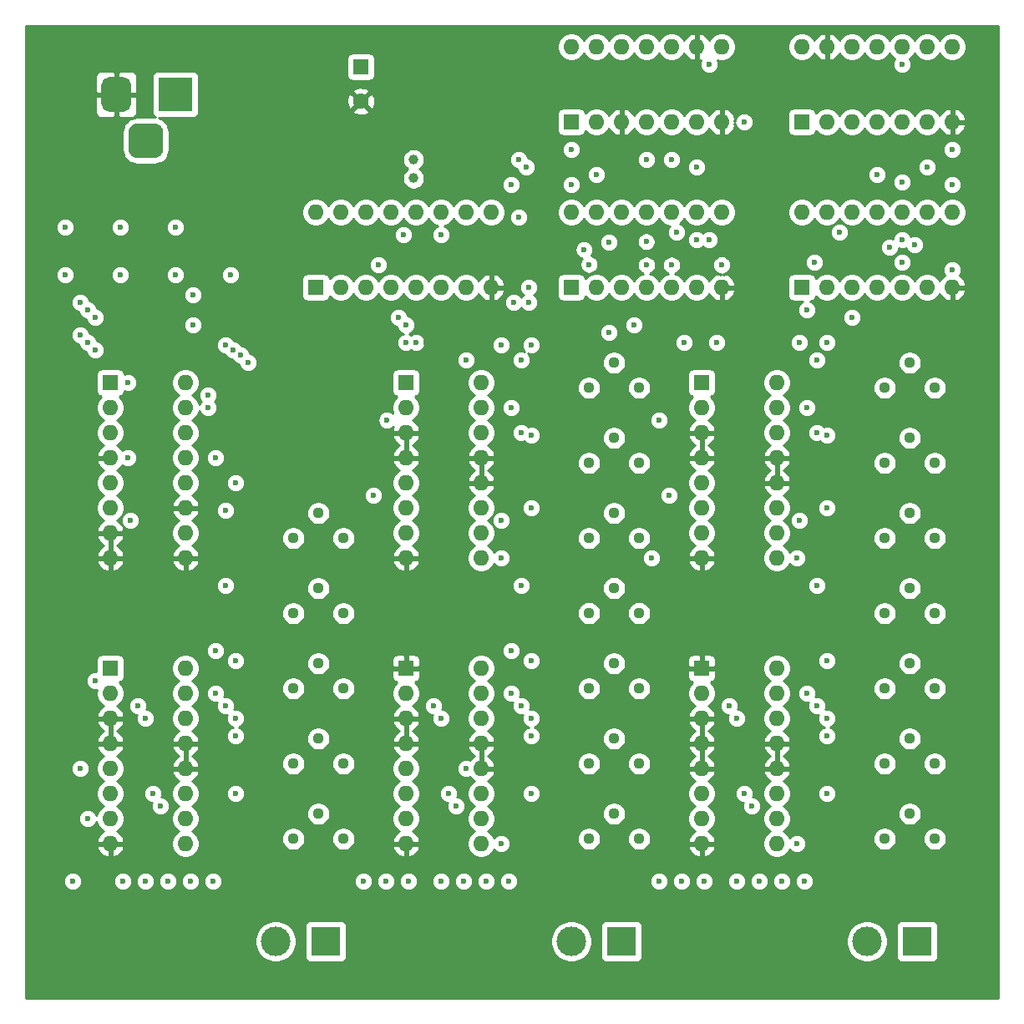
<source format=gbr>
%TF.GenerationSoftware,KiCad,Pcbnew,(5.1.10)-1*%
%TF.CreationDate,2021-09-09T00:33:45+07:00*%
%TF.ProjectId,ampmeter_clock,616d706d-6574-4657-925f-636c6f636b2e,1*%
%TF.SameCoordinates,Original*%
%TF.FileFunction,Copper,L2,Inr*%
%TF.FilePolarity,Positive*%
%FSLAX46Y46*%
G04 Gerber Fmt 4.6, Leading zero omitted, Abs format (unit mm)*
G04 Created by KiCad (PCBNEW (5.1.10)-1) date 2021-09-09 00:33:45*
%MOMM*%
%LPD*%
G01*
G04 APERTURE LIST*
%TA.AperFunction,ComponentPad*%
%ADD10C,1.600000*%
%TD*%
%TA.AperFunction,ComponentPad*%
%ADD11R,1.600000X1.600000*%
%TD*%
%TA.AperFunction,ComponentPad*%
%ADD12C,1.000000*%
%TD*%
%TA.AperFunction,ComponentPad*%
%ADD13O,1.600000X1.600000*%
%TD*%
%TA.AperFunction,ComponentPad*%
%ADD14C,1.120000*%
%TD*%
%TA.AperFunction,ComponentPad*%
%ADD15C,3.000000*%
%TD*%
%TA.AperFunction,ComponentPad*%
%ADD16R,3.000000X3.000000*%
%TD*%
%TA.AperFunction,ComponentPad*%
%ADD17R,3.500000X3.500000*%
%TD*%
%TA.AperFunction,ViaPad*%
%ADD18C,0.600000*%
%TD*%
%TA.AperFunction,Conductor*%
%ADD19C,0.254000*%
%TD*%
%TA.AperFunction,Conductor*%
%ADD20C,0.100000*%
%TD*%
G04 APERTURE END LIST*
D10*
%TO.N,GND*%
%TO.C,C17*%
X74676000Y-43378000D03*
D11*
%TO.N,+5V*%
X74676000Y-39878000D03*
%TD*%
D12*
%TO.N,Net-(C12-Pad1)*%
%TO.C,Y1*%
X80010000Y-49276000D03*
%TO.N,Net-(C13-Pad1)*%
X80010000Y-51176000D03*
%TD*%
D13*
%TO.N,+5V*%
%TO.C,U11*%
X56896000Y-100838000D03*
%TO.N,GND*%
X49276000Y-118618000D03*
%TO.N,CLK*%
X56896000Y-103378000D03*
%TO.N,Net-(U11-Pad7)*%
X49276000Y-116078000D03*
%TO.N,HOUR_2*%
X56896000Y-105918000D03*
%TO.N,HOUR_0*%
X49276000Y-113538000D03*
%TO.N,GND*%
X56896000Y-108458000D03*
%TO.N,~CI_STAGE3*%
X49276000Y-110998000D03*
%TO.N,GND*%
X56896000Y-110998000D03*
X49276000Y-108458000D03*
%TO.N,HOUR_1*%
X56896000Y-113538000D03*
%TO.N,GND*%
X49276000Y-105918000D03*
%TO.N,+5V*%
X56896000Y-116078000D03*
%TO.N,HOUR_3*%
X49276000Y-103378000D03*
%TO.N,RST*%
X56896000Y-118618000D03*
D11*
%TO.N,RST_STAGE3*%
X49276000Y-100838000D03*
%TD*%
%TO.N,RST_STAGE2*%
%TO.C,U10*%
X79248000Y-71882000D03*
D13*
%TO.N,RST*%
X86868000Y-89662000D03*
%TO.N,Net-(U10-Pad2)*%
X79248000Y-74422000D03*
%TO.N,+5V*%
X86868000Y-87122000D03*
%TO.N,GND*%
X79248000Y-76962000D03*
%TO.N,MIN_5*%
X86868000Y-84582000D03*
%TO.N,GND*%
X79248000Y-79502000D03*
X86868000Y-82042000D03*
%TO.N,Net-(U10-Pad5)*%
X79248000Y-82042000D03*
%TO.N,GND*%
X86868000Y-79502000D03*
%TO.N,MIN_4*%
X79248000Y-84582000D03*
%TO.N,MIN_6*%
X86868000Y-76962000D03*
%TO.N,Net-(U10-Pad7)*%
X79248000Y-87122000D03*
%TO.N,CLK*%
X86868000Y-74422000D03*
%TO.N,GND*%
X79248000Y-89662000D03*
%TO.N,+5V*%
X86868000Y-71882000D03*
%TD*%
D11*
%TO.N,GND*%
%TO.C,U9*%
X79248000Y-100838000D03*
D13*
%TO.N,RST*%
X86868000Y-118618000D03*
%TO.N,MIN_3*%
X79248000Y-103378000D03*
%TO.N,+5V*%
X86868000Y-116078000D03*
%TO.N,GND*%
X79248000Y-105918000D03*
%TO.N,MIN_1*%
X86868000Y-113538000D03*
%TO.N,GND*%
X79248000Y-108458000D03*
X86868000Y-110998000D03*
%TO.N,~CI_STAGE2*%
X79248000Y-110998000D03*
%TO.N,GND*%
X86868000Y-108458000D03*
%TO.N,MIN_0*%
X79248000Y-113538000D03*
%TO.N,MIN_2*%
X86868000Y-105918000D03*
%TO.N,Net-(U10-Pad5)*%
X79248000Y-116078000D03*
%TO.N,CLK*%
X86868000Y-103378000D03*
%TO.N,GND*%
X79248000Y-118618000D03*
%TO.N,+5V*%
X86868000Y-100838000D03*
%TD*%
%TO.N,+5V*%
%TO.C,U8*%
X116840000Y-71882000D03*
%TO.N,GND*%
X109220000Y-89662000D03*
%TO.N,CLK*%
X116840000Y-74422000D03*
%TO.N,Net-(U8-Pad7)*%
X109220000Y-87122000D03*
%TO.N,SEC_6*%
X116840000Y-76962000D03*
%TO.N,SEC_4*%
X109220000Y-84582000D03*
%TO.N,GND*%
X116840000Y-79502000D03*
%TO.N,Net-(U2-Pad1)*%
X109220000Y-82042000D03*
%TO.N,GND*%
X116840000Y-82042000D03*
X109220000Y-79502000D03*
%TO.N,SEC_5*%
X116840000Y-84582000D03*
%TO.N,GND*%
X109220000Y-76962000D03*
%TO.N,+5V*%
X116840000Y-87122000D03*
%TO.N,Net-(U8-Pad2)*%
X109220000Y-74422000D03*
%TO.N,RST*%
X116840000Y-89662000D03*
D11*
%TO.N,RST_STAGE1*%
X109220000Y-71882000D03*
%TD*%
D13*
%TO.N,+5V*%
%TO.C,U7*%
X116840000Y-100838000D03*
%TO.N,GND*%
X109220000Y-118618000D03*
%TO.N,CLK*%
X116840000Y-103378000D03*
%TO.N,Net-(U2-Pad1)*%
X109220000Y-116078000D03*
%TO.N,SEC_2*%
X116840000Y-105918000D03*
%TO.N,SEC_0*%
X109220000Y-113538000D03*
%TO.N,GND*%
X116840000Y-108458000D03*
X109220000Y-110998000D03*
X116840000Y-110998000D03*
X109220000Y-108458000D03*
%TO.N,SEC_1*%
X116840000Y-113538000D03*
%TO.N,GND*%
X109220000Y-105918000D03*
%TO.N,+5V*%
X116840000Y-116078000D03*
%TO.N,SEC_3*%
X109220000Y-103378000D03*
%TO.N,RST*%
X116840000Y-118618000D03*
D11*
%TO.N,GND*%
X109220000Y-100838000D03*
%TD*%
%TO.N,Net-(U6-Pad1)*%
%TO.C,U6*%
X70104000Y-62230000D03*
D13*
%TO.N,Net-(U6-Pad9)*%
X87884000Y-54610000D03*
%TO.N,Net-(U6-Pad2)*%
X72644000Y-62230000D03*
%TO.N,Net-(R4-Pad1)*%
X85344000Y-54610000D03*
%TO.N,Net-(U1-Pad3)*%
X75184000Y-62230000D03*
%TO.N,Net-(C13-Pad1)*%
X82804000Y-54610000D03*
%TO.N,Net-(U6-Pad4)*%
X77724000Y-62230000D03*
%TO.N,Net-(R8-Pad1)*%
X80264000Y-54610000D03*
%TO.N,Net-(U6-Pad5)*%
X80264000Y-62230000D03*
%TO.N,Net-(U6-Pad13)*%
X77724000Y-54610000D03*
%TO.N,Net-(U6-Pad6)*%
X82804000Y-62230000D03*
%TO.N,Net-(U6-Pad14)*%
X75184000Y-54610000D03*
%TO.N,Net-(U6-Pad7)*%
X85344000Y-62230000D03*
%TO.N,Net-(U6-Pad15)*%
X72644000Y-54610000D03*
%TO.N,GND*%
X87884000Y-62230000D03*
%TO.N,+5V*%
X70104000Y-54610000D03*
%TD*%
%TO.N,+5V*%
%TO.C,U5*%
X96012000Y-54610000D03*
%TO.N,GND*%
X111252000Y-62230000D03*
%TO.N,HOUR_4*%
X98552000Y-54610000D03*
%TO.N,Net-(U5-Pad3)*%
X108712000Y-62230000D03*
%TO.N,Net-(U4-Pad11)*%
X101092000Y-54610000D03*
%TO.N,Net-(U2-Pad6)*%
X106172000Y-62230000D03*
%TO.N,RST_STAGE3*%
X103632000Y-54610000D03*
%TO.N,Net-(U2-Pad9)*%
X103632000Y-62230000D03*
%TO.N,RST_STAGE2*%
X106172000Y-54610000D03*
%TO.N,Net-(U5-Pad3)*%
X101092000Y-62230000D03*
%TO.N,MIN_5*%
X108712000Y-54610000D03*
%TO.N,MIN_6*%
X98552000Y-62230000D03*
X111252000Y-54610000D03*
D11*
%TO.N,MIN_4*%
X96012000Y-62230000D03*
%TD*%
D13*
%TO.N,+5V*%
%TO.C,U4*%
X119380000Y-54610000D03*
%TO.N,GND*%
X134620000Y-62230000D03*
%TO.N,Net-(U11-Pad7)*%
X121920000Y-54610000D03*
%TO.N,Net-(U4-Pad3)*%
X132080000Y-62230000D03*
%TO.N,HOUR_3*%
X124460000Y-54610000D03*
%TO.N,Net-(U2-Pad2)*%
X129540000Y-62230000D03*
%TO.N,Net-(U4-Pad11)*%
X127000000Y-54610000D03*
%TO.N,Net-(U2-Pad3)*%
X127000000Y-62230000D03*
%TO.N,RST_STAGE1*%
X129540000Y-54610000D03*
%TO.N,Net-(U4-Pad3)*%
X124460000Y-62230000D03*
%TO.N,SEC_5*%
X132080000Y-54610000D03*
%TO.N,SEC_6*%
X121920000Y-62230000D03*
X134620000Y-54610000D03*
D11*
%TO.N,SEC_4*%
X119380000Y-62230000D03*
%TD*%
D13*
%TO.N,+5V*%
%TO.C,U3*%
X96012000Y-37846000D03*
%TO.N,GND*%
X111252000Y-45466000D03*
%TO.N,Net-(C16-Pad1)*%
X98552000Y-37846000D03*
%TO.N,Net-(D4-Pad1)*%
X108712000Y-45466000D03*
%TO.N,Net-(U3-Pad11)*%
X101092000Y-37846000D03*
%TO.N,Net-(C14-Pad1)*%
X106172000Y-45466000D03*
%TO.N,Net-(U3-Pad11)*%
X103632000Y-37846000D03*
%TO.N,Net-(U3-Pad4)*%
X103632000Y-45466000D03*
%TO.N,RST*%
X106172000Y-37846000D03*
%TO.N,GND*%
X101092000Y-45466000D03*
X108712000Y-37846000D03*
%TO.N,Net-(D2-Pad1)*%
X98552000Y-45466000D03*
%TO.N,Net-(U3-Pad8)*%
X111252000Y-37846000D03*
D11*
%TO.N,Net-(C15-Pad1)*%
X96012000Y-45466000D03*
%TD*%
D13*
%TO.N,+5V*%
%TO.C,U2*%
X119380000Y-37846000D03*
%TO.N,GND*%
X134620000Y-45466000D03*
X121920000Y-37846000D03*
%TO.N,Net-(U2-Pad6)*%
X132080000Y-45466000D03*
%TO.N,Net-(U2-Pad12)*%
X124460000Y-37846000D03*
%TO.N,Net-(U10-Pad5)*%
X129540000Y-45466000D03*
%TO.N,Net-(U11-Pad7)*%
X127000000Y-37846000D03*
%TO.N,~CO_STAGE1*%
X127000000Y-45466000D03*
%TO.N,Net-(U1-Pad10)*%
X129540000Y-37846000D03*
%TO.N,Net-(U2-Pad3)*%
X124460000Y-45466000D03*
%TO.N,Net-(U2-Pad9)*%
X132080000Y-37846000D03*
%TO.N,Net-(U2-Pad2)*%
X121920000Y-45466000D03*
%TO.N,~CO_STAGE2*%
X134620000Y-37846000D03*
D11*
%TO.N,Net-(U2-Pad1)*%
X119380000Y-45466000D03*
%TD*%
D13*
%TO.N,+5V*%
%TO.C,U1*%
X56896000Y-71882000D03*
%TO.N,GND*%
X49276000Y-89662000D03*
%TO.N,HOUR_4*%
X56896000Y-74422000D03*
%TO.N,GND*%
X49276000Y-87122000D03*
%TO.N,Net-(U1-Pad14)*%
X56896000Y-76962000D03*
%TO.N,+5V*%
X49276000Y-84582000D03*
%TO.N,CLK*%
X56896000Y-79502000D03*
%TO.N,+5V*%
X49276000Y-82042000D03*
%TO.N,Net-(D6-Pad1)*%
X56896000Y-82042000D03*
%TO.N,GND*%
X49276000Y-79502000D03*
X56896000Y-84582000D03*
%TO.N,Net-(U1-Pad3)*%
X49276000Y-76962000D03*
%TO.N,Net-(U1-Pad10)*%
X56896000Y-87122000D03*
%TO.N,Net-(U1-Pad2)*%
X49276000Y-74422000D03*
%TO.N,GND*%
X56896000Y-89662000D03*
D11*
%TO.N,CLK*%
X49276000Y-71882000D03*
%TD*%
D14*
%TO.N,Net-(MES3-Pad1)*%
%TO.C,RV19*%
X132842000Y-72416000D03*
%TO.N,Net-(Q19-Pad3)*%
X130302000Y-69876000D03*
X127762000Y-72416000D03*
%TD*%
%TO.N,Net-(MES2-Pad1)*%
%TO.C,RV18*%
X102870000Y-72416000D03*
%TO.N,Net-(Q18-Pad3)*%
X100330000Y-69876000D03*
X97790000Y-72416000D03*
%TD*%
%TO.N,Net-(MES3-Pad1)*%
%TO.C,RV17*%
X132842000Y-80036000D03*
%TO.N,Net-(Q17-Pad3)*%
X130302000Y-77496000D03*
X127762000Y-80036000D03*
%TD*%
%TO.N,Net-(MES2-Pad1)*%
%TO.C,RV16*%
X102870000Y-80036000D03*
%TO.N,Net-(Q16-Pad3)*%
X100330000Y-77496000D03*
X97790000Y-80036000D03*
%TD*%
%TO.N,Net-(MES3-Pad1)*%
%TO.C,RV15*%
X132842000Y-87656000D03*
%TO.N,Net-(Q15-Pad3)*%
X130302000Y-85116000D03*
X127762000Y-87656000D03*
%TD*%
%TO.N,Net-(MES2-Pad1)*%
%TO.C,RV14*%
X102870000Y-87656000D03*
%TO.N,Net-(Q14-Pad3)*%
X100330000Y-85116000D03*
X97790000Y-87656000D03*
%TD*%
%TO.N,Net-(MES1-Pad1)*%
%TO.C,RV13*%
X72898000Y-87656000D03*
%TO.N,Net-(Q13-Pad3)*%
X70358000Y-85116000D03*
X67818000Y-87656000D03*
%TD*%
%TO.N,Net-(MES3-Pad1)*%
%TO.C,RV12*%
X132842000Y-95276000D03*
%TO.N,Net-(Q12-Pad3)*%
X130302000Y-92736000D03*
X127762000Y-95276000D03*
%TD*%
%TO.N,Net-(MES2-Pad1)*%
%TO.C,RV11*%
X102870000Y-95250000D03*
%TO.N,Net-(Q11-Pad3)*%
X100330000Y-92710000D03*
X97790000Y-95250000D03*
%TD*%
%TO.N,Net-(MES1-Pad1)*%
%TO.C,RV10*%
X72898000Y-95276000D03*
%TO.N,Net-(Q10-Pad3)*%
X70358000Y-92736000D03*
X67818000Y-95276000D03*
%TD*%
%TO.N,Net-(MES3-Pad1)*%
%TO.C,RV9*%
X132842000Y-102896000D03*
%TO.N,Net-(R19-Pad1)*%
X130302000Y-100356000D03*
X127762000Y-102896000D03*
%TD*%
%TO.N,Net-(MES2-Pad1)*%
%TO.C,RV8*%
X102870000Y-102896000D03*
%TO.N,Net-(R18-Pad1)*%
X100330000Y-100356000D03*
X97790000Y-102896000D03*
%TD*%
%TO.N,Net-(MES1-Pad1)*%
%TO.C,RV7*%
X72898000Y-102896000D03*
%TO.N,Net-(R17-Pad1)*%
X70358000Y-100356000D03*
X67818000Y-102896000D03*
%TD*%
%TO.N,Net-(MES3-Pad1)*%
%TO.C,RV6*%
X132842000Y-110516000D03*
%TO.N,Net-(R12-Pad1)*%
X130302000Y-107976000D03*
X127762000Y-110516000D03*
%TD*%
%TO.N,Net-(MES2-Pad1)*%
%TO.C,RV5*%
X102870000Y-110516000D03*
%TO.N,Net-(R11-Pad1)*%
X100330000Y-107976000D03*
X97790000Y-110516000D03*
%TD*%
%TO.N,Net-(MES1-Pad1)*%
%TO.C,RV4*%
X72898000Y-110516000D03*
%TO.N,Net-(R10-Pad1)*%
X70358000Y-107976000D03*
X67818000Y-110516000D03*
%TD*%
%TO.N,Net-(MES3-Pad1)*%
%TO.C,RV3*%
X132842000Y-118136000D03*
%TO.N,Net-(R3-Pad1)*%
X130302000Y-115596000D03*
X127762000Y-118136000D03*
%TD*%
%TO.N,Net-(MES2-Pad1)*%
%TO.C,RV2*%
X102870000Y-118136000D03*
%TO.N,Net-(R2-Pad1)*%
X100330000Y-115596000D03*
X97790000Y-118136000D03*
%TD*%
%TO.N,Net-(MES1-Pad1)*%
%TO.C,RV1*%
X72898000Y-118136000D03*
%TO.N,Net-(R1-Pad1)*%
X70358000Y-115596000D03*
X67818000Y-118136000D03*
%TD*%
D15*
%TO.N,+5V*%
%TO.C,MES3*%
X125984000Y-128524000D03*
D16*
%TO.N,Net-(MES3-Pad1)*%
X131064000Y-128524000D03*
%TD*%
D15*
%TO.N,+5V*%
%TO.C,MES2*%
X96012000Y-128524000D03*
D16*
%TO.N,Net-(MES2-Pad1)*%
X101092000Y-128524000D03*
%TD*%
D15*
%TO.N,+5V*%
%TO.C,MES1*%
X66040000Y-128524000D03*
D16*
%TO.N,Net-(MES1-Pad1)*%
X71120000Y-128524000D03*
%TD*%
%TO.N,Net-(J1-Pad3)*%
%TO.C,J1*%
%TA.AperFunction,ComponentPad*%
G36*
G01*
X51130000Y-48247000D02*
X51130000Y-46497000D01*
G75*
G02*
X52005000Y-45622000I875000J0D01*
G01*
X53755000Y-45622000D01*
G75*
G02*
X54630000Y-46497000I0J-875000D01*
G01*
X54630000Y-48247000D01*
G75*
G02*
X53755000Y-49122000I-875000J0D01*
G01*
X52005000Y-49122000D01*
G75*
G02*
X51130000Y-48247000I0J875000D01*
G01*
G37*
%TD.AperFunction*%
%TO.N,GND*%
%TA.AperFunction,ComponentPad*%
G36*
G01*
X48380000Y-43672000D02*
X48380000Y-41672000D01*
G75*
G02*
X49130000Y-40922000I750000J0D01*
G01*
X50630000Y-40922000D01*
G75*
G02*
X51380000Y-41672000I0J-750000D01*
G01*
X51380000Y-43672000D01*
G75*
G02*
X50630000Y-44422000I-750000J0D01*
G01*
X49130000Y-44422000D01*
G75*
G02*
X48380000Y-43672000I0J750000D01*
G01*
G37*
%TD.AperFunction*%
D17*
%TO.N,Net-(J1-Pad1)*%
X55880000Y-42672000D03*
%TD*%
D18*
%TO.N,GND*%
X101092000Y-51816000D03*
X68326000Y-49276000D03*
X68326000Y-51308000D03*
X66548000Y-47498000D03*
X66548000Y-48260000D03*
X66548000Y-49022000D03*
X69850000Y-40894000D03*
X66040000Y-60198000D03*
X91948000Y-60198000D03*
X115316000Y-43434000D03*
X91948000Y-43434000D03*
X115316000Y-60198000D03*
X51308000Y-67818000D03*
X51308000Y-96774000D03*
X43688000Y-50038000D03*
X45720000Y-50038000D03*
X49276000Y-50038000D03*
X51308000Y-50038000D03*
X54864000Y-50038000D03*
X56896000Y-50038000D03*
X61468000Y-50038000D03*
X48006000Y-132080000D03*
X49022000Y-132080000D03*
X50038000Y-132080000D03*
X51054000Y-132080000D03*
X56134000Y-132080000D03*
X57150000Y-132080000D03*
X58166000Y-132080000D03*
X59182000Y-132080000D03*
X76962000Y-132080000D03*
X77978000Y-132080000D03*
X78994000Y-132080000D03*
X80010000Y-132080000D03*
X86106000Y-132080000D03*
X87122000Y-132080000D03*
X88138000Y-132080000D03*
X89154000Y-132080000D03*
X106934000Y-132080000D03*
X107950000Y-132080000D03*
X108966000Y-132080000D03*
X109982000Y-132080000D03*
X116078000Y-132080000D03*
X117094000Y-132080000D03*
X118110000Y-132080000D03*
X119126000Y-132080000D03*
X62738000Y-116586000D03*
X62738000Y-108966000D03*
X62738000Y-101346000D03*
X62738000Y-93726000D03*
X62738000Y-86106000D03*
X92710000Y-70866000D03*
X92710000Y-78486000D03*
X92710000Y-86106000D03*
X92710000Y-93726000D03*
X92710000Y-101346000D03*
X92710000Y-108966000D03*
X92710000Y-116586000D03*
X122682000Y-116586000D03*
X122682000Y-108966000D03*
X122682000Y-101346000D03*
X122682000Y-93726000D03*
X122682000Y-86106000D03*
X122682000Y-78486000D03*
X122682000Y-70866000D03*
X111506000Y-98044000D03*
X81534000Y-98044000D03*
X111506000Y-69088000D03*
X81280000Y-67818000D03*
%TO.N,+5V*%
X44704000Y-60960000D03*
X50292000Y-60960000D03*
X55880000Y-60960000D03*
X61468000Y-60960000D03*
X96012000Y-48260000D03*
X134620000Y-48260000D03*
%TO.N,Net-(C14-Pad1)*%
X44704000Y-56134000D03*
X103600000Y-57600000D03*
%TO.N,Net-(C15-Pad1)*%
X50292000Y-56134000D03*
X97300000Y-58400000D03*
%TO.N,Net-(C16-Pad1)*%
X55880000Y-56134000D03*
X99822000Y-57658000D03*
%TO.N,~CI_STAGE2*%
X96012000Y-51816000D03*
X98552000Y-50800000D03*
X127000000Y-50800000D03*
X89916000Y-51816000D03*
X85344000Y-69596000D03*
X85344000Y-110998000D03*
%TO.N,~CI_STAGE3*%
X134620000Y-51816000D03*
X108712000Y-50038000D03*
X132080000Y-50038000D03*
X91440000Y-50038000D03*
X90170000Y-63754000D03*
X46228000Y-110998000D03*
X46228000Y-67056000D03*
X46228000Y-63754000D03*
%TO.N,RST_STAGE3*%
X99822000Y-66802000D03*
X47752000Y-65278000D03*
X47752000Y-68580000D03*
%TO.N,Net-(D6-Pad1)*%
X106172000Y-49276000D03*
X103632000Y-49276000D03*
X61976000Y-82042000D03*
X78994000Y-56896000D03*
X90678000Y-55118000D03*
X90678000Y-49276000D03*
X62484000Y-69088000D03*
%TO.N,RST*%
X88900000Y-89662000D03*
X88900000Y-118618000D03*
X118872000Y-89662000D03*
X118872000Y-118618000D03*
X104140000Y-89662000D03*
X107442000Y-67818000D03*
%TO.N,HOUR_0*%
X59690000Y-122428000D03*
X54356000Y-114808000D03*
%TO.N,HOUR_1*%
X57404000Y-122428000D03*
X53594000Y-113538000D03*
X61976000Y-113538000D03*
X61976000Y-107696000D03*
%TO.N,HOUR_2*%
X55118000Y-122428000D03*
X52832000Y-105918000D03*
X61976000Y-100076000D03*
X61976000Y-105918000D03*
%TO.N,HOUR_3*%
X52070000Y-104648000D03*
X52832000Y-122428000D03*
X60960000Y-92456000D03*
X60960000Y-104648000D03*
X124460000Y-65278000D03*
X63246000Y-69850000D03*
X78486000Y-65278000D03*
%TO.N,HOUR_4*%
X60960000Y-84836000D03*
X59182000Y-74422000D03*
X50546000Y-122428000D03*
X51308000Y-85852000D03*
X76454000Y-59944000D03*
X61722000Y-68580000D03*
X97800000Y-59900000D03*
%TO.N,CLK*%
X59944000Y-79502000D03*
X51054000Y-71882000D03*
X51054000Y-79502000D03*
X89916000Y-103378000D03*
X89916000Y-74422000D03*
X119888000Y-103378000D03*
X119888000Y-74422000D03*
X59944000Y-103378000D03*
X89916000Y-99060000D03*
X59944000Y-99060000D03*
X45466000Y-122428000D03*
X47752000Y-102108000D03*
%TO.N,MIN_0*%
X89662000Y-122428000D03*
X84328000Y-114808000D03*
%TO.N,MIN_1*%
X87376000Y-122428000D03*
X83566000Y-113538000D03*
X91948000Y-107696000D03*
X91948000Y-113538000D03*
%TO.N,MIN_2*%
X85090000Y-122428000D03*
X82804000Y-105918000D03*
X91948000Y-105918000D03*
X91948000Y-100076000D03*
%TO.N,MIN_3*%
X82042000Y-104648000D03*
X82804000Y-122428000D03*
X90932000Y-104648000D03*
X90932000Y-92456000D03*
%TO.N,MIN_4*%
X79502000Y-122428000D03*
X88900000Y-85852000D03*
X88900000Y-68072000D03*
X91694000Y-62230000D03*
%TO.N,MIN_5*%
X77216000Y-122428000D03*
X75946000Y-83312000D03*
X91948000Y-84582000D03*
X91948000Y-77216000D03*
X91948000Y-68072000D03*
X106680000Y-56642000D03*
%TO.N,MIN_6*%
X74930000Y-122428000D03*
X90932000Y-69596000D03*
X90932000Y-76962000D03*
X91694000Y-63754000D03*
X111252000Y-59952000D03*
X77308000Y-75692000D03*
%TO.N,SEC_0*%
X114300000Y-114808000D03*
X119634000Y-122428000D03*
%TO.N,SEC_1*%
X121920000Y-113538000D03*
X121920000Y-107696000D03*
X113538000Y-113538000D03*
X117348000Y-122428000D03*
%TO.N,SEC_2*%
X121920000Y-105918000D03*
X121920000Y-100076000D03*
X112776000Y-105918000D03*
X115062000Y-122428000D03*
%TO.N,SEC_3*%
X120904000Y-104648000D03*
X120904000Y-92456000D03*
X112014000Y-104648000D03*
X112776000Y-122428000D03*
%TO.N,SEC_4*%
X109474000Y-122428000D03*
X119126000Y-85852000D03*
X119126000Y-67818000D03*
%TO.N,SEC_5*%
X107188000Y-122428000D03*
X121920000Y-84582000D03*
X121920000Y-77216000D03*
X105918000Y-83312000D03*
X121920000Y-67818000D03*
X123190000Y-56642000D03*
%TO.N,SEC_6*%
X104902000Y-122428000D03*
X120904000Y-76962000D03*
X120904000Y-69596000D03*
X134620000Y-60452000D03*
X104902000Y-75692000D03*
%TO.N,Net-(U1-Pad3)*%
X59182000Y-73152000D03*
X60960000Y-68072000D03*
%TO.N,Net-(U1-Pad10)*%
X129540000Y-39624000D03*
X109982000Y-39624000D03*
X108712000Y-57404000D03*
X57658000Y-62992000D03*
X57658000Y-66040000D03*
%TO.N,Net-(U2-Pad6)*%
X130810000Y-57912000D03*
X106172000Y-59972000D03*
%TO.N,Net-(U10-Pad5)*%
X80264000Y-67818000D03*
X82804000Y-56896000D03*
X129540000Y-51562000D03*
%TO.N,Net-(U11-Pad7)*%
X119888000Y-64516000D03*
X46990000Y-116078000D03*
X46990000Y-67818000D03*
X46990000Y-64516000D03*
%TO.N,Net-(U2-Pad9)*%
X128270000Y-58166000D03*
X103632000Y-59968000D03*
%TO.N,Net-(U2-Pad2)*%
X129540000Y-59690000D03*
X120650000Y-59690000D03*
%TO.N,Net-(U2-Pad1)*%
X110744000Y-67818000D03*
X113538000Y-45466000D03*
%TO.N,RST_STAGE1*%
X109982000Y-57404000D03*
X129540000Y-57404000D03*
%TO.N,RST_STAGE2*%
X102362000Y-66040000D03*
X79248000Y-66040000D03*
X79248000Y-67818000D03*
%TD*%
D19*
%TO.N,GND*%
X139305001Y-134305000D02*
X40695000Y-134305000D01*
X40695000Y-128313721D01*
X63905000Y-128313721D01*
X63905000Y-128734279D01*
X63987047Y-129146756D01*
X64147988Y-129535302D01*
X64381637Y-129884983D01*
X64679017Y-130182363D01*
X65028698Y-130416012D01*
X65417244Y-130576953D01*
X65829721Y-130659000D01*
X66250279Y-130659000D01*
X66662756Y-130576953D01*
X67051302Y-130416012D01*
X67400983Y-130182363D01*
X67698363Y-129884983D01*
X67932012Y-129535302D01*
X68092953Y-129146756D01*
X68175000Y-128734279D01*
X68175000Y-128313721D01*
X68092953Y-127901244D01*
X67932012Y-127512698D01*
X67698363Y-127163017D01*
X67559346Y-127024000D01*
X68981928Y-127024000D01*
X68981928Y-130024000D01*
X68994188Y-130148482D01*
X69030498Y-130268180D01*
X69089463Y-130378494D01*
X69168815Y-130475185D01*
X69265506Y-130554537D01*
X69375820Y-130613502D01*
X69495518Y-130649812D01*
X69620000Y-130662072D01*
X72620000Y-130662072D01*
X72744482Y-130649812D01*
X72864180Y-130613502D01*
X72974494Y-130554537D01*
X73071185Y-130475185D01*
X73150537Y-130378494D01*
X73209502Y-130268180D01*
X73245812Y-130148482D01*
X73258072Y-130024000D01*
X73258072Y-128313721D01*
X93877000Y-128313721D01*
X93877000Y-128734279D01*
X93959047Y-129146756D01*
X94119988Y-129535302D01*
X94353637Y-129884983D01*
X94651017Y-130182363D01*
X95000698Y-130416012D01*
X95389244Y-130576953D01*
X95801721Y-130659000D01*
X96222279Y-130659000D01*
X96634756Y-130576953D01*
X97023302Y-130416012D01*
X97372983Y-130182363D01*
X97670363Y-129884983D01*
X97904012Y-129535302D01*
X98064953Y-129146756D01*
X98147000Y-128734279D01*
X98147000Y-128313721D01*
X98064953Y-127901244D01*
X97904012Y-127512698D01*
X97670363Y-127163017D01*
X97531346Y-127024000D01*
X98953928Y-127024000D01*
X98953928Y-130024000D01*
X98966188Y-130148482D01*
X99002498Y-130268180D01*
X99061463Y-130378494D01*
X99140815Y-130475185D01*
X99237506Y-130554537D01*
X99347820Y-130613502D01*
X99467518Y-130649812D01*
X99592000Y-130662072D01*
X102592000Y-130662072D01*
X102716482Y-130649812D01*
X102836180Y-130613502D01*
X102946494Y-130554537D01*
X103043185Y-130475185D01*
X103122537Y-130378494D01*
X103181502Y-130268180D01*
X103217812Y-130148482D01*
X103230072Y-130024000D01*
X103230072Y-128313721D01*
X123849000Y-128313721D01*
X123849000Y-128734279D01*
X123931047Y-129146756D01*
X124091988Y-129535302D01*
X124325637Y-129884983D01*
X124623017Y-130182363D01*
X124972698Y-130416012D01*
X125361244Y-130576953D01*
X125773721Y-130659000D01*
X126194279Y-130659000D01*
X126606756Y-130576953D01*
X126995302Y-130416012D01*
X127344983Y-130182363D01*
X127642363Y-129884983D01*
X127876012Y-129535302D01*
X128036953Y-129146756D01*
X128119000Y-128734279D01*
X128119000Y-128313721D01*
X128036953Y-127901244D01*
X127876012Y-127512698D01*
X127642363Y-127163017D01*
X127503346Y-127024000D01*
X128925928Y-127024000D01*
X128925928Y-130024000D01*
X128938188Y-130148482D01*
X128974498Y-130268180D01*
X129033463Y-130378494D01*
X129112815Y-130475185D01*
X129209506Y-130554537D01*
X129319820Y-130613502D01*
X129439518Y-130649812D01*
X129564000Y-130662072D01*
X132564000Y-130662072D01*
X132688482Y-130649812D01*
X132808180Y-130613502D01*
X132918494Y-130554537D01*
X133015185Y-130475185D01*
X133094537Y-130378494D01*
X133153502Y-130268180D01*
X133189812Y-130148482D01*
X133202072Y-130024000D01*
X133202072Y-127024000D01*
X133189812Y-126899518D01*
X133153502Y-126779820D01*
X133094537Y-126669506D01*
X133015185Y-126572815D01*
X132918494Y-126493463D01*
X132808180Y-126434498D01*
X132688482Y-126398188D01*
X132564000Y-126385928D01*
X129564000Y-126385928D01*
X129439518Y-126398188D01*
X129319820Y-126434498D01*
X129209506Y-126493463D01*
X129112815Y-126572815D01*
X129033463Y-126669506D01*
X128974498Y-126779820D01*
X128938188Y-126899518D01*
X128925928Y-127024000D01*
X127503346Y-127024000D01*
X127344983Y-126865637D01*
X126995302Y-126631988D01*
X126606756Y-126471047D01*
X126194279Y-126389000D01*
X125773721Y-126389000D01*
X125361244Y-126471047D01*
X124972698Y-126631988D01*
X124623017Y-126865637D01*
X124325637Y-127163017D01*
X124091988Y-127512698D01*
X123931047Y-127901244D01*
X123849000Y-128313721D01*
X103230072Y-128313721D01*
X103230072Y-127024000D01*
X103217812Y-126899518D01*
X103181502Y-126779820D01*
X103122537Y-126669506D01*
X103043185Y-126572815D01*
X102946494Y-126493463D01*
X102836180Y-126434498D01*
X102716482Y-126398188D01*
X102592000Y-126385928D01*
X99592000Y-126385928D01*
X99467518Y-126398188D01*
X99347820Y-126434498D01*
X99237506Y-126493463D01*
X99140815Y-126572815D01*
X99061463Y-126669506D01*
X99002498Y-126779820D01*
X98966188Y-126899518D01*
X98953928Y-127024000D01*
X97531346Y-127024000D01*
X97372983Y-126865637D01*
X97023302Y-126631988D01*
X96634756Y-126471047D01*
X96222279Y-126389000D01*
X95801721Y-126389000D01*
X95389244Y-126471047D01*
X95000698Y-126631988D01*
X94651017Y-126865637D01*
X94353637Y-127163017D01*
X94119988Y-127512698D01*
X93959047Y-127901244D01*
X93877000Y-128313721D01*
X73258072Y-128313721D01*
X73258072Y-127024000D01*
X73245812Y-126899518D01*
X73209502Y-126779820D01*
X73150537Y-126669506D01*
X73071185Y-126572815D01*
X72974494Y-126493463D01*
X72864180Y-126434498D01*
X72744482Y-126398188D01*
X72620000Y-126385928D01*
X69620000Y-126385928D01*
X69495518Y-126398188D01*
X69375820Y-126434498D01*
X69265506Y-126493463D01*
X69168815Y-126572815D01*
X69089463Y-126669506D01*
X69030498Y-126779820D01*
X68994188Y-126899518D01*
X68981928Y-127024000D01*
X67559346Y-127024000D01*
X67400983Y-126865637D01*
X67051302Y-126631988D01*
X66662756Y-126471047D01*
X66250279Y-126389000D01*
X65829721Y-126389000D01*
X65417244Y-126471047D01*
X65028698Y-126631988D01*
X64679017Y-126865637D01*
X64381637Y-127163017D01*
X64147988Y-127512698D01*
X63987047Y-127901244D01*
X63905000Y-128313721D01*
X40695000Y-128313721D01*
X40695000Y-122335911D01*
X44531000Y-122335911D01*
X44531000Y-122520089D01*
X44566932Y-122700729D01*
X44637414Y-122870889D01*
X44739738Y-123024028D01*
X44869972Y-123154262D01*
X45023111Y-123256586D01*
X45193271Y-123327068D01*
X45373911Y-123363000D01*
X45558089Y-123363000D01*
X45738729Y-123327068D01*
X45908889Y-123256586D01*
X46062028Y-123154262D01*
X46192262Y-123024028D01*
X46294586Y-122870889D01*
X46365068Y-122700729D01*
X46401000Y-122520089D01*
X46401000Y-122335911D01*
X49611000Y-122335911D01*
X49611000Y-122520089D01*
X49646932Y-122700729D01*
X49717414Y-122870889D01*
X49819738Y-123024028D01*
X49949972Y-123154262D01*
X50103111Y-123256586D01*
X50273271Y-123327068D01*
X50453911Y-123363000D01*
X50638089Y-123363000D01*
X50818729Y-123327068D01*
X50988889Y-123256586D01*
X51142028Y-123154262D01*
X51272262Y-123024028D01*
X51374586Y-122870889D01*
X51445068Y-122700729D01*
X51481000Y-122520089D01*
X51481000Y-122335911D01*
X51897000Y-122335911D01*
X51897000Y-122520089D01*
X51932932Y-122700729D01*
X52003414Y-122870889D01*
X52105738Y-123024028D01*
X52235972Y-123154262D01*
X52389111Y-123256586D01*
X52559271Y-123327068D01*
X52739911Y-123363000D01*
X52924089Y-123363000D01*
X53104729Y-123327068D01*
X53274889Y-123256586D01*
X53428028Y-123154262D01*
X53558262Y-123024028D01*
X53660586Y-122870889D01*
X53731068Y-122700729D01*
X53767000Y-122520089D01*
X53767000Y-122335911D01*
X54183000Y-122335911D01*
X54183000Y-122520089D01*
X54218932Y-122700729D01*
X54289414Y-122870889D01*
X54391738Y-123024028D01*
X54521972Y-123154262D01*
X54675111Y-123256586D01*
X54845271Y-123327068D01*
X55025911Y-123363000D01*
X55210089Y-123363000D01*
X55390729Y-123327068D01*
X55560889Y-123256586D01*
X55714028Y-123154262D01*
X55844262Y-123024028D01*
X55946586Y-122870889D01*
X56017068Y-122700729D01*
X56053000Y-122520089D01*
X56053000Y-122335911D01*
X56469000Y-122335911D01*
X56469000Y-122520089D01*
X56504932Y-122700729D01*
X56575414Y-122870889D01*
X56677738Y-123024028D01*
X56807972Y-123154262D01*
X56961111Y-123256586D01*
X57131271Y-123327068D01*
X57311911Y-123363000D01*
X57496089Y-123363000D01*
X57676729Y-123327068D01*
X57846889Y-123256586D01*
X58000028Y-123154262D01*
X58130262Y-123024028D01*
X58232586Y-122870889D01*
X58303068Y-122700729D01*
X58339000Y-122520089D01*
X58339000Y-122335911D01*
X58755000Y-122335911D01*
X58755000Y-122520089D01*
X58790932Y-122700729D01*
X58861414Y-122870889D01*
X58963738Y-123024028D01*
X59093972Y-123154262D01*
X59247111Y-123256586D01*
X59417271Y-123327068D01*
X59597911Y-123363000D01*
X59782089Y-123363000D01*
X59962729Y-123327068D01*
X60132889Y-123256586D01*
X60286028Y-123154262D01*
X60416262Y-123024028D01*
X60518586Y-122870889D01*
X60589068Y-122700729D01*
X60625000Y-122520089D01*
X60625000Y-122335911D01*
X73995000Y-122335911D01*
X73995000Y-122520089D01*
X74030932Y-122700729D01*
X74101414Y-122870889D01*
X74203738Y-123024028D01*
X74333972Y-123154262D01*
X74487111Y-123256586D01*
X74657271Y-123327068D01*
X74837911Y-123363000D01*
X75022089Y-123363000D01*
X75202729Y-123327068D01*
X75372889Y-123256586D01*
X75526028Y-123154262D01*
X75656262Y-123024028D01*
X75758586Y-122870889D01*
X75829068Y-122700729D01*
X75865000Y-122520089D01*
X75865000Y-122335911D01*
X76281000Y-122335911D01*
X76281000Y-122520089D01*
X76316932Y-122700729D01*
X76387414Y-122870889D01*
X76489738Y-123024028D01*
X76619972Y-123154262D01*
X76773111Y-123256586D01*
X76943271Y-123327068D01*
X77123911Y-123363000D01*
X77308089Y-123363000D01*
X77488729Y-123327068D01*
X77658889Y-123256586D01*
X77812028Y-123154262D01*
X77942262Y-123024028D01*
X78044586Y-122870889D01*
X78115068Y-122700729D01*
X78151000Y-122520089D01*
X78151000Y-122335911D01*
X78567000Y-122335911D01*
X78567000Y-122520089D01*
X78602932Y-122700729D01*
X78673414Y-122870889D01*
X78775738Y-123024028D01*
X78905972Y-123154262D01*
X79059111Y-123256586D01*
X79229271Y-123327068D01*
X79409911Y-123363000D01*
X79594089Y-123363000D01*
X79774729Y-123327068D01*
X79944889Y-123256586D01*
X80098028Y-123154262D01*
X80228262Y-123024028D01*
X80330586Y-122870889D01*
X80401068Y-122700729D01*
X80437000Y-122520089D01*
X80437000Y-122335911D01*
X81869000Y-122335911D01*
X81869000Y-122520089D01*
X81904932Y-122700729D01*
X81975414Y-122870889D01*
X82077738Y-123024028D01*
X82207972Y-123154262D01*
X82361111Y-123256586D01*
X82531271Y-123327068D01*
X82711911Y-123363000D01*
X82896089Y-123363000D01*
X83076729Y-123327068D01*
X83246889Y-123256586D01*
X83400028Y-123154262D01*
X83530262Y-123024028D01*
X83632586Y-122870889D01*
X83703068Y-122700729D01*
X83739000Y-122520089D01*
X83739000Y-122335911D01*
X84155000Y-122335911D01*
X84155000Y-122520089D01*
X84190932Y-122700729D01*
X84261414Y-122870889D01*
X84363738Y-123024028D01*
X84493972Y-123154262D01*
X84647111Y-123256586D01*
X84817271Y-123327068D01*
X84997911Y-123363000D01*
X85182089Y-123363000D01*
X85362729Y-123327068D01*
X85532889Y-123256586D01*
X85686028Y-123154262D01*
X85816262Y-123024028D01*
X85918586Y-122870889D01*
X85989068Y-122700729D01*
X86025000Y-122520089D01*
X86025000Y-122335911D01*
X86441000Y-122335911D01*
X86441000Y-122520089D01*
X86476932Y-122700729D01*
X86547414Y-122870889D01*
X86649738Y-123024028D01*
X86779972Y-123154262D01*
X86933111Y-123256586D01*
X87103271Y-123327068D01*
X87283911Y-123363000D01*
X87468089Y-123363000D01*
X87648729Y-123327068D01*
X87818889Y-123256586D01*
X87972028Y-123154262D01*
X88102262Y-123024028D01*
X88204586Y-122870889D01*
X88275068Y-122700729D01*
X88311000Y-122520089D01*
X88311000Y-122335911D01*
X88727000Y-122335911D01*
X88727000Y-122520089D01*
X88762932Y-122700729D01*
X88833414Y-122870889D01*
X88935738Y-123024028D01*
X89065972Y-123154262D01*
X89219111Y-123256586D01*
X89389271Y-123327068D01*
X89569911Y-123363000D01*
X89754089Y-123363000D01*
X89934729Y-123327068D01*
X90104889Y-123256586D01*
X90258028Y-123154262D01*
X90388262Y-123024028D01*
X90490586Y-122870889D01*
X90561068Y-122700729D01*
X90597000Y-122520089D01*
X90597000Y-122335911D01*
X103967000Y-122335911D01*
X103967000Y-122520089D01*
X104002932Y-122700729D01*
X104073414Y-122870889D01*
X104175738Y-123024028D01*
X104305972Y-123154262D01*
X104459111Y-123256586D01*
X104629271Y-123327068D01*
X104809911Y-123363000D01*
X104994089Y-123363000D01*
X105174729Y-123327068D01*
X105344889Y-123256586D01*
X105498028Y-123154262D01*
X105628262Y-123024028D01*
X105730586Y-122870889D01*
X105801068Y-122700729D01*
X105837000Y-122520089D01*
X105837000Y-122335911D01*
X106253000Y-122335911D01*
X106253000Y-122520089D01*
X106288932Y-122700729D01*
X106359414Y-122870889D01*
X106461738Y-123024028D01*
X106591972Y-123154262D01*
X106745111Y-123256586D01*
X106915271Y-123327068D01*
X107095911Y-123363000D01*
X107280089Y-123363000D01*
X107460729Y-123327068D01*
X107630889Y-123256586D01*
X107784028Y-123154262D01*
X107914262Y-123024028D01*
X108016586Y-122870889D01*
X108087068Y-122700729D01*
X108123000Y-122520089D01*
X108123000Y-122335911D01*
X108539000Y-122335911D01*
X108539000Y-122520089D01*
X108574932Y-122700729D01*
X108645414Y-122870889D01*
X108747738Y-123024028D01*
X108877972Y-123154262D01*
X109031111Y-123256586D01*
X109201271Y-123327068D01*
X109381911Y-123363000D01*
X109566089Y-123363000D01*
X109746729Y-123327068D01*
X109916889Y-123256586D01*
X110070028Y-123154262D01*
X110200262Y-123024028D01*
X110302586Y-122870889D01*
X110373068Y-122700729D01*
X110409000Y-122520089D01*
X110409000Y-122335911D01*
X111841000Y-122335911D01*
X111841000Y-122520089D01*
X111876932Y-122700729D01*
X111947414Y-122870889D01*
X112049738Y-123024028D01*
X112179972Y-123154262D01*
X112333111Y-123256586D01*
X112503271Y-123327068D01*
X112683911Y-123363000D01*
X112868089Y-123363000D01*
X113048729Y-123327068D01*
X113218889Y-123256586D01*
X113372028Y-123154262D01*
X113502262Y-123024028D01*
X113604586Y-122870889D01*
X113675068Y-122700729D01*
X113711000Y-122520089D01*
X113711000Y-122335911D01*
X114127000Y-122335911D01*
X114127000Y-122520089D01*
X114162932Y-122700729D01*
X114233414Y-122870889D01*
X114335738Y-123024028D01*
X114465972Y-123154262D01*
X114619111Y-123256586D01*
X114789271Y-123327068D01*
X114969911Y-123363000D01*
X115154089Y-123363000D01*
X115334729Y-123327068D01*
X115504889Y-123256586D01*
X115658028Y-123154262D01*
X115788262Y-123024028D01*
X115890586Y-122870889D01*
X115961068Y-122700729D01*
X115997000Y-122520089D01*
X115997000Y-122335911D01*
X116413000Y-122335911D01*
X116413000Y-122520089D01*
X116448932Y-122700729D01*
X116519414Y-122870889D01*
X116621738Y-123024028D01*
X116751972Y-123154262D01*
X116905111Y-123256586D01*
X117075271Y-123327068D01*
X117255911Y-123363000D01*
X117440089Y-123363000D01*
X117620729Y-123327068D01*
X117790889Y-123256586D01*
X117944028Y-123154262D01*
X118074262Y-123024028D01*
X118176586Y-122870889D01*
X118247068Y-122700729D01*
X118283000Y-122520089D01*
X118283000Y-122335911D01*
X118699000Y-122335911D01*
X118699000Y-122520089D01*
X118734932Y-122700729D01*
X118805414Y-122870889D01*
X118907738Y-123024028D01*
X119037972Y-123154262D01*
X119191111Y-123256586D01*
X119361271Y-123327068D01*
X119541911Y-123363000D01*
X119726089Y-123363000D01*
X119906729Y-123327068D01*
X120076889Y-123256586D01*
X120230028Y-123154262D01*
X120360262Y-123024028D01*
X120462586Y-122870889D01*
X120533068Y-122700729D01*
X120569000Y-122520089D01*
X120569000Y-122335911D01*
X120533068Y-122155271D01*
X120462586Y-121985111D01*
X120360262Y-121831972D01*
X120230028Y-121701738D01*
X120076889Y-121599414D01*
X119906729Y-121528932D01*
X119726089Y-121493000D01*
X119541911Y-121493000D01*
X119361271Y-121528932D01*
X119191111Y-121599414D01*
X119037972Y-121701738D01*
X118907738Y-121831972D01*
X118805414Y-121985111D01*
X118734932Y-122155271D01*
X118699000Y-122335911D01*
X118283000Y-122335911D01*
X118247068Y-122155271D01*
X118176586Y-121985111D01*
X118074262Y-121831972D01*
X117944028Y-121701738D01*
X117790889Y-121599414D01*
X117620729Y-121528932D01*
X117440089Y-121493000D01*
X117255911Y-121493000D01*
X117075271Y-121528932D01*
X116905111Y-121599414D01*
X116751972Y-121701738D01*
X116621738Y-121831972D01*
X116519414Y-121985111D01*
X116448932Y-122155271D01*
X116413000Y-122335911D01*
X115997000Y-122335911D01*
X115961068Y-122155271D01*
X115890586Y-121985111D01*
X115788262Y-121831972D01*
X115658028Y-121701738D01*
X115504889Y-121599414D01*
X115334729Y-121528932D01*
X115154089Y-121493000D01*
X114969911Y-121493000D01*
X114789271Y-121528932D01*
X114619111Y-121599414D01*
X114465972Y-121701738D01*
X114335738Y-121831972D01*
X114233414Y-121985111D01*
X114162932Y-122155271D01*
X114127000Y-122335911D01*
X113711000Y-122335911D01*
X113675068Y-122155271D01*
X113604586Y-121985111D01*
X113502262Y-121831972D01*
X113372028Y-121701738D01*
X113218889Y-121599414D01*
X113048729Y-121528932D01*
X112868089Y-121493000D01*
X112683911Y-121493000D01*
X112503271Y-121528932D01*
X112333111Y-121599414D01*
X112179972Y-121701738D01*
X112049738Y-121831972D01*
X111947414Y-121985111D01*
X111876932Y-122155271D01*
X111841000Y-122335911D01*
X110409000Y-122335911D01*
X110373068Y-122155271D01*
X110302586Y-121985111D01*
X110200262Y-121831972D01*
X110070028Y-121701738D01*
X109916889Y-121599414D01*
X109746729Y-121528932D01*
X109566089Y-121493000D01*
X109381911Y-121493000D01*
X109201271Y-121528932D01*
X109031111Y-121599414D01*
X108877972Y-121701738D01*
X108747738Y-121831972D01*
X108645414Y-121985111D01*
X108574932Y-122155271D01*
X108539000Y-122335911D01*
X108123000Y-122335911D01*
X108087068Y-122155271D01*
X108016586Y-121985111D01*
X107914262Y-121831972D01*
X107784028Y-121701738D01*
X107630889Y-121599414D01*
X107460729Y-121528932D01*
X107280089Y-121493000D01*
X107095911Y-121493000D01*
X106915271Y-121528932D01*
X106745111Y-121599414D01*
X106591972Y-121701738D01*
X106461738Y-121831972D01*
X106359414Y-121985111D01*
X106288932Y-122155271D01*
X106253000Y-122335911D01*
X105837000Y-122335911D01*
X105801068Y-122155271D01*
X105730586Y-121985111D01*
X105628262Y-121831972D01*
X105498028Y-121701738D01*
X105344889Y-121599414D01*
X105174729Y-121528932D01*
X104994089Y-121493000D01*
X104809911Y-121493000D01*
X104629271Y-121528932D01*
X104459111Y-121599414D01*
X104305972Y-121701738D01*
X104175738Y-121831972D01*
X104073414Y-121985111D01*
X104002932Y-122155271D01*
X103967000Y-122335911D01*
X90597000Y-122335911D01*
X90561068Y-122155271D01*
X90490586Y-121985111D01*
X90388262Y-121831972D01*
X90258028Y-121701738D01*
X90104889Y-121599414D01*
X89934729Y-121528932D01*
X89754089Y-121493000D01*
X89569911Y-121493000D01*
X89389271Y-121528932D01*
X89219111Y-121599414D01*
X89065972Y-121701738D01*
X88935738Y-121831972D01*
X88833414Y-121985111D01*
X88762932Y-122155271D01*
X88727000Y-122335911D01*
X88311000Y-122335911D01*
X88275068Y-122155271D01*
X88204586Y-121985111D01*
X88102262Y-121831972D01*
X87972028Y-121701738D01*
X87818889Y-121599414D01*
X87648729Y-121528932D01*
X87468089Y-121493000D01*
X87283911Y-121493000D01*
X87103271Y-121528932D01*
X86933111Y-121599414D01*
X86779972Y-121701738D01*
X86649738Y-121831972D01*
X86547414Y-121985111D01*
X86476932Y-122155271D01*
X86441000Y-122335911D01*
X86025000Y-122335911D01*
X85989068Y-122155271D01*
X85918586Y-121985111D01*
X85816262Y-121831972D01*
X85686028Y-121701738D01*
X85532889Y-121599414D01*
X85362729Y-121528932D01*
X85182089Y-121493000D01*
X84997911Y-121493000D01*
X84817271Y-121528932D01*
X84647111Y-121599414D01*
X84493972Y-121701738D01*
X84363738Y-121831972D01*
X84261414Y-121985111D01*
X84190932Y-122155271D01*
X84155000Y-122335911D01*
X83739000Y-122335911D01*
X83703068Y-122155271D01*
X83632586Y-121985111D01*
X83530262Y-121831972D01*
X83400028Y-121701738D01*
X83246889Y-121599414D01*
X83076729Y-121528932D01*
X82896089Y-121493000D01*
X82711911Y-121493000D01*
X82531271Y-121528932D01*
X82361111Y-121599414D01*
X82207972Y-121701738D01*
X82077738Y-121831972D01*
X81975414Y-121985111D01*
X81904932Y-122155271D01*
X81869000Y-122335911D01*
X80437000Y-122335911D01*
X80401068Y-122155271D01*
X80330586Y-121985111D01*
X80228262Y-121831972D01*
X80098028Y-121701738D01*
X79944889Y-121599414D01*
X79774729Y-121528932D01*
X79594089Y-121493000D01*
X79409911Y-121493000D01*
X79229271Y-121528932D01*
X79059111Y-121599414D01*
X78905972Y-121701738D01*
X78775738Y-121831972D01*
X78673414Y-121985111D01*
X78602932Y-122155271D01*
X78567000Y-122335911D01*
X78151000Y-122335911D01*
X78115068Y-122155271D01*
X78044586Y-121985111D01*
X77942262Y-121831972D01*
X77812028Y-121701738D01*
X77658889Y-121599414D01*
X77488729Y-121528932D01*
X77308089Y-121493000D01*
X77123911Y-121493000D01*
X76943271Y-121528932D01*
X76773111Y-121599414D01*
X76619972Y-121701738D01*
X76489738Y-121831972D01*
X76387414Y-121985111D01*
X76316932Y-122155271D01*
X76281000Y-122335911D01*
X75865000Y-122335911D01*
X75829068Y-122155271D01*
X75758586Y-121985111D01*
X75656262Y-121831972D01*
X75526028Y-121701738D01*
X75372889Y-121599414D01*
X75202729Y-121528932D01*
X75022089Y-121493000D01*
X74837911Y-121493000D01*
X74657271Y-121528932D01*
X74487111Y-121599414D01*
X74333972Y-121701738D01*
X74203738Y-121831972D01*
X74101414Y-121985111D01*
X74030932Y-122155271D01*
X73995000Y-122335911D01*
X60625000Y-122335911D01*
X60589068Y-122155271D01*
X60518586Y-121985111D01*
X60416262Y-121831972D01*
X60286028Y-121701738D01*
X60132889Y-121599414D01*
X59962729Y-121528932D01*
X59782089Y-121493000D01*
X59597911Y-121493000D01*
X59417271Y-121528932D01*
X59247111Y-121599414D01*
X59093972Y-121701738D01*
X58963738Y-121831972D01*
X58861414Y-121985111D01*
X58790932Y-122155271D01*
X58755000Y-122335911D01*
X58339000Y-122335911D01*
X58303068Y-122155271D01*
X58232586Y-121985111D01*
X58130262Y-121831972D01*
X58000028Y-121701738D01*
X57846889Y-121599414D01*
X57676729Y-121528932D01*
X57496089Y-121493000D01*
X57311911Y-121493000D01*
X57131271Y-121528932D01*
X56961111Y-121599414D01*
X56807972Y-121701738D01*
X56677738Y-121831972D01*
X56575414Y-121985111D01*
X56504932Y-122155271D01*
X56469000Y-122335911D01*
X56053000Y-122335911D01*
X56017068Y-122155271D01*
X55946586Y-121985111D01*
X55844262Y-121831972D01*
X55714028Y-121701738D01*
X55560889Y-121599414D01*
X55390729Y-121528932D01*
X55210089Y-121493000D01*
X55025911Y-121493000D01*
X54845271Y-121528932D01*
X54675111Y-121599414D01*
X54521972Y-121701738D01*
X54391738Y-121831972D01*
X54289414Y-121985111D01*
X54218932Y-122155271D01*
X54183000Y-122335911D01*
X53767000Y-122335911D01*
X53731068Y-122155271D01*
X53660586Y-121985111D01*
X53558262Y-121831972D01*
X53428028Y-121701738D01*
X53274889Y-121599414D01*
X53104729Y-121528932D01*
X52924089Y-121493000D01*
X52739911Y-121493000D01*
X52559271Y-121528932D01*
X52389111Y-121599414D01*
X52235972Y-121701738D01*
X52105738Y-121831972D01*
X52003414Y-121985111D01*
X51932932Y-122155271D01*
X51897000Y-122335911D01*
X51481000Y-122335911D01*
X51445068Y-122155271D01*
X51374586Y-121985111D01*
X51272262Y-121831972D01*
X51142028Y-121701738D01*
X50988889Y-121599414D01*
X50818729Y-121528932D01*
X50638089Y-121493000D01*
X50453911Y-121493000D01*
X50273271Y-121528932D01*
X50103111Y-121599414D01*
X49949972Y-121701738D01*
X49819738Y-121831972D01*
X49717414Y-121985111D01*
X49646932Y-122155271D01*
X49611000Y-122335911D01*
X46401000Y-122335911D01*
X46365068Y-122155271D01*
X46294586Y-121985111D01*
X46192262Y-121831972D01*
X46062028Y-121701738D01*
X45908889Y-121599414D01*
X45738729Y-121528932D01*
X45558089Y-121493000D01*
X45373911Y-121493000D01*
X45193271Y-121528932D01*
X45023111Y-121599414D01*
X44869972Y-121701738D01*
X44739738Y-121831972D01*
X44637414Y-121985111D01*
X44566932Y-122155271D01*
X44531000Y-122335911D01*
X40695000Y-122335911D01*
X40695000Y-118967039D01*
X47884096Y-118967039D01*
X47924754Y-119101087D01*
X48044963Y-119355420D01*
X48212481Y-119581414D01*
X48420869Y-119770385D01*
X48662119Y-119915070D01*
X48926960Y-120009909D01*
X49149000Y-119888624D01*
X49149000Y-118745000D01*
X49403000Y-118745000D01*
X49403000Y-119888624D01*
X49625040Y-120009909D01*
X49889881Y-119915070D01*
X50131131Y-119770385D01*
X50339519Y-119581414D01*
X50507037Y-119355420D01*
X50627246Y-119101087D01*
X50667904Y-118967039D01*
X50545915Y-118745000D01*
X49403000Y-118745000D01*
X49149000Y-118745000D01*
X48006085Y-118745000D01*
X47884096Y-118967039D01*
X40695000Y-118967039D01*
X40695000Y-115985911D01*
X46055000Y-115985911D01*
X46055000Y-116170089D01*
X46090932Y-116350729D01*
X46161414Y-116520889D01*
X46263738Y-116674028D01*
X46393972Y-116804262D01*
X46547111Y-116906586D01*
X46717271Y-116977068D01*
X46897911Y-117013000D01*
X47082089Y-117013000D01*
X47262729Y-116977068D01*
X47432889Y-116906586D01*
X47586028Y-116804262D01*
X47716262Y-116674028D01*
X47818586Y-116520889D01*
X47874252Y-116386499D01*
X47896147Y-116496574D01*
X48004320Y-116757727D01*
X48161363Y-116992759D01*
X48361241Y-117192637D01*
X48596273Y-117349680D01*
X48606865Y-117354067D01*
X48420869Y-117465615D01*
X48212481Y-117654586D01*
X48044963Y-117880580D01*
X47924754Y-118134913D01*
X47884096Y-118268961D01*
X48006085Y-118491000D01*
X49149000Y-118491000D01*
X49149000Y-118471000D01*
X49403000Y-118471000D01*
X49403000Y-118491000D01*
X50545915Y-118491000D01*
X50667904Y-118268961D01*
X50627246Y-118134913D01*
X50507037Y-117880580D01*
X50339519Y-117654586D01*
X50131131Y-117465615D01*
X49945135Y-117354067D01*
X49955727Y-117349680D01*
X50190759Y-117192637D01*
X50390637Y-116992759D01*
X50547680Y-116757727D01*
X50655853Y-116496574D01*
X50711000Y-116219335D01*
X50711000Y-115936665D01*
X50655853Y-115659426D01*
X50547680Y-115398273D01*
X50390637Y-115163241D01*
X50190759Y-114963363D01*
X49958241Y-114808000D01*
X50190759Y-114652637D01*
X50390637Y-114452759D01*
X50547680Y-114217727D01*
X50655853Y-113956574D01*
X50711000Y-113679335D01*
X50711000Y-113445911D01*
X52659000Y-113445911D01*
X52659000Y-113630089D01*
X52694932Y-113810729D01*
X52765414Y-113980889D01*
X52867738Y-114134028D01*
X52997972Y-114264262D01*
X53151111Y-114366586D01*
X53321271Y-114437068D01*
X53484186Y-114469474D01*
X53456932Y-114535271D01*
X53421000Y-114715911D01*
X53421000Y-114900089D01*
X53456932Y-115080729D01*
X53527414Y-115250889D01*
X53629738Y-115404028D01*
X53759972Y-115534262D01*
X53913111Y-115636586D01*
X54083271Y-115707068D01*
X54263911Y-115743000D01*
X54448089Y-115743000D01*
X54628729Y-115707068D01*
X54798889Y-115636586D01*
X54952028Y-115534262D01*
X55082262Y-115404028D01*
X55184586Y-115250889D01*
X55255068Y-115080729D01*
X55291000Y-114900089D01*
X55291000Y-114715911D01*
X55255068Y-114535271D01*
X55184586Y-114365111D01*
X55082262Y-114211972D01*
X54952028Y-114081738D01*
X54798889Y-113979414D01*
X54628729Y-113908932D01*
X54465814Y-113876526D01*
X54493068Y-113810729D01*
X54529000Y-113630089D01*
X54529000Y-113445911D01*
X54519205Y-113396665D01*
X55461000Y-113396665D01*
X55461000Y-113679335D01*
X55516147Y-113956574D01*
X55624320Y-114217727D01*
X55781363Y-114452759D01*
X55981241Y-114652637D01*
X56213759Y-114808000D01*
X55981241Y-114963363D01*
X55781363Y-115163241D01*
X55624320Y-115398273D01*
X55516147Y-115659426D01*
X55461000Y-115936665D01*
X55461000Y-116219335D01*
X55516147Y-116496574D01*
X55624320Y-116757727D01*
X55781363Y-116992759D01*
X55981241Y-117192637D01*
X56213759Y-117348000D01*
X55981241Y-117503363D01*
X55781363Y-117703241D01*
X55624320Y-117938273D01*
X55516147Y-118199426D01*
X55461000Y-118476665D01*
X55461000Y-118759335D01*
X55516147Y-119036574D01*
X55624320Y-119297727D01*
X55781363Y-119532759D01*
X55981241Y-119732637D01*
X56216273Y-119889680D01*
X56477426Y-119997853D01*
X56754665Y-120053000D01*
X57037335Y-120053000D01*
X57314574Y-119997853D01*
X57575727Y-119889680D01*
X57810759Y-119732637D01*
X58010637Y-119532759D01*
X58167680Y-119297727D01*
X58275853Y-119036574D01*
X58331000Y-118759335D01*
X58331000Y-118476665D01*
X58275853Y-118199426D01*
X58200830Y-118018303D01*
X66623000Y-118018303D01*
X66623000Y-118253697D01*
X66668923Y-118484569D01*
X66759005Y-118702045D01*
X66889783Y-118897768D01*
X67056232Y-119064217D01*
X67251955Y-119194995D01*
X67469431Y-119285077D01*
X67700303Y-119331000D01*
X67935697Y-119331000D01*
X68166569Y-119285077D01*
X68384045Y-119194995D01*
X68579768Y-119064217D01*
X68746217Y-118897768D01*
X68876995Y-118702045D01*
X68967077Y-118484569D01*
X69013000Y-118253697D01*
X69013000Y-118018303D01*
X71703000Y-118018303D01*
X71703000Y-118253697D01*
X71748923Y-118484569D01*
X71839005Y-118702045D01*
X71969783Y-118897768D01*
X72136232Y-119064217D01*
X72331955Y-119194995D01*
X72549431Y-119285077D01*
X72780303Y-119331000D01*
X73015697Y-119331000D01*
X73246569Y-119285077D01*
X73464045Y-119194995D01*
X73659768Y-119064217D01*
X73756946Y-118967039D01*
X77856096Y-118967039D01*
X77896754Y-119101087D01*
X78016963Y-119355420D01*
X78184481Y-119581414D01*
X78392869Y-119770385D01*
X78634119Y-119915070D01*
X78898960Y-120009909D01*
X79121000Y-119888624D01*
X79121000Y-118745000D01*
X79375000Y-118745000D01*
X79375000Y-119888624D01*
X79597040Y-120009909D01*
X79861881Y-119915070D01*
X80103131Y-119770385D01*
X80311519Y-119581414D01*
X80479037Y-119355420D01*
X80599246Y-119101087D01*
X80639904Y-118967039D01*
X80517915Y-118745000D01*
X79375000Y-118745000D01*
X79121000Y-118745000D01*
X77978085Y-118745000D01*
X77856096Y-118967039D01*
X73756946Y-118967039D01*
X73826217Y-118897768D01*
X73956995Y-118702045D01*
X74047077Y-118484569D01*
X74093000Y-118253697D01*
X74093000Y-118018303D01*
X74047077Y-117787431D01*
X73956995Y-117569955D01*
X73826217Y-117374232D01*
X73659768Y-117207783D01*
X73464045Y-117077005D01*
X73246569Y-116986923D01*
X73015697Y-116941000D01*
X72780303Y-116941000D01*
X72549431Y-116986923D01*
X72331955Y-117077005D01*
X72136232Y-117207783D01*
X71969783Y-117374232D01*
X71839005Y-117569955D01*
X71748923Y-117787431D01*
X71703000Y-118018303D01*
X69013000Y-118018303D01*
X68967077Y-117787431D01*
X68876995Y-117569955D01*
X68746217Y-117374232D01*
X68579768Y-117207783D01*
X68384045Y-117077005D01*
X68166569Y-116986923D01*
X67935697Y-116941000D01*
X67700303Y-116941000D01*
X67469431Y-116986923D01*
X67251955Y-117077005D01*
X67056232Y-117207783D01*
X66889783Y-117374232D01*
X66759005Y-117569955D01*
X66668923Y-117787431D01*
X66623000Y-118018303D01*
X58200830Y-118018303D01*
X58167680Y-117938273D01*
X58010637Y-117703241D01*
X57810759Y-117503363D01*
X57578241Y-117348000D01*
X57810759Y-117192637D01*
X58010637Y-116992759D01*
X58167680Y-116757727D01*
X58275853Y-116496574D01*
X58331000Y-116219335D01*
X58331000Y-115936665D01*
X58275853Y-115659426D01*
X58200830Y-115478303D01*
X69163000Y-115478303D01*
X69163000Y-115713697D01*
X69208923Y-115944569D01*
X69299005Y-116162045D01*
X69429783Y-116357768D01*
X69596232Y-116524217D01*
X69791955Y-116654995D01*
X70009431Y-116745077D01*
X70240303Y-116791000D01*
X70475697Y-116791000D01*
X70706569Y-116745077D01*
X70924045Y-116654995D01*
X71119768Y-116524217D01*
X71286217Y-116357768D01*
X71416995Y-116162045D01*
X71507077Y-115944569D01*
X71553000Y-115713697D01*
X71553000Y-115478303D01*
X71507077Y-115247431D01*
X71416995Y-115029955D01*
X71286217Y-114834232D01*
X71119768Y-114667783D01*
X70924045Y-114537005D01*
X70706569Y-114446923D01*
X70475697Y-114401000D01*
X70240303Y-114401000D01*
X70009431Y-114446923D01*
X69791955Y-114537005D01*
X69596232Y-114667783D01*
X69429783Y-114834232D01*
X69299005Y-115029955D01*
X69208923Y-115247431D01*
X69163000Y-115478303D01*
X58200830Y-115478303D01*
X58167680Y-115398273D01*
X58010637Y-115163241D01*
X57810759Y-114963363D01*
X57578241Y-114808000D01*
X57810759Y-114652637D01*
X58010637Y-114452759D01*
X58167680Y-114217727D01*
X58275853Y-113956574D01*
X58331000Y-113679335D01*
X58331000Y-113445911D01*
X61041000Y-113445911D01*
X61041000Y-113630089D01*
X61076932Y-113810729D01*
X61147414Y-113980889D01*
X61249738Y-114134028D01*
X61379972Y-114264262D01*
X61533111Y-114366586D01*
X61703271Y-114437068D01*
X61883911Y-114473000D01*
X62068089Y-114473000D01*
X62248729Y-114437068D01*
X62418889Y-114366586D01*
X62572028Y-114264262D01*
X62702262Y-114134028D01*
X62804586Y-113980889D01*
X62875068Y-113810729D01*
X62911000Y-113630089D01*
X62911000Y-113445911D01*
X62875068Y-113265271D01*
X62804586Y-113095111D01*
X62702262Y-112941972D01*
X62572028Y-112811738D01*
X62418889Y-112709414D01*
X62248729Y-112638932D01*
X62068089Y-112603000D01*
X61883911Y-112603000D01*
X61703271Y-112638932D01*
X61533111Y-112709414D01*
X61379972Y-112811738D01*
X61249738Y-112941972D01*
X61147414Y-113095111D01*
X61076932Y-113265271D01*
X61041000Y-113445911D01*
X58331000Y-113445911D01*
X58331000Y-113396665D01*
X58275853Y-113119426D01*
X58167680Y-112858273D01*
X58010637Y-112623241D01*
X57810759Y-112423363D01*
X57575727Y-112266320D01*
X57565135Y-112261933D01*
X57751131Y-112150385D01*
X57959519Y-111961414D01*
X58127037Y-111735420D01*
X58247246Y-111481087D01*
X58287904Y-111347039D01*
X58165915Y-111125000D01*
X57023000Y-111125000D01*
X57023000Y-111145000D01*
X56769000Y-111145000D01*
X56769000Y-111125000D01*
X55626085Y-111125000D01*
X55504096Y-111347039D01*
X55544754Y-111481087D01*
X55664963Y-111735420D01*
X55832481Y-111961414D01*
X56040869Y-112150385D01*
X56226865Y-112261933D01*
X56216273Y-112266320D01*
X55981241Y-112423363D01*
X55781363Y-112623241D01*
X55624320Y-112858273D01*
X55516147Y-113119426D01*
X55461000Y-113396665D01*
X54519205Y-113396665D01*
X54493068Y-113265271D01*
X54422586Y-113095111D01*
X54320262Y-112941972D01*
X54190028Y-112811738D01*
X54036889Y-112709414D01*
X53866729Y-112638932D01*
X53686089Y-112603000D01*
X53501911Y-112603000D01*
X53321271Y-112638932D01*
X53151111Y-112709414D01*
X52997972Y-112811738D01*
X52867738Y-112941972D01*
X52765414Y-113095111D01*
X52694932Y-113265271D01*
X52659000Y-113445911D01*
X50711000Y-113445911D01*
X50711000Y-113396665D01*
X50655853Y-113119426D01*
X50547680Y-112858273D01*
X50390637Y-112623241D01*
X50190759Y-112423363D01*
X49958241Y-112268000D01*
X50190759Y-112112637D01*
X50390637Y-111912759D01*
X50547680Y-111677727D01*
X50655853Y-111416574D01*
X50711000Y-111139335D01*
X50711000Y-110856665D01*
X50655853Y-110579426D01*
X50547680Y-110318273D01*
X50390637Y-110083241D01*
X50190759Y-109883363D01*
X49955727Y-109726320D01*
X49945135Y-109721933D01*
X50131131Y-109610385D01*
X50339519Y-109421414D01*
X50507037Y-109195420D01*
X50627246Y-108941087D01*
X50667904Y-108807039D01*
X55504096Y-108807039D01*
X55544754Y-108941087D01*
X55664963Y-109195420D01*
X55832481Y-109421414D01*
X56040869Y-109610385D01*
X56236982Y-109728000D01*
X56040869Y-109845615D01*
X55832481Y-110034586D01*
X55664963Y-110260580D01*
X55544754Y-110514913D01*
X55504096Y-110648961D01*
X55626085Y-110871000D01*
X56769000Y-110871000D01*
X56769000Y-108585000D01*
X57023000Y-108585000D01*
X57023000Y-110871000D01*
X58165915Y-110871000D01*
X58287904Y-110648961D01*
X58247246Y-110514913D01*
X58192131Y-110398303D01*
X66623000Y-110398303D01*
X66623000Y-110633697D01*
X66668923Y-110864569D01*
X66759005Y-111082045D01*
X66889783Y-111277768D01*
X67056232Y-111444217D01*
X67251955Y-111574995D01*
X67469431Y-111665077D01*
X67700303Y-111711000D01*
X67935697Y-111711000D01*
X68166569Y-111665077D01*
X68384045Y-111574995D01*
X68579768Y-111444217D01*
X68746217Y-111277768D01*
X68876995Y-111082045D01*
X68967077Y-110864569D01*
X69013000Y-110633697D01*
X69013000Y-110398303D01*
X71703000Y-110398303D01*
X71703000Y-110633697D01*
X71748923Y-110864569D01*
X71839005Y-111082045D01*
X71969783Y-111277768D01*
X72136232Y-111444217D01*
X72331955Y-111574995D01*
X72549431Y-111665077D01*
X72780303Y-111711000D01*
X73015697Y-111711000D01*
X73246569Y-111665077D01*
X73464045Y-111574995D01*
X73659768Y-111444217D01*
X73826217Y-111277768D01*
X73956995Y-111082045D01*
X74047077Y-110864569D01*
X74048649Y-110856665D01*
X77813000Y-110856665D01*
X77813000Y-111139335D01*
X77868147Y-111416574D01*
X77976320Y-111677727D01*
X78133363Y-111912759D01*
X78333241Y-112112637D01*
X78565759Y-112268000D01*
X78333241Y-112423363D01*
X78133363Y-112623241D01*
X77976320Y-112858273D01*
X77868147Y-113119426D01*
X77813000Y-113396665D01*
X77813000Y-113679335D01*
X77868147Y-113956574D01*
X77976320Y-114217727D01*
X78133363Y-114452759D01*
X78333241Y-114652637D01*
X78565759Y-114808000D01*
X78333241Y-114963363D01*
X78133363Y-115163241D01*
X77976320Y-115398273D01*
X77868147Y-115659426D01*
X77813000Y-115936665D01*
X77813000Y-116219335D01*
X77868147Y-116496574D01*
X77976320Y-116757727D01*
X78133363Y-116992759D01*
X78333241Y-117192637D01*
X78568273Y-117349680D01*
X78578865Y-117354067D01*
X78392869Y-117465615D01*
X78184481Y-117654586D01*
X78016963Y-117880580D01*
X77896754Y-118134913D01*
X77856096Y-118268961D01*
X77978085Y-118491000D01*
X79121000Y-118491000D01*
X79121000Y-118471000D01*
X79375000Y-118471000D01*
X79375000Y-118491000D01*
X80517915Y-118491000D01*
X80639904Y-118268961D01*
X80599246Y-118134913D01*
X80479037Y-117880580D01*
X80311519Y-117654586D01*
X80103131Y-117465615D01*
X79917135Y-117354067D01*
X79927727Y-117349680D01*
X80162759Y-117192637D01*
X80362637Y-116992759D01*
X80519680Y-116757727D01*
X80627853Y-116496574D01*
X80683000Y-116219335D01*
X80683000Y-115936665D01*
X80627853Y-115659426D01*
X80519680Y-115398273D01*
X80362637Y-115163241D01*
X80162759Y-114963363D01*
X79930241Y-114808000D01*
X80162759Y-114652637D01*
X80362637Y-114452759D01*
X80519680Y-114217727D01*
X80627853Y-113956574D01*
X80683000Y-113679335D01*
X80683000Y-113445911D01*
X82631000Y-113445911D01*
X82631000Y-113630089D01*
X82666932Y-113810729D01*
X82737414Y-113980889D01*
X82839738Y-114134028D01*
X82969972Y-114264262D01*
X83123111Y-114366586D01*
X83293271Y-114437068D01*
X83456186Y-114469474D01*
X83428932Y-114535271D01*
X83393000Y-114715911D01*
X83393000Y-114900089D01*
X83428932Y-115080729D01*
X83499414Y-115250889D01*
X83601738Y-115404028D01*
X83731972Y-115534262D01*
X83885111Y-115636586D01*
X84055271Y-115707068D01*
X84235911Y-115743000D01*
X84420089Y-115743000D01*
X84600729Y-115707068D01*
X84770889Y-115636586D01*
X84924028Y-115534262D01*
X85054262Y-115404028D01*
X85156586Y-115250889D01*
X85227068Y-115080729D01*
X85263000Y-114900089D01*
X85263000Y-114715911D01*
X85227068Y-114535271D01*
X85156586Y-114365111D01*
X85054262Y-114211972D01*
X84924028Y-114081738D01*
X84770889Y-113979414D01*
X84600729Y-113908932D01*
X84437814Y-113876526D01*
X84465068Y-113810729D01*
X84501000Y-113630089D01*
X84501000Y-113445911D01*
X84465068Y-113265271D01*
X84394586Y-113095111D01*
X84292262Y-112941972D01*
X84162028Y-112811738D01*
X84008889Y-112709414D01*
X83838729Y-112638932D01*
X83658089Y-112603000D01*
X83473911Y-112603000D01*
X83293271Y-112638932D01*
X83123111Y-112709414D01*
X82969972Y-112811738D01*
X82839738Y-112941972D01*
X82737414Y-113095111D01*
X82666932Y-113265271D01*
X82631000Y-113445911D01*
X80683000Y-113445911D01*
X80683000Y-113396665D01*
X80627853Y-113119426D01*
X80519680Y-112858273D01*
X80362637Y-112623241D01*
X80162759Y-112423363D01*
X79930241Y-112268000D01*
X80162759Y-112112637D01*
X80362637Y-111912759D01*
X80519680Y-111677727D01*
X80627853Y-111416574D01*
X80683000Y-111139335D01*
X80683000Y-110905911D01*
X84409000Y-110905911D01*
X84409000Y-111090089D01*
X84444932Y-111270729D01*
X84515414Y-111440889D01*
X84617738Y-111594028D01*
X84747972Y-111724262D01*
X84901111Y-111826586D01*
X85071271Y-111897068D01*
X85251911Y-111933000D01*
X85436089Y-111933000D01*
X85616729Y-111897068D01*
X85723884Y-111852683D01*
X85804481Y-111961414D01*
X86012869Y-112150385D01*
X86198865Y-112261933D01*
X86188273Y-112266320D01*
X85953241Y-112423363D01*
X85753363Y-112623241D01*
X85596320Y-112858273D01*
X85488147Y-113119426D01*
X85433000Y-113396665D01*
X85433000Y-113679335D01*
X85488147Y-113956574D01*
X85596320Y-114217727D01*
X85753363Y-114452759D01*
X85953241Y-114652637D01*
X86185759Y-114808000D01*
X85953241Y-114963363D01*
X85753363Y-115163241D01*
X85596320Y-115398273D01*
X85488147Y-115659426D01*
X85433000Y-115936665D01*
X85433000Y-116219335D01*
X85488147Y-116496574D01*
X85596320Y-116757727D01*
X85753363Y-116992759D01*
X85953241Y-117192637D01*
X86185759Y-117348000D01*
X85953241Y-117503363D01*
X85753363Y-117703241D01*
X85596320Y-117938273D01*
X85488147Y-118199426D01*
X85433000Y-118476665D01*
X85433000Y-118759335D01*
X85488147Y-119036574D01*
X85596320Y-119297727D01*
X85753363Y-119532759D01*
X85953241Y-119732637D01*
X86188273Y-119889680D01*
X86449426Y-119997853D01*
X86726665Y-120053000D01*
X87009335Y-120053000D01*
X87286574Y-119997853D01*
X87547727Y-119889680D01*
X87782759Y-119732637D01*
X87982637Y-119532759D01*
X88139680Y-119297727D01*
X88174170Y-119214460D01*
X88303972Y-119344262D01*
X88457111Y-119446586D01*
X88627271Y-119517068D01*
X88807911Y-119553000D01*
X88992089Y-119553000D01*
X89172729Y-119517068D01*
X89342889Y-119446586D01*
X89496028Y-119344262D01*
X89626262Y-119214028D01*
X89728586Y-119060889D01*
X89799068Y-118890729D01*
X89835000Y-118710089D01*
X89835000Y-118525911D01*
X89799068Y-118345271D01*
X89728586Y-118175111D01*
X89626262Y-118021972D01*
X89622593Y-118018303D01*
X96595000Y-118018303D01*
X96595000Y-118253697D01*
X96640923Y-118484569D01*
X96731005Y-118702045D01*
X96861783Y-118897768D01*
X97028232Y-119064217D01*
X97223955Y-119194995D01*
X97441431Y-119285077D01*
X97672303Y-119331000D01*
X97907697Y-119331000D01*
X98138569Y-119285077D01*
X98356045Y-119194995D01*
X98551768Y-119064217D01*
X98718217Y-118897768D01*
X98848995Y-118702045D01*
X98939077Y-118484569D01*
X98985000Y-118253697D01*
X98985000Y-118018303D01*
X101675000Y-118018303D01*
X101675000Y-118253697D01*
X101720923Y-118484569D01*
X101811005Y-118702045D01*
X101941783Y-118897768D01*
X102108232Y-119064217D01*
X102303955Y-119194995D01*
X102521431Y-119285077D01*
X102752303Y-119331000D01*
X102987697Y-119331000D01*
X103218569Y-119285077D01*
X103436045Y-119194995D01*
X103631768Y-119064217D01*
X103728946Y-118967039D01*
X107828096Y-118967039D01*
X107868754Y-119101087D01*
X107988963Y-119355420D01*
X108156481Y-119581414D01*
X108364869Y-119770385D01*
X108606119Y-119915070D01*
X108870960Y-120009909D01*
X109093000Y-119888624D01*
X109093000Y-118745000D01*
X109347000Y-118745000D01*
X109347000Y-119888624D01*
X109569040Y-120009909D01*
X109833881Y-119915070D01*
X110075131Y-119770385D01*
X110283519Y-119581414D01*
X110451037Y-119355420D01*
X110571246Y-119101087D01*
X110611904Y-118967039D01*
X110489915Y-118745000D01*
X109347000Y-118745000D01*
X109093000Y-118745000D01*
X107950085Y-118745000D01*
X107828096Y-118967039D01*
X103728946Y-118967039D01*
X103798217Y-118897768D01*
X103928995Y-118702045D01*
X104019077Y-118484569D01*
X104065000Y-118253697D01*
X104065000Y-118018303D01*
X104019077Y-117787431D01*
X103928995Y-117569955D01*
X103798217Y-117374232D01*
X103631768Y-117207783D01*
X103436045Y-117077005D01*
X103218569Y-116986923D01*
X102987697Y-116941000D01*
X102752303Y-116941000D01*
X102521431Y-116986923D01*
X102303955Y-117077005D01*
X102108232Y-117207783D01*
X101941783Y-117374232D01*
X101811005Y-117569955D01*
X101720923Y-117787431D01*
X101675000Y-118018303D01*
X98985000Y-118018303D01*
X98939077Y-117787431D01*
X98848995Y-117569955D01*
X98718217Y-117374232D01*
X98551768Y-117207783D01*
X98356045Y-117077005D01*
X98138569Y-116986923D01*
X97907697Y-116941000D01*
X97672303Y-116941000D01*
X97441431Y-116986923D01*
X97223955Y-117077005D01*
X97028232Y-117207783D01*
X96861783Y-117374232D01*
X96731005Y-117569955D01*
X96640923Y-117787431D01*
X96595000Y-118018303D01*
X89622593Y-118018303D01*
X89496028Y-117891738D01*
X89342889Y-117789414D01*
X89172729Y-117718932D01*
X88992089Y-117683000D01*
X88807911Y-117683000D01*
X88627271Y-117718932D01*
X88457111Y-117789414D01*
X88303972Y-117891738D01*
X88174170Y-118021540D01*
X88139680Y-117938273D01*
X87982637Y-117703241D01*
X87782759Y-117503363D01*
X87550241Y-117348000D01*
X87782759Y-117192637D01*
X87982637Y-116992759D01*
X88139680Y-116757727D01*
X88247853Y-116496574D01*
X88303000Y-116219335D01*
X88303000Y-115936665D01*
X88247853Y-115659426D01*
X88172830Y-115478303D01*
X99135000Y-115478303D01*
X99135000Y-115713697D01*
X99180923Y-115944569D01*
X99271005Y-116162045D01*
X99401783Y-116357768D01*
X99568232Y-116524217D01*
X99763955Y-116654995D01*
X99981431Y-116745077D01*
X100212303Y-116791000D01*
X100447697Y-116791000D01*
X100678569Y-116745077D01*
X100896045Y-116654995D01*
X101091768Y-116524217D01*
X101258217Y-116357768D01*
X101388995Y-116162045D01*
X101479077Y-115944569D01*
X101525000Y-115713697D01*
X101525000Y-115478303D01*
X101479077Y-115247431D01*
X101388995Y-115029955D01*
X101258217Y-114834232D01*
X101091768Y-114667783D01*
X100896045Y-114537005D01*
X100678569Y-114446923D01*
X100447697Y-114401000D01*
X100212303Y-114401000D01*
X99981431Y-114446923D01*
X99763955Y-114537005D01*
X99568232Y-114667783D01*
X99401783Y-114834232D01*
X99271005Y-115029955D01*
X99180923Y-115247431D01*
X99135000Y-115478303D01*
X88172830Y-115478303D01*
X88139680Y-115398273D01*
X87982637Y-115163241D01*
X87782759Y-114963363D01*
X87550241Y-114808000D01*
X87782759Y-114652637D01*
X87982637Y-114452759D01*
X88139680Y-114217727D01*
X88247853Y-113956574D01*
X88303000Y-113679335D01*
X88303000Y-113445911D01*
X91013000Y-113445911D01*
X91013000Y-113630089D01*
X91048932Y-113810729D01*
X91119414Y-113980889D01*
X91221738Y-114134028D01*
X91351972Y-114264262D01*
X91505111Y-114366586D01*
X91675271Y-114437068D01*
X91855911Y-114473000D01*
X92040089Y-114473000D01*
X92220729Y-114437068D01*
X92390889Y-114366586D01*
X92544028Y-114264262D01*
X92674262Y-114134028D01*
X92776586Y-113980889D01*
X92847068Y-113810729D01*
X92883000Y-113630089D01*
X92883000Y-113445911D01*
X92873205Y-113396665D01*
X107785000Y-113396665D01*
X107785000Y-113679335D01*
X107840147Y-113956574D01*
X107948320Y-114217727D01*
X108105363Y-114452759D01*
X108305241Y-114652637D01*
X108537759Y-114808000D01*
X108305241Y-114963363D01*
X108105363Y-115163241D01*
X107948320Y-115398273D01*
X107840147Y-115659426D01*
X107785000Y-115936665D01*
X107785000Y-116219335D01*
X107840147Y-116496574D01*
X107948320Y-116757727D01*
X108105363Y-116992759D01*
X108305241Y-117192637D01*
X108540273Y-117349680D01*
X108550865Y-117354067D01*
X108364869Y-117465615D01*
X108156481Y-117654586D01*
X107988963Y-117880580D01*
X107868754Y-118134913D01*
X107828096Y-118268961D01*
X107950085Y-118491000D01*
X109093000Y-118491000D01*
X109093000Y-118471000D01*
X109347000Y-118471000D01*
X109347000Y-118491000D01*
X110489915Y-118491000D01*
X110611904Y-118268961D01*
X110571246Y-118134913D01*
X110451037Y-117880580D01*
X110283519Y-117654586D01*
X110075131Y-117465615D01*
X109889135Y-117354067D01*
X109899727Y-117349680D01*
X110134759Y-117192637D01*
X110334637Y-116992759D01*
X110491680Y-116757727D01*
X110599853Y-116496574D01*
X110655000Y-116219335D01*
X110655000Y-115936665D01*
X110599853Y-115659426D01*
X110491680Y-115398273D01*
X110334637Y-115163241D01*
X110134759Y-114963363D01*
X109902241Y-114808000D01*
X110134759Y-114652637D01*
X110334637Y-114452759D01*
X110491680Y-114217727D01*
X110599853Y-113956574D01*
X110655000Y-113679335D01*
X110655000Y-113445911D01*
X112603000Y-113445911D01*
X112603000Y-113630089D01*
X112638932Y-113810729D01*
X112709414Y-113980889D01*
X112811738Y-114134028D01*
X112941972Y-114264262D01*
X113095111Y-114366586D01*
X113265271Y-114437068D01*
X113428186Y-114469474D01*
X113400932Y-114535271D01*
X113365000Y-114715911D01*
X113365000Y-114900089D01*
X113400932Y-115080729D01*
X113471414Y-115250889D01*
X113573738Y-115404028D01*
X113703972Y-115534262D01*
X113857111Y-115636586D01*
X114027271Y-115707068D01*
X114207911Y-115743000D01*
X114392089Y-115743000D01*
X114572729Y-115707068D01*
X114742889Y-115636586D01*
X114896028Y-115534262D01*
X115026262Y-115404028D01*
X115128586Y-115250889D01*
X115199068Y-115080729D01*
X115235000Y-114900089D01*
X115235000Y-114715911D01*
X115199068Y-114535271D01*
X115128586Y-114365111D01*
X115026262Y-114211972D01*
X114896028Y-114081738D01*
X114742889Y-113979414D01*
X114572729Y-113908932D01*
X114409814Y-113876526D01*
X114437068Y-113810729D01*
X114473000Y-113630089D01*
X114473000Y-113445911D01*
X114463205Y-113396665D01*
X115405000Y-113396665D01*
X115405000Y-113679335D01*
X115460147Y-113956574D01*
X115568320Y-114217727D01*
X115725363Y-114452759D01*
X115925241Y-114652637D01*
X116157759Y-114808000D01*
X115925241Y-114963363D01*
X115725363Y-115163241D01*
X115568320Y-115398273D01*
X115460147Y-115659426D01*
X115405000Y-115936665D01*
X115405000Y-116219335D01*
X115460147Y-116496574D01*
X115568320Y-116757727D01*
X115725363Y-116992759D01*
X115925241Y-117192637D01*
X116157759Y-117348000D01*
X115925241Y-117503363D01*
X115725363Y-117703241D01*
X115568320Y-117938273D01*
X115460147Y-118199426D01*
X115405000Y-118476665D01*
X115405000Y-118759335D01*
X115460147Y-119036574D01*
X115568320Y-119297727D01*
X115725363Y-119532759D01*
X115925241Y-119732637D01*
X116160273Y-119889680D01*
X116421426Y-119997853D01*
X116698665Y-120053000D01*
X116981335Y-120053000D01*
X117258574Y-119997853D01*
X117519727Y-119889680D01*
X117754759Y-119732637D01*
X117954637Y-119532759D01*
X118111680Y-119297727D01*
X118146170Y-119214460D01*
X118275972Y-119344262D01*
X118429111Y-119446586D01*
X118599271Y-119517068D01*
X118779911Y-119553000D01*
X118964089Y-119553000D01*
X119144729Y-119517068D01*
X119314889Y-119446586D01*
X119468028Y-119344262D01*
X119598262Y-119214028D01*
X119700586Y-119060889D01*
X119771068Y-118890729D01*
X119807000Y-118710089D01*
X119807000Y-118525911D01*
X119771068Y-118345271D01*
X119700586Y-118175111D01*
X119598262Y-118021972D01*
X119594593Y-118018303D01*
X126567000Y-118018303D01*
X126567000Y-118253697D01*
X126612923Y-118484569D01*
X126703005Y-118702045D01*
X126833783Y-118897768D01*
X127000232Y-119064217D01*
X127195955Y-119194995D01*
X127413431Y-119285077D01*
X127644303Y-119331000D01*
X127879697Y-119331000D01*
X128110569Y-119285077D01*
X128328045Y-119194995D01*
X128523768Y-119064217D01*
X128690217Y-118897768D01*
X128820995Y-118702045D01*
X128911077Y-118484569D01*
X128957000Y-118253697D01*
X128957000Y-118018303D01*
X131647000Y-118018303D01*
X131647000Y-118253697D01*
X131692923Y-118484569D01*
X131783005Y-118702045D01*
X131913783Y-118897768D01*
X132080232Y-119064217D01*
X132275955Y-119194995D01*
X132493431Y-119285077D01*
X132724303Y-119331000D01*
X132959697Y-119331000D01*
X133190569Y-119285077D01*
X133408045Y-119194995D01*
X133603768Y-119064217D01*
X133770217Y-118897768D01*
X133900995Y-118702045D01*
X133991077Y-118484569D01*
X134037000Y-118253697D01*
X134037000Y-118018303D01*
X133991077Y-117787431D01*
X133900995Y-117569955D01*
X133770217Y-117374232D01*
X133603768Y-117207783D01*
X133408045Y-117077005D01*
X133190569Y-116986923D01*
X132959697Y-116941000D01*
X132724303Y-116941000D01*
X132493431Y-116986923D01*
X132275955Y-117077005D01*
X132080232Y-117207783D01*
X131913783Y-117374232D01*
X131783005Y-117569955D01*
X131692923Y-117787431D01*
X131647000Y-118018303D01*
X128957000Y-118018303D01*
X128911077Y-117787431D01*
X128820995Y-117569955D01*
X128690217Y-117374232D01*
X128523768Y-117207783D01*
X128328045Y-117077005D01*
X128110569Y-116986923D01*
X127879697Y-116941000D01*
X127644303Y-116941000D01*
X127413431Y-116986923D01*
X127195955Y-117077005D01*
X127000232Y-117207783D01*
X126833783Y-117374232D01*
X126703005Y-117569955D01*
X126612923Y-117787431D01*
X126567000Y-118018303D01*
X119594593Y-118018303D01*
X119468028Y-117891738D01*
X119314889Y-117789414D01*
X119144729Y-117718932D01*
X118964089Y-117683000D01*
X118779911Y-117683000D01*
X118599271Y-117718932D01*
X118429111Y-117789414D01*
X118275972Y-117891738D01*
X118146170Y-118021540D01*
X118111680Y-117938273D01*
X117954637Y-117703241D01*
X117754759Y-117503363D01*
X117522241Y-117348000D01*
X117754759Y-117192637D01*
X117954637Y-116992759D01*
X118111680Y-116757727D01*
X118219853Y-116496574D01*
X118275000Y-116219335D01*
X118275000Y-115936665D01*
X118219853Y-115659426D01*
X118144830Y-115478303D01*
X129107000Y-115478303D01*
X129107000Y-115713697D01*
X129152923Y-115944569D01*
X129243005Y-116162045D01*
X129373783Y-116357768D01*
X129540232Y-116524217D01*
X129735955Y-116654995D01*
X129953431Y-116745077D01*
X130184303Y-116791000D01*
X130419697Y-116791000D01*
X130650569Y-116745077D01*
X130868045Y-116654995D01*
X131063768Y-116524217D01*
X131230217Y-116357768D01*
X131360995Y-116162045D01*
X131451077Y-115944569D01*
X131497000Y-115713697D01*
X131497000Y-115478303D01*
X131451077Y-115247431D01*
X131360995Y-115029955D01*
X131230217Y-114834232D01*
X131063768Y-114667783D01*
X130868045Y-114537005D01*
X130650569Y-114446923D01*
X130419697Y-114401000D01*
X130184303Y-114401000D01*
X129953431Y-114446923D01*
X129735955Y-114537005D01*
X129540232Y-114667783D01*
X129373783Y-114834232D01*
X129243005Y-115029955D01*
X129152923Y-115247431D01*
X129107000Y-115478303D01*
X118144830Y-115478303D01*
X118111680Y-115398273D01*
X117954637Y-115163241D01*
X117754759Y-114963363D01*
X117522241Y-114808000D01*
X117754759Y-114652637D01*
X117954637Y-114452759D01*
X118111680Y-114217727D01*
X118219853Y-113956574D01*
X118275000Y-113679335D01*
X118275000Y-113445911D01*
X120985000Y-113445911D01*
X120985000Y-113630089D01*
X121020932Y-113810729D01*
X121091414Y-113980889D01*
X121193738Y-114134028D01*
X121323972Y-114264262D01*
X121477111Y-114366586D01*
X121647271Y-114437068D01*
X121827911Y-114473000D01*
X122012089Y-114473000D01*
X122192729Y-114437068D01*
X122362889Y-114366586D01*
X122516028Y-114264262D01*
X122646262Y-114134028D01*
X122748586Y-113980889D01*
X122819068Y-113810729D01*
X122855000Y-113630089D01*
X122855000Y-113445911D01*
X122819068Y-113265271D01*
X122748586Y-113095111D01*
X122646262Y-112941972D01*
X122516028Y-112811738D01*
X122362889Y-112709414D01*
X122192729Y-112638932D01*
X122012089Y-112603000D01*
X121827911Y-112603000D01*
X121647271Y-112638932D01*
X121477111Y-112709414D01*
X121323972Y-112811738D01*
X121193738Y-112941972D01*
X121091414Y-113095111D01*
X121020932Y-113265271D01*
X120985000Y-113445911D01*
X118275000Y-113445911D01*
X118275000Y-113396665D01*
X118219853Y-113119426D01*
X118111680Y-112858273D01*
X117954637Y-112623241D01*
X117754759Y-112423363D01*
X117519727Y-112266320D01*
X117509135Y-112261933D01*
X117695131Y-112150385D01*
X117903519Y-111961414D01*
X118071037Y-111735420D01*
X118191246Y-111481087D01*
X118231904Y-111347039D01*
X118109915Y-111125000D01*
X116967000Y-111125000D01*
X116967000Y-111145000D01*
X116713000Y-111145000D01*
X116713000Y-111125000D01*
X115570085Y-111125000D01*
X115448096Y-111347039D01*
X115488754Y-111481087D01*
X115608963Y-111735420D01*
X115776481Y-111961414D01*
X115984869Y-112150385D01*
X116170865Y-112261933D01*
X116160273Y-112266320D01*
X115925241Y-112423363D01*
X115725363Y-112623241D01*
X115568320Y-112858273D01*
X115460147Y-113119426D01*
X115405000Y-113396665D01*
X114463205Y-113396665D01*
X114437068Y-113265271D01*
X114366586Y-113095111D01*
X114264262Y-112941972D01*
X114134028Y-112811738D01*
X113980889Y-112709414D01*
X113810729Y-112638932D01*
X113630089Y-112603000D01*
X113445911Y-112603000D01*
X113265271Y-112638932D01*
X113095111Y-112709414D01*
X112941972Y-112811738D01*
X112811738Y-112941972D01*
X112709414Y-113095111D01*
X112638932Y-113265271D01*
X112603000Y-113445911D01*
X110655000Y-113445911D01*
X110655000Y-113396665D01*
X110599853Y-113119426D01*
X110491680Y-112858273D01*
X110334637Y-112623241D01*
X110134759Y-112423363D01*
X109899727Y-112266320D01*
X109889135Y-112261933D01*
X110075131Y-112150385D01*
X110283519Y-111961414D01*
X110451037Y-111735420D01*
X110571246Y-111481087D01*
X110611904Y-111347039D01*
X110489915Y-111125000D01*
X109347000Y-111125000D01*
X109347000Y-111145000D01*
X109093000Y-111145000D01*
X109093000Y-111125000D01*
X107950085Y-111125000D01*
X107828096Y-111347039D01*
X107868754Y-111481087D01*
X107988963Y-111735420D01*
X108156481Y-111961414D01*
X108364869Y-112150385D01*
X108550865Y-112261933D01*
X108540273Y-112266320D01*
X108305241Y-112423363D01*
X108105363Y-112623241D01*
X107948320Y-112858273D01*
X107840147Y-113119426D01*
X107785000Y-113396665D01*
X92873205Y-113396665D01*
X92847068Y-113265271D01*
X92776586Y-113095111D01*
X92674262Y-112941972D01*
X92544028Y-112811738D01*
X92390889Y-112709414D01*
X92220729Y-112638932D01*
X92040089Y-112603000D01*
X91855911Y-112603000D01*
X91675271Y-112638932D01*
X91505111Y-112709414D01*
X91351972Y-112811738D01*
X91221738Y-112941972D01*
X91119414Y-113095111D01*
X91048932Y-113265271D01*
X91013000Y-113445911D01*
X88303000Y-113445911D01*
X88303000Y-113396665D01*
X88247853Y-113119426D01*
X88139680Y-112858273D01*
X87982637Y-112623241D01*
X87782759Y-112423363D01*
X87547727Y-112266320D01*
X87537135Y-112261933D01*
X87723131Y-112150385D01*
X87931519Y-111961414D01*
X88099037Y-111735420D01*
X88219246Y-111481087D01*
X88259904Y-111347039D01*
X88137915Y-111125000D01*
X86995000Y-111125000D01*
X86995000Y-111145000D01*
X86741000Y-111145000D01*
X86741000Y-111125000D01*
X86721000Y-111125000D01*
X86721000Y-110871000D01*
X86741000Y-110871000D01*
X86741000Y-108585000D01*
X86995000Y-108585000D01*
X86995000Y-110871000D01*
X88137915Y-110871000D01*
X88259904Y-110648961D01*
X88219246Y-110514913D01*
X88164131Y-110398303D01*
X96595000Y-110398303D01*
X96595000Y-110633697D01*
X96640923Y-110864569D01*
X96731005Y-111082045D01*
X96861783Y-111277768D01*
X97028232Y-111444217D01*
X97223955Y-111574995D01*
X97441431Y-111665077D01*
X97672303Y-111711000D01*
X97907697Y-111711000D01*
X98138569Y-111665077D01*
X98356045Y-111574995D01*
X98551768Y-111444217D01*
X98718217Y-111277768D01*
X98848995Y-111082045D01*
X98939077Y-110864569D01*
X98985000Y-110633697D01*
X98985000Y-110398303D01*
X101675000Y-110398303D01*
X101675000Y-110633697D01*
X101720923Y-110864569D01*
X101811005Y-111082045D01*
X101941783Y-111277768D01*
X102108232Y-111444217D01*
X102303955Y-111574995D01*
X102521431Y-111665077D01*
X102752303Y-111711000D01*
X102987697Y-111711000D01*
X103218569Y-111665077D01*
X103436045Y-111574995D01*
X103631768Y-111444217D01*
X103798217Y-111277768D01*
X103928995Y-111082045D01*
X104019077Y-110864569D01*
X104065000Y-110633697D01*
X104065000Y-110398303D01*
X104019077Y-110167431D01*
X103928995Y-109949955D01*
X103798217Y-109754232D01*
X103631768Y-109587783D01*
X103436045Y-109457005D01*
X103218569Y-109366923D01*
X102987697Y-109321000D01*
X102752303Y-109321000D01*
X102521431Y-109366923D01*
X102303955Y-109457005D01*
X102108232Y-109587783D01*
X101941783Y-109754232D01*
X101811005Y-109949955D01*
X101720923Y-110167431D01*
X101675000Y-110398303D01*
X98985000Y-110398303D01*
X98939077Y-110167431D01*
X98848995Y-109949955D01*
X98718217Y-109754232D01*
X98551768Y-109587783D01*
X98356045Y-109457005D01*
X98138569Y-109366923D01*
X97907697Y-109321000D01*
X97672303Y-109321000D01*
X97441431Y-109366923D01*
X97223955Y-109457005D01*
X97028232Y-109587783D01*
X96861783Y-109754232D01*
X96731005Y-109949955D01*
X96640923Y-110167431D01*
X96595000Y-110398303D01*
X88164131Y-110398303D01*
X88099037Y-110260580D01*
X87931519Y-110034586D01*
X87723131Y-109845615D01*
X87527018Y-109728000D01*
X87723131Y-109610385D01*
X87931519Y-109421414D01*
X88099037Y-109195420D01*
X88219246Y-108941087D01*
X88259904Y-108807039D01*
X88137915Y-108585000D01*
X86995000Y-108585000D01*
X86741000Y-108585000D01*
X85598085Y-108585000D01*
X85476096Y-108807039D01*
X85516754Y-108941087D01*
X85636963Y-109195420D01*
X85804481Y-109421414D01*
X86012869Y-109610385D01*
X86208982Y-109728000D01*
X86012869Y-109845615D01*
X85804481Y-110034586D01*
X85723884Y-110143317D01*
X85616729Y-110098932D01*
X85436089Y-110063000D01*
X85251911Y-110063000D01*
X85071271Y-110098932D01*
X84901111Y-110169414D01*
X84747972Y-110271738D01*
X84617738Y-110401972D01*
X84515414Y-110555111D01*
X84444932Y-110725271D01*
X84409000Y-110905911D01*
X80683000Y-110905911D01*
X80683000Y-110856665D01*
X80627853Y-110579426D01*
X80519680Y-110318273D01*
X80362637Y-110083241D01*
X80162759Y-109883363D01*
X79927727Y-109726320D01*
X79917135Y-109721933D01*
X80103131Y-109610385D01*
X80311519Y-109421414D01*
X80479037Y-109195420D01*
X80599246Y-108941087D01*
X80639904Y-108807039D01*
X80517915Y-108585000D01*
X79375000Y-108585000D01*
X79375000Y-108605000D01*
X79121000Y-108605000D01*
X79121000Y-108585000D01*
X77978085Y-108585000D01*
X77856096Y-108807039D01*
X77896754Y-108941087D01*
X78016963Y-109195420D01*
X78184481Y-109421414D01*
X78392869Y-109610385D01*
X78578865Y-109721933D01*
X78568273Y-109726320D01*
X78333241Y-109883363D01*
X78133363Y-110083241D01*
X77976320Y-110318273D01*
X77868147Y-110579426D01*
X77813000Y-110856665D01*
X74048649Y-110856665D01*
X74093000Y-110633697D01*
X74093000Y-110398303D01*
X74047077Y-110167431D01*
X73956995Y-109949955D01*
X73826217Y-109754232D01*
X73659768Y-109587783D01*
X73464045Y-109457005D01*
X73246569Y-109366923D01*
X73015697Y-109321000D01*
X72780303Y-109321000D01*
X72549431Y-109366923D01*
X72331955Y-109457005D01*
X72136232Y-109587783D01*
X71969783Y-109754232D01*
X71839005Y-109949955D01*
X71748923Y-110167431D01*
X71703000Y-110398303D01*
X69013000Y-110398303D01*
X68967077Y-110167431D01*
X68876995Y-109949955D01*
X68746217Y-109754232D01*
X68579768Y-109587783D01*
X68384045Y-109457005D01*
X68166569Y-109366923D01*
X67935697Y-109321000D01*
X67700303Y-109321000D01*
X67469431Y-109366923D01*
X67251955Y-109457005D01*
X67056232Y-109587783D01*
X66889783Y-109754232D01*
X66759005Y-109949955D01*
X66668923Y-110167431D01*
X66623000Y-110398303D01*
X58192131Y-110398303D01*
X58127037Y-110260580D01*
X57959519Y-110034586D01*
X57751131Y-109845615D01*
X57555018Y-109728000D01*
X57751131Y-109610385D01*
X57959519Y-109421414D01*
X58127037Y-109195420D01*
X58247246Y-108941087D01*
X58287904Y-108807039D01*
X58165915Y-108585000D01*
X57023000Y-108585000D01*
X56769000Y-108585000D01*
X55626085Y-108585000D01*
X55504096Y-108807039D01*
X50667904Y-108807039D01*
X50545915Y-108585000D01*
X49403000Y-108585000D01*
X49403000Y-108605000D01*
X49149000Y-108605000D01*
X49149000Y-108585000D01*
X48006085Y-108585000D01*
X47884096Y-108807039D01*
X47924754Y-108941087D01*
X48044963Y-109195420D01*
X48212481Y-109421414D01*
X48420869Y-109610385D01*
X48606865Y-109721933D01*
X48596273Y-109726320D01*
X48361241Y-109883363D01*
X48161363Y-110083241D01*
X48004320Y-110318273D01*
X47896147Y-110579426D01*
X47841000Y-110856665D01*
X47841000Y-111139335D01*
X47896147Y-111416574D01*
X48004320Y-111677727D01*
X48161363Y-111912759D01*
X48361241Y-112112637D01*
X48593759Y-112268000D01*
X48361241Y-112423363D01*
X48161363Y-112623241D01*
X48004320Y-112858273D01*
X47896147Y-113119426D01*
X47841000Y-113396665D01*
X47841000Y-113679335D01*
X47896147Y-113956574D01*
X48004320Y-114217727D01*
X48161363Y-114452759D01*
X48361241Y-114652637D01*
X48593759Y-114808000D01*
X48361241Y-114963363D01*
X48161363Y-115163241D01*
X48004320Y-115398273D01*
X47896147Y-115659426D01*
X47874252Y-115769501D01*
X47818586Y-115635111D01*
X47716262Y-115481972D01*
X47586028Y-115351738D01*
X47432889Y-115249414D01*
X47262729Y-115178932D01*
X47082089Y-115143000D01*
X46897911Y-115143000D01*
X46717271Y-115178932D01*
X46547111Y-115249414D01*
X46393972Y-115351738D01*
X46263738Y-115481972D01*
X46161414Y-115635111D01*
X46090932Y-115805271D01*
X46055000Y-115985911D01*
X40695000Y-115985911D01*
X40695000Y-110905911D01*
X45293000Y-110905911D01*
X45293000Y-111090089D01*
X45328932Y-111270729D01*
X45399414Y-111440889D01*
X45501738Y-111594028D01*
X45631972Y-111724262D01*
X45785111Y-111826586D01*
X45955271Y-111897068D01*
X46135911Y-111933000D01*
X46320089Y-111933000D01*
X46500729Y-111897068D01*
X46670889Y-111826586D01*
X46824028Y-111724262D01*
X46954262Y-111594028D01*
X47056586Y-111440889D01*
X47127068Y-111270729D01*
X47163000Y-111090089D01*
X47163000Y-110905911D01*
X47127068Y-110725271D01*
X47056586Y-110555111D01*
X46954262Y-110401972D01*
X46824028Y-110271738D01*
X46670889Y-110169414D01*
X46500729Y-110098932D01*
X46320089Y-110063000D01*
X46135911Y-110063000D01*
X45955271Y-110098932D01*
X45785111Y-110169414D01*
X45631972Y-110271738D01*
X45501738Y-110401972D01*
X45399414Y-110555111D01*
X45328932Y-110725271D01*
X45293000Y-110905911D01*
X40695000Y-110905911D01*
X40695000Y-106267039D01*
X47884096Y-106267039D01*
X47924754Y-106401087D01*
X48044963Y-106655420D01*
X48212481Y-106881414D01*
X48420869Y-107070385D01*
X48616982Y-107188000D01*
X48420869Y-107305615D01*
X48212481Y-107494586D01*
X48044963Y-107720580D01*
X47924754Y-107974913D01*
X47884096Y-108108961D01*
X48006085Y-108331000D01*
X49149000Y-108331000D01*
X49149000Y-106045000D01*
X49403000Y-106045000D01*
X49403000Y-108331000D01*
X50545915Y-108331000D01*
X50667904Y-108108961D01*
X50627246Y-107974913D01*
X50507037Y-107720580D01*
X50339519Y-107494586D01*
X50131131Y-107305615D01*
X49935018Y-107188000D01*
X50131131Y-107070385D01*
X50339519Y-106881414D01*
X50507037Y-106655420D01*
X50627246Y-106401087D01*
X50667904Y-106267039D01*
X50545915Y-106045000D01*
X49403000Y-106045000D01*
X49149000Y-106045000D01*
X48006085Y-106045000D01*
X47884096Y-106267039D01*
X40695000Y-106267039D01*
X40695000Y-102015911D01*
X46817000Y-102015911D01*
X46817000Y-102200089D01*
X46852932Y-102380729D01*
X46923414Y-102550889D01*
X47025738Y-102704028D01*
X47155972Y-102834262D01*
X47309111Y-102936586D01*
X47479271Y-103007068D01*
X47659911Y-103043000D01*
X47844089Y-103043000D01*
X47880983Y-103035661D01*
X47841000Y-103236665D01*
X47841000Y-103519335D01*
X47896147Y-103796574D01*
X48004320Y-104057727D01*
X48161363Y-104292759D01*
X48361241Y-104492637D01*
X48596273Y-104649680D01*
X48606865Y-104654067D01*
X48420869Y-104765615D01*
X48212481Y-104954586D01*
X48044963Y-105180580D01*
X47924754Y-105434913D01*
X47884096Y-105568961D01*
X48006085Y-105791000D01*
X49149000Y-105791000D01*
X49149000Y-105771000D01*
X49403000Y-105771000D01*
X49403000Y-105791000D01*
X50545915Y-105791000D01*
X50667904Y-105568961D01*
X50627246Y-105434913D01*
X50507037Y-105180580D01*
X50339519Y-104954586D01*
X50131131Y-104765615D01*
X49945135Y-104654067D01*
X49955727Y-104649680D01*
X50096062Y-104555911D01*
X51135000Y-104555911D01*
X51135000Y-104740089D01*
X51170932Y-104920729D01*
X51241414Y-105090889D01*
X51343738Y-105244028D01*
X51473972Y-105374262D01*
X51627111Y-105476586D01*
X51797271Y-105547068D01*
X51960186Y-105579474D01*
X51932932Y-105645271D01*
X51897000Y-105825911D01*
X51897000Y-106010089D01*
X51932932Y-106190729D01*
X52003414Y-106360889D01*
X52105738Y-106514028D01*
X52235972Y-106644262D01*
X52389111Y-106746586D01*
X52559271Y-106817068D01*
X52739911Y-106853000D01*
X52924089Y-106853000D01*
X53104729Y-106817068D01*
X53274889Y-106746586D01*
X53428028Y-106644262D01*
X53558262Y-106514028D01*
X53660586Y-106360889D01*
X53731068Y-106190729D01*
X53767000Y-106010089D01*
X53767000Y-105825911D01*
X53731068Y-105645271D01*
X53660586Y-105475111D01*
X53558262Y-105321972D01*
X53428028Y-105191738D01*
X53274889Y-105089414D01*
X53104729Y-105018932D01*
X52941814Y-104986526D01*
X52969068Y-104920729D01*
X53005000Y-104740089D01*
X53005000Y-104555911D01*
X52969068Y-104375271D01*
X52898586Y-104205111D01*
X52796262Y-104051972D01*
X52666028Y-103921738D01*
X52512889Y-103819414D01*
X52342729Y-103748932D01*
X52162089Y-103713000D01*
X51977911Y-103713000D01*
X51797271Y-103748932D01*
X51627111Y-103819414D01*
X51473972Y-103921738D01*
X51343738Y-104051972D01*
X51241414Y-104205111D01*
X51170932Y-104375271D01*
X51135000Y-104555911D01*
X50096062Y-104555911D01*
X50190759Y-104492637D01*
X50390637Y-104292759D01*
X50547680Y-104057727D01*
X50655853Y-103796574D01*
X50711000Y-103519335D01*
X50711000Y-103236665D01*
X50655853Y-102959426D01*
X50547680Y-102698273D01*
X50390637Y-102463241D01*
X50192039Y-102264643D01*
X50200482Y-102263812D01*
X50320180Y-102227502D01*
X50430494Y-102168537D01*
X50527185Y-102089185D01*
X50606537Y-101992494D01*
X50665502Y-101882180D01*
X50701812Y-101762482D01*
X50714072Y-101638000D01*
X50714072Y-100696665D01*
X55461000Y-100696665D01*
X55461000Y-100979335D01*
X55516147Y-101256574D01*
X55624320Y-101517727D01*
X55781363Y-101752759D01*
X55981241Y-101952637D01*
X56213759Y-102108000D01*
X55981241Y-102263363D01*
X55781363Y-102463241D01*
X55624320Y-102698273D01*
X55516147Y-102959426D01*
X55461000Y-103236665D01*
X55461000Y-103519335D01*
X55516147Y-103796574D01*
X55624320Y-104057727D01*
X55781363Y-104292759D01*
X55981241Y-104492637D01*
X56213759Y-104648000D01*
X55981241Y-104803363D01*
X55781363Y-105003241D01*
X55624320Y-105238273D01*
X55516147Y-105499426D01*
X55461000Y-105776665D01*
X55461000Y-106059335D01*
X55516147Y-106336574D01*
X55624320Y-106597727D01*
X55781363Y-106832759D01*
X55981241Y-107032637D01*
X56216273Y-107189680D01*
X56226865Y-107194067D01*
X56040869Y-107305615D01*
X55832481Y-107494586D01*
X55664963Y-107720580D01*
X55544754Y-107974913D01*
X55504096Y-108108961D01*
X55626085Y-108331000D01*
X56769000Y-108331000D01*
X56769000Y-108311000D01*
X57023000Y-108311000D01*
X57023000Y-108331000D01*
X58165915Y-108331000D01*
X58287904Y-108108961D01*
X58247246Y-107974913D01*
X58127037Y-107720580D01*
X57959519Y-107494586D01*
X57751131Y-107305615D01*
X57565135Y-107194067D01*
X57575727Y-107189680D01*
X57810759Y-107032637D01*
X58010637Y-106832759D01*
X58167680Y-106597727D01*
X58275853Y-106336574D01*
X58331000Y-106059335D01*
X58331000Y-105776665D01*
X58275853Y-105499426D01*
X58167680Y-105238273D01*
X58010637Y-105003241D01*
X57810759Y-104803363D01*
X57578241Y-104648000D01*
X57810759Y-104492637D01*
X58010637Y-104292759D01*
X58167680Y-104057727D01*
X58275853Y-103796574D01*
X58331000Y-103519335D01*
X58331000Y-103285911D01*
X59009000Y-103285911D01*
X59009000Y-103470089D01*
X59044932Y-103650729D01*
X59115414Y-103820889D01*
X59217738Y-103974028D01*
X59347972Y-104104262D01*
X59501111Y-104206586D01*
X59671271Y-104277068D01*
X59851911Y-104313000D01*
X60036089Y-104313000D01*
X60091272Y-104302023D01*
X60060932Y-104375271D01*
X60025000Y-104555911D01*
X60025000Y-104740089D01*
X60060932Y-104920729D01*
X60131414Y-105090889D01*
X60233738Y-105244028D01*
X60363972Y-105374262D01*
X60517111Y-105476586D01*
X60687271Y-105547068D01*
X60867911Y-105583000D01*
X61052089Y-105583000D01*
X61107272Y-105572023D01*
X61076932Y-105645271D01*
X61041000Y-105825911D01*
X61041000Y-106010089D01*
X61076932Y-106190729D01*
X61147414Y-106360889D01*
X61249738Y-106514028D01*
X61379972Y-106644262D01*
X61533111Y-106746586D01*
X61678964Y-106807000D01*
X61533111Y-106867414D01*
X61379972Y-106969738D01*
X61249738Y-107099972D01*
X61147414Y-107253111D01*
X61076932Y-107423271D01*
X61041000Y-107603911D01*
X61041000Y-107788089D01*
X61076932Y-107968729D01*
X61147414Y-108138889D01*
X61249738Y-108292028D01*
X61379972Y-108422262D01*
X61533111Y-108524586D01*
X61703271Y-108595068D01*
X61883911Y-108631000D01*
X62068089Y-108631000D01*
X62248729Y-108595068D01*
X62418889Y-108524586D01*
X62572028Y-108422262D01*
X62702262Y-108292028D01*
X62804586Y-108138889D01*
X62875068Y-107968729D01*
X62897033Y-107858303D01*
X69163000Y-107858303D01*
X69163000Y-108093697D01*
X69208923Y-108324569D01*
X69299005Y-108542045D01*
X69429783Y-108737768D01*
X69596232Y-108904217D01*
X69791955Y-109034995D01*
X70009431Y-109125077D01*
X70240303Y-109171000D01*
X70475697Y-109171000D01*
X70706569Y-109125077D01*
X70924045Y-109034995D01*
X71119768Y-108904217D01*
X71286217Y-108737768D01*
X71416995Y-108542045D01*
X71507077Y-108324569D01*
X71553000Y-108093697D01*
X71553000Y-107858303D01*
X71507077Y-107627431D01*
X71416995Y-107409955D01*
X71286217Y-107214232D01*
X71119768Y-107047783D01*
X70924045Y-106917005D01*
X70706569Y-106826923D01*
X70475697Y-106781000D01*
X70240303Y-106781000D01*
X70009431Y-106826923D01*
X69791955Y-106917005D01*
X69596232Y-107047783D01*
X69429783Y-107214232D01*
X69299005Y-107409955D01*
X69208923Y-107627431D01*
X69163000Y-107858303D01*
X62897033Y-107858303D01*
X62911000Y-107788089D01*
X62911000Y-107603911D01*
X62875068Y-107423271D01*
X62804586Y-107253111D01*
X62702262Y-107099972D01*
X62572028Y-106969738D01*
X62418889Y-106867414D01*
X62273036Y-106807000D01*
X62418889Y-106746586D01*
X62572028Y-106644262D01*
X62702262Y-106514028D01*
X62804586Y-106360889D01*
X62843459Y-106267039D01*
X77856096Y-106267039D01*
X77896754Y-106401087D01*
X78016963Y-106655420D01*
X78184481Y-106881414D01*
X78392869Y-107070385D01*
X78588982Y-107188000D01*
X78392869Y-107305615D01*
X78184481Y-107494586D01*
X78016963Y-107720580D01*
X77896754Y-107974913D01*
X77856096Y-108108961D01*
X77978085Y-108331000D01*
X79121000Y-108331000D01*
X79121000Y-106045000D01*
X79375000Y-106045000D01*
X79375000Y-108331000D01*
X80517915Y-108331000D01*
X80639904Y-108108961D01*
X80599246Y-107974913D01*
X80479037Y-107720580D01*
X80311519Y-107494586D01*
X80103131Y-107305615D01*
X79907018Y-107188000D01*
X80103131Y-107070385D01*
X80311519Y-106881414D01*
X80479037Y-106655420D01*
X80599246Y-106401087D01*
X80639904Y-106267039D01*
X80517915Y-106045000D01*
X79375000Y-106045000D01*
X79121000Y-106045000D01*
X77978085Y-106045000D01*
X77856096Y-106267039D01*
X62843459Y-106267039D01*
X62875068Y-106190729D01*
X62911000Y-106010089D01*
X62911000Y-105825911D01*
X62875068Y-105645271D01*
X62804586Y-105475111D01*
X62702262Y-105321972D01*
X62572028Y-105191738D01*
X62418889Y-105089414D01*
X62248729Y-105018932D01*
X62068089Y-104983000D01*
X61883911Y-104983000D01*
X61828728Y-104993977D01*
X61859068Y-104920729D01*
X61895000Y-104740089D01*
X61895000Y-104555911D01*
X61859068Y-104375271D01*
X61788586Y-104205111D01*
X61686262Y-104051972D01*
X61556028Y-103921738D01*
X61402889Y-103819414D01*
X61232729Y-103748932D01*
X61052089Y-103713000D01*
X60867911Y-103713000D01*
X60812728Y-103723977D01*
X60843068Y-103650729D01*
X60879000Y-103470089D01*
X60879000Y-103285911D01*
X60843068Y-103105271D01*
X60772586Y-102935111D01*
X60670262Y-102781972D01*
X60666593Y-102778303D01*
X66623000Y-102778303D01*
X66623000Y-103013697D01*
X66668923Y-103244569D01*
X66759005Y-103462045D01*
X66889783Y-103657768D01*
X67056232Y-103824217D01*
X67251955Y-103954995D01*
X67469431Y-104045077D01*
X67700303Y-104091000D01*
X67935697Y-104091000D01*
X68166569Y-104045077D01*
X68384045Y-103954995D01*
X68579768Y-103824217D01*
X68746217Y-103657768D01*
X68876995Y-103462045D01*
X68967077Y-103244569D01*
X69013000Y-103013697D01*
X69013000Y-102778303D01*
X71703000Y-102778303D01*
X71703000Y-103013697D01*
X71748923Y-103244569D01*
X71839005Y-103462045D01*
X71969783Y-103657768D01*
X72136232Y-103824217D01*
X72331955Y-103954995D01*
X72549431Y-104045077D01*
X72780303Y-104091000D01*
X73015697Y-104091000D01*
X73246569Y-104045077D01*
X73464045Y-103954995D01*
X73659768Y-103824217D01*
X73826217Y-103657768D01*
X73956995Y-103462045D01*
X74047077Y-103244569D01*
X74093000Y-103013697D01*
X74093000Y-102778303D01*
X74047077Y-102547431D01*
X73956995Y-102329955D01*
X73826217Y-102134232D01*
X73659768Y-101967783D01*
X73464045Y-101837005D01*
X73246569Y-101746923D01*
X73015697Y-101701000D01*
X72780303Y-101701000D01*
X72549431Y-101746923D01*
X72331955Y-101837005D01*
X72136232Y-101967783D01*
X71969783Y-102134232D01*
X71839005Y-102329955D01*
X71748923Y-102547431D01*
X71703000Y-102778303D01*
X69013000Y-102778303D01*
X68967077Y-102547431D01*
X68876995Y-102329955D01*
X68746217Y-102134232D01*
X68579768Y-101967783D01*
X68384045Y-101837005D01*
X68166569Y-101746923D01*
X67935697Y-101701000D01*
X67700303Y-101701000D01*
X67469431Y-101746923D01*
X67251955Y-101837005D01*
X67056232Y-101967783D01*
X66889783Y-102134232D01*
X66759005Y-102329955D01*
X66668923Y-102547431D01*
X66623000Y-102778303D01*
X60666593Y-102778303D01*
X60540028Y-102651738D01*
X60386889Y-102549414D01*
X60216729Y-102478932D01*
X60036089Y-102443000D01*
X59851911Y-102443000D01*
X59671271Y-102478932D01*
X59501111Y-102549414D01*
X59347972Y-102651738D01*
X59217738Y-102781972D01*
X59115414Y-102935111D01*
X59044932Y-103105271D01*
X59009000Y-103285911D01*
X58331000Y-103285911D01*
X58331000Y-103236665D01*
X58275853Y-102959426D01*
X58167680Y-102698273D01*
X58010637Y-102463241D01*
X57810759Y-102263363D01*
X57578241Y-102108000D01*
X57810759Y-101952637D01*
X58010637Y-101752759D01*
X58087316Y-101638000D01*
X77809928Y-101638000D01*
X77822188Y-101762482D01*
X77858498Y-101882180D01*
X77917463Y-101992494D01*
X77996815Y-102089185D01*
X78093506Y-102168537D01*
X78203820Y-102227502D01*
X78323518Y-102263812D01*
X78331961Y-102264643D01*
X78133363Y-102463241D01*
X77976320Y-102698273D01*
X77868147Y-102959426D01*
X77813000Y-103236665D01*
X77813000Y-103519335D01*
X77868147Y-103796574D01*
X77976320Y-104057727D01*
X78133363Y-104292759D01*
X78333241Y-104492637D01*
X78568273Y-104649680D01*
X78578865Y-104654067D01*
X78392869Y-104765615D01*
X78184481Y-104954586D01*
X78016963Y-105180580D01*
X77896754Y-105434913D01*
X77856096Y-105568961D01*
X77978085Y-105791000D01*
X79121000Y-105791000D01*
X79121000Y-105771000D01*
X79375000Y-105771000D01*
X79375000Y-105791000D01*
X80517915Y-105791000D01*
X80639904Y-105568961D01*
X80599246Y-105434913D01*
X80479037Y-105180580D01*
X80311519Y-104954586D01*
X80103131Y-104765615D01*
X79917135Y-104654067D01*
X79927727Y-104649680D01*
X80068062Y-104555911D01*
X81107000Y-104555911D01*
X81107000Y-104740089D01*
X81142932Y-104920729D01*
X81213414Y-105090889D01*
X81315738Y-105244028D01*
X81445972Y-105374262D01*
X81599111Y-105476586D01*
X81769271Y-105547068D01*
X81932186Y-105579474D01*
X81904932Y-105645271D01*
X81869000Y-105825911D01*
X81869000Y-106010089D01*
X81904932Y-106190729D01*
X81975414Y-106360889D01*
X82077738Y-106514028D01*
X82207972Y-106644262D01*
X82361111Y-106746586D01*
X82531271Y-106817068D01*
X82711911Y-106853000D01*
X82896089Y-106853000D01*
X83076729Y-106817068D01*
X83246889Y-106746586D01*
X83400028Y-106644262D01*
X83530262Y-106514028D01*
X83632586Y-106360889D01*
X83703068Y-106190729D01*
X83739000Y-106010089D01*
X83739000Y-105825911D01*
X83703068Y-105645271D01*
X83632586Y-105475111D01*
X83530262Y-105321972D01*
X83400028Y-105191738D01*
X83246889Y-105089414D01*
X83076729Y-105018932D01*
X82913814Y-104986526D01*
X82941068Y-104920729D01*
X82977000Y-104740089D01*
X82977000Y-104555911D01*
X82941068Y-104375271D01*
X82870586Y-104205111D01*
X82768262Y-104051972D01*
X82638028Y-103921738D01*
X82484889Y-103819414D01*
X82314729Y-103748932D01*
X82134089Y-103713000D01*
X81949911Y-103713000D01*
X81769271Y-103748932D01*
X81599111Y-103819414D01*
X81445972Y-103921738D01*
X81315738Y-104051972D01*
X81213414Y-104205111D01*
X81142932Y-104375271D01*
X81107000Y-104555911D01*
X80068062Y-104555911D01*
X80162759Y-104492637D01*
X80362637Y-104292759D01*
X80519680Y-104057727D01*
X80627853Y-103796574D01*
X80683000Y-103519335D01*
X80683000Y-103236665D01*
X80627853Y-102959426D01*
X80519680Y-102698273D01*
X80362637Y-102463241D01*
X80164039Y-102264643D01*
X80172482Y-102263812D01*
X80292180Y-102227502D01*
X80402494Y-102168537D01*
X80499185Y-102089185D01*
X80578537Y-101992494D01*
X80637502Y-101882180D01*
X80673812Y-101762482D01*
X80686072Y-101638000D01*
X80683000Y-101123750D01*
X80524250Y-100965000D01*
X79375000Y-100965000D01*
X79375000Y-100985000D01*
X79121000Y-100985000D01*
X79121000Y-100965000D01*
X77971750Y-100965000D01*
X77813000Y-101123750D01*
X77809928Y-101638000D01*
X58087316Y-101638000D01*
X58167680Y-101517727D01*
X58275853Y-101256574D01*
X58331000Y-100979335D01*
X58331000Y-100696665D01*
X58275853Y-100419426D01*
X58167680Y-100158273D01*
X58010637Y-99923241D01*
X57810759Y-99723363D01*
X57575727Y-99566320D01*
X57314574Y-99458147D01*
X57037335Y-99403000D01*
X56754665Y-99403000D01*
X56477426Y-99458147D01*
X56216273Y-99566320D01*
X55981241Y-99723363D01*
X55781363Y-99923241D01*
X55624320Y-100158273D01*
X55516147Y-100419426D01*
X55461000Y-100696665D01*
X50714072Y-100696665D01*
X50714072Y-100038000D01*
X50701812Y-99913518D01*
X50665502Y-99793820D01*
X50606537Y-99683506D01*
X50527185Y-99586815D01*
X50430494Y-99507463D01*
X50320180Y-99448498D01*
X50200482Y-99412188D01*
X50076000Y-99399928D01*
X48476000Y-99399928D01*
X48351518Y-99412188D01*
X48231820Y-99448498D01*
X48121506Y-99507463D01*
X48024815Y-99586815D01*
X47945463Y-99683506D01*
X47886498Y-99793820D01*
X47850188Y-99913518D01*
X47837928Y-100038000D01*
X47837928Y-101173000D01*
X47659911Y-101173000D01*
X47479271Y-101208932D01*
X47309111Y-101279414D01*
X47155972Y-101381738D01*
X47025738Y-101511972D01*
X46923414Y-101665111D01*
X46852932Y-101835271D01*
X46817000Y-102015911D01*
X40695000Y-102015911D01*
X40695000Y-98967911D01*
X59009000Y-98967911D01*
X59009000Y-99152089D01*
X59044932Y-99332729D01*
X59115414Y-99502889D01*
X59217738Y-99656028D01*
X59347972Y-99786262D01*
X59501111Y-99888586D01*
X59671271Y-99959068D01*
X59851911Y-99995000D01*
X60036089Y-99995000D01*
X60091836Y-99983911D01*
X61041000Y-99983911D01*
X61041000Y-100168089D01*
X61076932Y-100348729D01*
X61147414Y-100518889D01*
X61249738Y-100672028D01*
X61379972Y-100802262D01*
X61533111Y-100904586D01*
X61703271Y-100975068D01*
X61883911Y-101011000D01*
X62068089Y-101011000D01*
X62248729Y-100975068D01*
X62418889Y-100904586D01*
X62572028Y-100802262D01*
X62702262Y-100672028D01*
X62804586Y-100518889D01*
X62875068Y-100348729D01*
X62897033Y-100238303D01*
X69163000Y-100238303D01*
X69163000Y-100473697D01*
X69208923Y-100704569D01*
X69299005Y-100922045D01*
X69429783Y-101117768D01*
X69596232Y-101284217D01*
X69791955Y-101414995D01*
X70009431Y-101505077D01*
X70240303Y-101551000D01*
X70475697Y-101551000D01*
X70706569Y-101505077D01*
X70924045Y-101414995D01*
X71119768Y-101284217D01*
X71286217Y-101117768D01*
X71416995Y-100922045D01*
X71507077Y-100704569D01*
X71553000Y-100473697D01*
X71553000Y-100238303D01*
X71513158Y-100038000D01*
X77809928Y-100038000D01*
X77813000Y-100552250D01*
X77971750Y-100711000D01*
X79121000Y-100711000D01*
X79121000Y-99561750D01*
X79375000Y-99561750D01*
X79375000Y-100711000D01*
X80524250Y-100711000D01*
X80538585Y-100696665D01*
X85433000Y-100696665D01*
X85433000Y-100979335D01*
X85488147Y-101256574D01*
X85596320Y-101517727D01*
X85753363Y-101752759D01*
X85953241Y-101952637D01*
X86185759Y-102108000D01*
X85953241Y-102263363D01*
X85753363Y-102463241D01*
X85596320Y-102698273D01*
X85488147Y-102959426D01*
X85433000Y-103236665D01*
X85433000Y-103519335D01*
X85488147Y-103796574D01*
X85596320Y-104057727D01*
X85753363Y-104292759D01*
X85953241Y-104492637D01*
X86185759Y-104648000D01*
X85953241Y-104803363D01*
X85753363Y-105003241D01*
X85596320Y-105238273D01*
X85488147Y-105499426D01*
X85433000Y-105776665D01*
X85433000Y-106059335D01*
X85488147Y-106336574D01*
X85596320Y-106597727D01*
X85753363Y-106832759D01*
X85953241Y-107032637D01*
X86188273Y-107189680D01*
X86198865Y-107194067D01*
X86012869Y-107305615D01*
X85804481Y-107494586D01*
X85636963Y-107720580D01*
X85516754Y-107974913D01*
X85476096Y-108108961D01*
X85598085Y-108331000D01*
X86741000Y-108331000D01*
X86741000Y-108311000D01*
X86995000Y-108311000D01*
X86995000Y-108331000D01*
X88137915Y-108331000D01*
X88259904Y-108108961D01*
X88219246Y-107974913D01*
X88099037Y-107720580D01*
X87931519Y-107494586D01*
X87723131Y-107305615D01*
X87537135Y-107194067D01*
X87547727Y-107189680D01*
X87782759Y-107032637D01*
X87982637Y-106832759D01*
X88139680Y-106597727D01*
X88247853Y-106336574D01*
X88303000Y-106059335D01*
X88303000Y-105776665D01*
X88247853Y-105499426D01*
X88139680Y-105238273D01*
X87982637Y-105003241D01*
X87782759Y-104803363D01*
X87550241Y-104648000D01*
X87782759Y-104492637D01*
X87982637Y-104292759D01*
X88139680Y-104057727D01*
X88247853Y-103796574D01*
X88303000Y-103519335D01*
X88303000Y-103285911D01*
X88981000Y-103285911D01*
X88981000Y-103470089D01*
X89016932Y-103650729D01*
X89087414Y-103820889D01*
X89189738Y-103974028D01*
X89319972Y-104104262D01*
X89473111Y-104206586D01*
X89643271Y-104277068D01*
X89823911Y-104313000D01*
X90008089Y-104313000D01*
X90063272Y-104302023D01*
X90032932Y-104375271D01*
X89997000Y-104555911D01*
X89997000Y-104740089D01*
X90032932Y-104920729D01*
X90103414Y-105090889D01*
X90205738Y-105244028D01*
X90335972Y-105374262D01*
X90489111Y-105476586D01*
X90659271Y-105547068D01*
X90839911Y-105583000D01*
X91024089Y-105583000D01*
X91079272Y-105572023D01*
X91048932Y-105645271D01*
X91013000Y-105825911D01*
X91013000Y-106010089D01*
X91048932Y-106190729D01*
X91119414Y-106360889D01*
X91221738Y-106514028D01*
X91351972Y-106644262D01*
X91505111Y-106746586D01*
X91650964Y-106807000D01*
X91505111Y-106867414D01*
X91351972Y-106969738D01*
X91221738Y-107099972D01*
X91119414Y-107253111D01*
X91048932Y-107423271D01*
X91013000Y-107603911D01*
X91013000Y-107788089D01*
X91048932Y-107968729D01*
X91119414Y-108138889D01*
X91221738Y-108292028D01*
X91351972Y-108422262D01*
X91505111Y-108524586D01*
X91675271Y-108595068D01*
X91855911Y-108631000D01*
X92040089Y-108631000D01*
X92220729Y-108595068D01*
X92390889Y-108524586D01*
X92544028Y-108422262D01*
X92674262Y-108292028D01*
X92776586Y-108138889D01*
X92847068Y-107968729D01*
X92869033Y-107858303D01*
X99135000Y-107858303D01*
X99135000Y-108093697D01*
X99180923Y-108324569D01*
X99271005Y-108542045D01*
X99401783Y-108737768D01*
X99568232Y-108904217D01*
X99763955Y-109034995D01*
X99981431Y-109125077D01*
X100212303Y-109171000D01*
X100447697Y-109171000D01*
X100678569Y-109125077D01*
X100896045Y-109034995D01*
X101091768Y-108904217D01*
X101188946Y-108807039D01*
X107828096Y-108807039D01*
X107868754Y-108941087D01*
X107988963Y-109195420D01*
X108156481Y-109421414D01*
X108364869Y-109610385D01*
X108560982Y-109728000D01*
X108364869Y-109845615D01*
X108156481Y-110034586D01*
X107988963Y-110260580D01*
X107868754Y-110514913D01*
X107828096Y-110648961D01*
X107950085Y-110871000D01*
X109093000Y-110871000D01*
X109093000Y-108585000D01*
X109347000Y-108585000D01*
X109347000Y-110871000D01*
X110489915Y-110871000D01*
X110611904Y-110648961D01*
X110571246Y-110514913D01*
X110451037Y-110260580D01*
X110283519Y-110034586D01*
X110075131Y-109845615D01*
X109879018Y-109728000D01*
X110075131Y-109610385D01*
X110283519Y-109421414D01*
X110451037Y-109195420D01*
X110571246Y-108941087D01*
X110611904Y-108807039D01*
X115448096Y-108807039D01*
X115488754Y-108941087D01*
X115608963Y-109195420D01*
X115776481Y-109421414D01*
X115984869Y-109610385D01*
X116180982Y-109728000D01*
X115984869Y-109845615D01*
X115776481Y-110034586D01*
X115608963Y-110260580D01*
X115488754Y-110514913D01*
X115448096Y-110648961D01*
X115570085Y-110871000D01*
X116713000Y-110871000D01*
X116713000Y-108585000D01*
X116967000Y-108585000D01*
X116967000Y-110871000D01*
X118109915Y-110871000D01*
X118231904Y-110648961D01*
X118191246Y-110514913D01*
X118136131Y-110398303D01*
X126567000Y-110398303D01*
X126567000Y-110633697D01*
X126612923Y-110864569D01*
X126703005Y-111082045D01*
X126833783Y-111277768D01*
X127000232Y-111444217D01*
X127195955Y-111574995D01*
X127413431Y-111665077D01*
X127644303Y-111711000D01*
X127879697Y-111711000D01*
X128110569Y-111665077D01*
X128328045Y-111574995D01*
X128523768Y-111444217D01*
X128690217Y-111277768D01*
X128820995Y-111082045D01*
X128911077Y-110864569D01*
X128957000Y-110633697D01*
X128957000Y-110398303D01*
X131647000Y-110398303D01*
X131647000Y-110633697D01*
X131692923Y-110864569D01*
X131783005Y-111082045D01*
X131913783Y-111277768D01*
X132080232Y-111444217D01*
X132275955Y-111574995D01*
X132493431Y-111665077D01*
X132724303Y-111711000D01*
X132959697Y-111711000D01*
X133190569Y-111665077D01*
X133408045Y-111574995D01*
X133603768Y-111444217D01*
X133770217Y-111277768D01*
X133900995Y-111082045D01*
X133991077Y-110864569D01*
X134037000Y-110633697D01*
X134037000Y-110398303D01*
X133991077Y-110167431D01*
X133900995Y-109949955D01*
X133770217Y-109754232D01*
X133603768Y-109587783D01*
X133408045Y-109457005D01*
X133190569Y-109366923D01*
X132959697Y-109321000D01*
X132724303Y-109321000D01*
X132493431Y-109366923D01*
X132275955Y-109457005D01*
X132080232Y-109587783D01*
X131913783Y-109754232D01*
X131783005Y-109949955D01*
X131692923Y-110167431D01*
X131647000Y-110398303D01*
X128957000Y-110398303D01*
X128911077Y-110167431D01*
X128820995Y-109949955D01*
X128690217Y-109754232D01*
X128523768Y-109587783D01*
X128328045Y-109457005D01*
X128110569Y-109366923D01*
X127879697Y-109321000D01*
X127644303Y-109321000D01*
X127413431Y-109366923D01*
X127195955Y-109457005D01*
X127000232Y-109587783D01*
X126833783Y-109754232D01*
X126703005Y-109949955D01*
X126612923Y-110167431D01*
X126567000Y-110398303D01*
X118136131Y-110398303D01*
X118071037Y-110260580D01*
X117903519Y-110034586D01*
X117695131Y-109845615D01*
X117499018Y-109728000D01*
X117695131Y-109610385D01*
X117903519Y-109421414D01*
X118071037Y-109195420D01*
X118191246Y-108941087D01*
X118231904Y-108807039D01*
X118109915Y-108585000D01*
X116967000Y-108585000D01*
X116713000Y-108585000D01*
X115570085Y-108585000D01*
X115448096Y-108807039D01*
X110611904Y-108807039D01*
X110489915Y-108585000D01*
X109347000Y-108585000D01*
X109093000Y-108585000D01*
X107950085Y-108585000D01*
X107828096Y-108807039D01*
X101188946Y-108807039D01*
X101258217Y-108737768D01*
X101388995Y-108542045D01*
X101479077Y-108324569D01*
X101525000Y-108093697D01*
X101525000Y-107858303D01*
X101479077Y-107627431D01*
X101388995Y-107409955D01*
X101258217Y-107214232D01*
X101091768Y-107047783D01*
X100896045Y-106917005D01*
X100678569Y-106826923D01*
X100447697Y-106781000D01*
X100212303Y-106781000D01*
X99981431Y-106826923D01*
X99763955Y-106917005D01*
X99568232Y-107047783D01*
X99401783Y-107214232D01*
X99271005Y-107409955D01*
X99180923Y-107627431D01*
X99135000Y-107858303D01*
X92869033Y-107858303D01*
X92883000Y-107788089D01*
X92883000Y-107603911D01*
X92847068Y-107423271D01*
X92776586Y-107253111D01*
X92674262Y-107099972D01*
X92544028Y-106969738D01*
X92390889Y-106867414D01*
X92245036Y-106807000D01*
X92390889Y-106746586D01*
X92544028Y-106644262D01*
X92674262Y-106514028D01*
X92776586Y-106360889D01*
X92815459Y-106267039D01*
X107828096Y-106267039D01*
X107868754Y-106401087D01*
X107988963Y-106655420D01*
X108156481Y-106881414D01*
X108364869Y-107070385D01*
X108560982Y-107188000D01*
X108364869Y-107305615D01*
X108156481Y-107494586D01*
X107988963Y-107720580D01*
X107868754Y-107974913D01*
X107828096Y-108108961D01*
X107950085Y-108331000D01*
X109093000Y-108331000D01*
X109093000Y-106045000D01*
X109347000Y-106045000D01*
X109347000Y-108331000D01*
X110489915Y-108331000D01*
X110611904Y-108108961D01*
X110571246Y-107974913D01*
X110451037Y-107720580D01*
X110283519Y-107494586D01*
X110075131Y-107305615D01*
X109879018Y-107188000D01*
X110075131Y-107070385D01*
X110283519Y-106881414D01*
X110451037Y-106655420D01*
X110571246Y-106401087D01*
X110611904Y-106267039D01*
X110489915Y-106045000D01*
X109347000Y-106045000D01*
X109093000Y-106045000D01*
X107950085Y-106045000D01*
X107828096Y-106267039D01*
X92815459Y-106267039D01*
X92847068Y-106190729D01*
X92883000Y-106010089D01*
X92883000Y-105825911D01*
X92847068Y-105645271D01*
X92776586Y-105475111D01*
X92674262Y-105321972D01*
X92544028Y-105191738D01*
X92390889Y-105089414D01*
X92220729Y-105018932D01*
X92040089Y-104983000D01*
X91855911Y-104983000D01*
X91800728Y-104993977D01*
X91831068Y-104920729D01*
X91867000Y-104740089D01*
X91867000Y-104555911D01*
X91831068Y-104375271D01*
X91760586Y-104205111D01*
X91658262Y-104051972D01*
X91528028Y-103921738D01*
X91374889Y-103819414D01*
X91204729Y-103748932D01*
X91024089Y-103713000D01*
X90839911Y-103713000D01*
X90784728Y-103723977D01*
X90815068Y-103650729D01*
X90851000Y-103470089D01*
X90851000Y-103285911D01*
X90815068Y-103105271D01*
X90744586Y-102935111D01*
X90642262Y-102781972D01*
X90638593Y-102778303D01*
X96595000Y-102778303D01*
X96595000Y-103013697D01*
X96640923Y-103244569D01*
X96731005Y-103462045D01*
X96861783Y-103657768D01*
X97028232Y-103824217D01*
X97223955Y-103954995D01*
X97441431Y-104045077D01*
X97672303Y-104091000D01*
X97907697Y-104091000D01*
X98138569Y-104045077D01*
X98356045Y-103954995D01*
X98551768Y-103824217D01*
X98718217Y-103657768D01*
X98848995Y-103462045D01*
X98939077Y-103244569D01*
X98985000Y-103013697D01*
X98985000Y-102778303D01*
X101675000Y-102778303D01*
X101675000Y-103013697D01*
X101720923Y-103244569D01*
X101811005Y-103462045D01*
X101941783Y-103657768D01*
X102108232Y-103824217D01*
X102303955Y-103954995D01*
X102521431Y-104045077D01*
X102752303Y-104091000D01*
X102987697Y-104091000D01*
X103218569Y-104045077D01*
X103436045Y-103954995D01*
X103631768Y-103824217D01*
X103798217Y-103657768D01*
X103928995Y-103462045D01*
X104019077Y-103244569D01*
X104065000Y-103013697D01*
X104065000Y-102778303D01*
X104019077Y-102547431D01*
X103928995Y-102329955D01*
X103798217Y-102134232D01*
X103631768Y-101967783D01*
X103436045Y-101837005D01*
X103218569Y-101746923D01*
X102987697Y-101701000D01*
X102752303Y-101701000D01*
X102521431Y-101746923D01*
X102303955Y-101837005D01*
X102108232Y-101967783D01*
X101941783Y-102134232D01*
X101811005Y-102329955D01*
X101720923Y-102547431D01*
X101675000Y-102778303D01*
X98985000Y-102778303D01*
X98939077Y-102547431D01*
X98848995Y-102329955D01*
X98718217Y-102134232D01*
X98551768Y-101967783D01*
X98356045Y-101837005D01*
X98138569Y-101746923D01*
X97907697Y-101701000D01*
X97672303Y-101701000D01*
X97441431Y-101746923D01*
X97223955Y-101837005D01*
X97028232Y-101967783D01*
X96861783Y-102134232D01*
X96731005Y-102329955D01*
X96640923Y-102547431D01*
X96595000Y-102778303D01*
X90638593Y-102778303D01*
X90512028Y-102651738D01*
X90358889Y-102549414D01*
X90188729Y-102478932D01*
X90008089Y-102443000D01*
X89823911Y-102443000D01*
X89643271Y-102478932D01*
X89473111Y-102549414D01*
X89319972Y-102651738D01*
X89189738Y-102781972D01*
X89087414Y-102935111D01*
X89016932Y-103105271D01*
X88981000Y-103285911D01*
X88303000Y-103285911D01*
X88303000Y-103236665D01*
X88247853Y-102959426D01*
X88139680Y-102698273D01*
X87982637Y-102463241D01*
X87782759Y-102263363D01*
X87550241Y-102108000D01*
X87782759Y-101952637D01*
X87982637Y-101752759D01*
X88059316Y-101638000D01*
X107781928Y-101638000D01*
X107794188Y-101762482D01*
X107830498Y-101882180D01*
X107889463Y-101992494D01*
X107968815Y-102089185D01*
X108065506Y-102168537D01*
X108175820Y-102227502D01*
X108295518Y-102263812D01*
X108303961Y-102264643D01*
X108105363Y-102463241D01*
X107948320Y-102698273D01*
X107840147Y-102959426D01*
X107785000Y-103236665D01*
X107785000Y-103519335D01*
X107840147Y-103796574D01*
X107948320Y-104057727D01*
X108105363Y-104292759D01*
X108305241Y-104492637D01*
X108540273Y-104649680D01*
X108550865Y-104654067D01*
X108364869Y-104765615D01*
X108156481Y-104954586D01*
X107988963Y-105180580D01*
X107868754Y-105434913D01*
X107828096Y-105568961D01*
X107950085Y-105791000D01*
X109093000Y-105791000D01*
X109093000Y-105771000D01*
X109347000Y-105771000D01*
X109347000Y-105791000D01*
X110489915Y-105791000D01*
X110611904Y-105568961D01*
X110571246Y-105434913D01*
X110451037Y-105180580D01*
X110283519Y-104954586D01*
X110075131Y-104765615D01*
X109889135Y-104654067D01*
X109899727Y-104649680D01*
X110040062Y-104555911D01*
X111079000Y-104555911D01*
X111079000Y-104740089D01*
X111114932Y-104920729D01*
X111185414Y-105090889D01*
X111287738Y-105244028D01*
X111417972Y-105374262D01*
X111571111Y-105476586D01*
X111741271Y-105547068D01*
X111904186Y-105579474D01*
X111876932Y-105645271D01*
X111841000Y-105825911D01*
X111841000Y-106010089D01*
X111876932Y-106190729D01*
X111947414Y-106360889D01*
X112049738Y-106514028D01*
X112179972Y-106644262D01*
X112333111Y-106746586D01*
X112503271Y-106817068D01*
X112683911Y-106853000D01*
X112868089Y-106853000D01*
X113048729Y-106817068D01*
X113218889Y-106746586D01*
X113372028Y-106644262D01*
X113502262Y-106514028D01*
X113604586Y-106360889D01*
X113675068Y-106190729D01*
X113711000Y-106010089D01*
X113711000Y-105825911D01*
X113675068Y-105645271D01*
X113604586Y-105475111D01*
X113502262Y-105321972D01*
X113372028Y-105191738D01*
X113218889Y-105089414D01*
X113048729Y-105018932D01*
X112885814Y-104986526D01*
X112913068Y-104920729D01*
X112949000Y-104740089D01*
X112949000Y-104555911D01*
X112913068Y-104375271D01*
X112842586Y-104205111D01*
X112740262Y-104051972D01*
X112610028Y-103921738D01*
X112456889Y-103819414D01*
X112286729Y-103748932D01*
X112106089Y-103713000D01*
X111921911Y-103713000D01*
X111741271Y-103748932D01*
X111571111Y-103819414D01*
X111417972Y-103921738D01*
X111287738Y-104051972D01*
X111185414Y-104205111D01*
X111114932Y-104375271D01*
X111079000Y-104555911D01*
X110040062Y-104555911D01*
X110134759Y-104492637D01*
X110334637Y-104292759D01*
X110491680Y-104057727D01*
X110599853Y-103796574D01*
X110655000Y-103519335D01*
X110655000Y-103236665D01*
X110599853Y-102959426D01*
X110491680Y-102698273D01*
X110334637Y-102463241D01*
X110136039Y-102264643D01*
X110144482Y-102263812D01*
X110264180Y-102227502D01*
X110374494Y-102168537D01*
X110471185Y-102089185D01*
X110550537Y-101992494D01*
X110609502Y-101882180D01*
X110645812Y-101762482D01*
X110658072Y-101638000D01*
X110655000Y-101123750D01*
X110496250Y-100965000D01*
X109347000Y-100965000D01*
X109347000Y-100985000D01*
X109093000Y-100985000D01*
X109093000Y-100965000D01*
X107943750Y-100965000D01*
X107785000Y-101123750D01*
X107781928Y-101638000D01*
X88059316Y-101638000D01*
X88139680Y-101517727D01*
X88247853Y-101256574D01*
X88303000Y-100979335D01*
X88303000Y-100696665D01*
X88247853Y-100419426D01*
X88139680Y-100158273D01*
X87982637Y-99923241D01*
X87782759Y-99723363D01*
X87547727Y-99566320D01*
X87286574Y-99458147D01*
X87009335Y-99403000D01*
X86726665Y-99403000D01*
X86449426Y-99458147D01*
X86188273Y-99566320D01*
X85953241Y-99723363D01*
X85753363Y-99923241D01*
X85596320Y-100158273D01*
X85488147Y-100419426D01*
X85433000Y-100696665D01*
X80538585Y-100696665D01*
X80683000Y-100552250D01*
X80686072Y-100038000D01*
X80673812Y-99913518D01*
X80637502Y-99793820D01*
X80578537Y-99683506D01*
X80499185Y-99586815D01*
X80402494Y-99507463D01*
X80292180Y-99448498D01*
X80172482Y-99412188D01*
X80048000Y-99399928D01*
X79533750Y-99403000D01*
X79375000Y-99561750D01*
X79121000Y-99561750D01*
X78962250Y-99403000D01*
X78448000Y-99399928D01*
X78323518Y-99412188D01*
X78203820Y-99448498D01*
X78093506Y-99507463D01*
X77996815Y-99586815D01*
X77917463Y-99683506D01*
X77858498Y-99793820D01*
X77822188Y-99913518D01*
X77809928Y-100038000D01*
X71513158Y-100038000D01*
X71507077Y-100007431D01*
X71416995Y-99789955D01*
X71286217Y-99594232D01*
X71119768Y-99427783D01*
X70924045Y-99297005D01*
X70706569Y-99206923D01*
X70475697Y-99161000D01*
X70240303Y-99161000D01*
X70009431Y-99206923D01*
X69791955Y-99297005D01*
X69596232Y-99427783D01*
X69429783Y-99594232D01*
X69299005Y-99789955D01*
X69208923Y-100007431D01*
X69163000Y-100238303D01*
X62897033Y-100238303D01*
X62911000Y-100168089D01*
X62911000Y-99983911D01*
X62875068Y-99803271D01*
X62804586Y-99633111D01*
X62702262Y-99479972D01*
X62572028Y-99349738D01*
X62418889Y-99247414D01*
X62248729Y-99176932D01*
X62068089Y-99141000D01*
X61883911Y-99141000D01*
X61703271Y-99176932D01*
X61533111Y-99247414D01*
X61379972Y-99349738D01*
X61249738Y-99479972D01*
X61147414Y-99633111D01*
X61076932Y-99803271D01*
X61041000Y-99983911D01*
X60091836Y-99983911D01*
X60216729Y-99959068D01*
X60386889Y-99888586D01*
X60540028Y-99786262D01*
X60670262Y-99656028D01*
X60772586Y-99502889D01*
X60843068Y-99332729D01*
X60879000Y-99152089D01*
X60879000Y-98967911D01*
X88981000Y-98967911D01*
X88981000Y-99152089D01*
X89016932Y-99332729D01*
X89087414Y-99502889D01*
X89189738Y-99656028D01*
X89319972Y-99786262D01*
X89473111Y-99888586D01*
X89643271Y-99959068D01*
X89823911Y-99995000D01*
X90008089Y-99995000D01*
X90063836Y-99983911D01*
X91013000Y-99983911D01*
X91013000Y-100168089D01*
X91048932Y-100348729D01*
X91119414Y-100518889D01*
X91221738Y-100672028D01*
X91351972Y-100802262D01*
X91505111Y-100904586D01*
X91675271Y-100975068D01*
X91855911Y-101011000D01*
X92040089Y-101011000D01*
X92220729Y-100975068D01*
X92390889Y-100904586D01*
X92544028Y-100802262D01*
X92674262Y-100672028D01*
X92776586Y-100518889D01*
X92847068Y-100348729D01*
X92869033Y-100238303D01*
X99135000Y-100238303D01*
X99135000Y-100473697D01*
X99180923Y-100704569D01*
X99271005Y-100922045D01*
X99401783Y-101117768D01*
X99568232Y-101284217D01*
X99763955Y-101414995D01*
X99981431Y-101505077D01*
X100212303Y-101551000D01*
X100447697Y-101551000D01*
X100678569Y-101505077D01*
X100896045Y-101414995D01*
X101091768Y-101284217D01*
X101258217Y-101117768D01*
X101388995Y-100922045D01*
X101479077Y-100704569D01*
X101525000Y-100473697D01*
X101525000Y-100238303D01*
X101485158Y-100038000D01*
X107781928Y-100038000D01*
X107785000Y-100552250D01*
X107943750Y-100711000D01*
X109093000Y-100711000D01*
X109093000Y-99561750D01*
X109347000Y-99561750D01*
X109347000Y-100711000D01*
X110496250Y-100711000D01*
X110510585Y-100696665D01*
X115405000Y-100696665D01*
X115405000Y-100979335D01*
X115460147Y-101256574D01*
X115568320Y-101517727D01*
X115725363Y-101752759D01*
X115925241Y-101952637D01*
X116157759Y-102108000D01*
X115925241Y-102263363D01*
X115725363Y-102463241D01*
X115568320Y-102698273D01*
X115460147Y-102959426D01*
X115405000Y-103236665D01*
X115405000Y-103519335D01*
X115460147Y-103796574D01*
X115568320Y-104057727D01*
X115725363Y-104292759D01*
X115925241Y-104492637D01*
X116157759Y-104648000D01*
X115925241Y-104803363D01*
X115725363Y-105003241D01*
X115568320Y-105238273D01*
X115460147Y-105499426D01*
X115405000Y-105776665D01*
X115405000Y-106059335D01*
X115460147Y-106336574D01*
X115568320Y-106597727D01*
X115725363Y-106832759D01*
X115925241Y-107032637D01*
X116160273Y-107189680D01*
X116170865Y-107194067D01*
X115984869Y-107305615D01*
X115776481Y-107494586D01*
X115608963Y-107720580D01*
X115488754Y-107974913D01*
X115448096Y-108108961D01*
X115570085Y-108331000D01*
X116713000Y-108331000D01*
X116713000Y-108311000D01*
X116967000Y-108311000D01*
X116967000Y-108331000D01*
X118109915Y-108331000D01*
X118231904Y-108108961D01*
X118191246Y-107974913D01*
X118071037Y-107720580D01*
X117903519Y-107494586D01*
X117695131Y-107305615D01*
X117509135Y-107194067D01*
X117519727Y-107189680D01*
X117754759Y-107032637D01*
X117954637Y-106832759D01*
X118111680Y-106597727D01*
X118219853Y-106336574D01*
X118275000Y-106059335D01*
X118275000Y-105776665D01*
X118219853Y-105499426D01*
X118111680Y-105238273D01*
X117954637Y-105003241D01*
X117754759Y-104803363D01*
X117522241Y-104648000D01*
X117754759Y-104492637D01*
X117954637Y-104292759D01*
X118111680Y-104057727D01*
X118219853Y-103796574D01*
X118275000Y-103519335D01*
X118275000Y-103285911D01*
X118953000Y-103285911D01*
X118953000Y-103470089D01*
X118988932Y-103650729D01*
X119059414Y-103820889D01*
X119161738Y-103974028D01*
X119291972Y-104104262D01*
X119445111Y-104206586D01*
X119615271Y-104277068D01*
X119795911Y-104313000D01*
X119980089Y-104313000D01*
X120035272Y-104302023D01*
X120004932Y-104375271D01*
X119969000Y-104555911D01*
X119969000Y-104740089D01*
X120004932Y-104920729D01*
X120075414Y-105090889D01*
X120177738Y-105244028D01*
X120307972Y-105374262D01*
X120461111Y-105476586D01*
X120631271Y-105547068D01*
X120811911Y-105583000D01*
X120996089Y-105583000D01*
X121051272Y-105572023D01*
X121020932Y-105645271D01*
X120985000Y-105825911D01*
X120985000Y-106010089D01*
X121020932Y-106190729D01*
X121091414Y-106360889D01*
X121193738Y-106514028D01*
X121323972Y-106644262D01*
X121477111Y-106746586D01*
X121622964Y-106807000D01*
X121477111Y-106867414D01*
X121323972Y-106969738D01*
X121193738Y-107099972D01*
X121091414Y-107253111D01*
X121020932Y-107423271D01*
X120985000Y-107603911D01*
X120985000Y-107788089D01*
X121020932Y-107968729D01*
X121091414Y-108138889D01*
X121193738Y-108292028D01*
X121323972Y-108422262D01*
X121477111Y-108524586D01*
X121647271Y-108595068D01*
X121827911Y-108631000D01*
X122012089Y-108631000D01*
X122192729Y-108595068D01*
X122362889Y-108524586D01*
X122516028Y-108422262D01*
X122646262Y-108292028D01*
X122748586Y-108138889D01*
X122819068Y-107968729D01*
X122841033Y-107858303D01*
X129107000Y-107858303D01*
X129107000Y-108093697D01*
X129152923Y-108324569D01*
X129243005Y-108542045D01*
X129373783Y-108737768D01*
X129540232Y-108904217D01*
X129735955Y-109034995D01*
X129953431Y-109125077D01*
X130184303Y-109171000D01*
X130419697Y-109171000D01*
X130650569Y-109125077D01*
X130868045Y-109034995D01*
X131063768Y-108904217D01*
X131230217Y-108737768D01*
X131360995Y-108542045D01*
X131451077Y-108324569D01*
X131497000Y-108093697D01*
X131497000Y-107858303D01*
X131451077Y-107627431D01*
X131360995Y-107409955D01*
X131230217Y-107214232D01*
X131063768Y-107047783D01*
X130868045Y-106917005D01*
X130650569Y-106826923D01*
X130419697Y-106781000D01*
X130184303Y-106781000D01*
X129953431Y-106826923D01*
X129735955Y-106917005D01*
X129540232Y-107047783D01*
X129373783Y-107214232D01*
X129243005Y-107409955D01*
X129152923Y-107627431D01*
X129107000Y-107858303D01*
X122841033Y-107858303D01*
X122855000Y-107788089D01*
X122855000Y-107603911D01*
X122819068Y-107423271D01*
X122748586Y-107253111D01*
X122646262Y-107099972D01*
X122516028Y-106969738D01*
X122362889Y-106867414D01*
X122217036Y-106807000D01*
X122362889Y-106746586D01*
X122516028Y-106644262D01*
X122646262Y-106514028D01*
X122748586Y-106360889D01*
X122819068Y-106190729D01*
X122855000Y-106010089D01*
X122855000Y-105825911D01*
X122819068Y-105645271D01*
X122748586Y-105475111D01*
X122646262Y-105321972D01*
X122516028Y-105191738D01*
X122362889Y-105089414D01*
X122192729Y-105018932D01*
X122012089Y-104983000D01*
X121827911Y-104983000D01*
X121772728Y-104993977D01*
X121803068Y-104920729D01*
X121839000Y-104740089D01*
X121839000Y-104555911D01*
X121803068Y-104375271D01*
X121732586Y-104205111D01*
X121630262Y-104051972D01*
X121500028Y-103921738D01*
X121346889Y-103819414D01*
X121176729Y-103748932D01*
X120996089Y-103713000D01*
X120811911Y-103713000D01*
X120756728Y-103723977D01*
X120787068Y-103650729D01*
X120823000Y-103470089D01*
X120823000Y-103285911D01*
X120787068Y-103105271D01*
X120716586Y-102935111D01*
X120614262Y-102781972D01*
X120610593Y-102778303D01*
X126567000Y-102778303D01*
X126567000Y-103013697D01*
X126612923Y-103244569D01*
X126703005Y-103462045D01*
X126833783Y-103657768D01*
X127000232Y-103824217D01*
X127195955Y-103954995D01*
X127413431Y-104045077D01*
X127644303Y-104091000D01*
X127879697Y-104091000D01*
X128110569Y-104045077D01*
X128328045Y-103954995D01*
X128523768Y-103824217D01*
X128690217Y-103657768D01*
X128820995Y-103462045D01*
X128911077Y-103244569D01*
X128957000Y-103013697D01*
X128957000Y-102778303D01*
X131647000Y-102778303D01*
X131647000Y-103013697D01*
X131692923Y-103244569D01*
X131783005Y-103462045D01*
X131913783Y-103657768D01*
X132080232Y-103824217D01*
X132275955Y-103954995D01*
X132493431Y-104045077D01*
X132724303Y-104091000D01*
X132959697Y-104091000D01*
X133190569Y-104045077D01*
X133408045Y-103954995D01*
X133603768Y-103824217D01*
X133770217Y-103657768D01*
X133900995Y-103462045D01*
X133991077Y-103244569D01*
X134037000Y-103013697D01*
X134037000Y-102778303D01*
X133991077Y-102547431D01*
X133900995Y-102329955D01*
X133770217Y-102134232D01*
X133603768Y-101967783D01*
X133408045Y-101837005D01*
X133190569Y-101746923D01*
X132959697Y-101701000D01*
X132724303Y-101701000D01*
X132493431Y-101746923D01*
X132275955Y-101837005D01*
X132080232Y-101967783D01*
X131913783Y-102134232D01*
X131783005Y-102329955D01*
X131692923Y-102547431D01*
X131647000Y-102778303D01*
X128957000Y-102778303D01*
X128911077Y-102547431D01*
X128820995Y-102329955D01*
X128690217Y-102134232D01*
X128523768Y-101967783D01*
X128328045Y-101837005D01*
X128110569Y-101746923D01*
X127879697Y-101701000D01*
X127644303Y-101701000D01*
X127413431Y-101746923D01*
X127195955Y-101837005D01*
X127000232Y-101967783D01*
X126833783Y-102134232D01*
X126703005Y-102329955D01*
X126612923Y-102547431D01*
X126567000Y-102778303D01*
X120610593Y-102778303D01*
X120484028Y-102651738D01*
X120330889Y-102549414D01*
X120160729Y-102478932D01*
X119980089Y-102443000D01*
X119795911Y-102443000D01*
X119615271Y-102478932D01*
X119445111Y-102549414D01*
X119291972Y-102651738D01*
X119161738Y-102781972D01*
X119059414Y-102935111D01*
X118988932Y-103105271D01*
X118953000Y-103285911D01*
X118275000Y-103285911D01*
X118275000Y-103236665D01*
X118219853Y-102959426D01*
X118111680Y-102698273D01*
X117954637Y-102463241D01*
X117754759Y-102263363D01*
X117522241Y-102108000D01*
X117754759Y-101952637D01*
X117954637Y-101752759D01*
X118111680Y-101517727D01*
X118219853Y-101256574D01*
X118275000Y-100979335D01*
X118275000Y-100696665D01*
X118219853Y-100419426D01*
X118111680Y-100158273D01*
X117995176Y-99983911D01*
X120985000Y-99983911D01*
X120985000Y-100168089D01*
X121020932Y-100348729D01*
X121091414Y-100518889D01*
X121193738Y-100672028D01*
X121323972Y-100802262D01*
X121477111Y-100904586D01*
X121647271Y-100975068D01*
X121827911Y-101011000D01*
X122012089Y-101011000D01*
X122192729Y-100975068D01*
X122362889Y-100904586D01*
X122516028Y-100802262D01*
X122646262Y-100672028D01*
X122748586Y-100518889D01*
X122819068Y-100348729D01*
X122841033Y-100238303D01*
X129107000Y-100238303D01*
X129107000Y-100473697D01*
X129152923Y-100704569D01*
X129243005Y-100922045D01*
X129373783Y-101117768D01*
X129540232Y-101284217D01*
X129735955Y-101414995D01*
X129953431Y-101505077D01*
X130184303Y-101551000D01*
X130419697Y-101551000D01*
X130650569Y-101505077D01*
X130868045Y-101414995D01*
X131063768Y-101284217D01*
X131230217Y-101117768D01*
X131360995Y-100922045D01*
X131451077Y-100704569D01*
X131497000Y-100473697D01*
X131497000Y-100238303D01*
X131451077Y-100007431D01*
X131360995Y-99789955D01*
X131230217Y-99594232D01*
X131063768Y-99427783D01*
X130868045Y-99297005D01*
X130650569Y-99206923D01*
X130419697Y-99161000D01*
X130184303Y-99161000D01*
X129953431Y-99206923D01*
X129735955Y-99297005D01*
X129540232Y-99427783D01*
X129373783Y-99594232D01*
X129243005Y-99789955D01*
X129152923Y-100007431D01*
X129107000Y-100238303D01*
X122841033Y-100238303D01*
X122855000Y-100168089D01*
X122855000Y-99983911D01*
X122819068Y-99803271D01*
X122748586Y-99633111D01*
X122646262Y-99479972D01*
X122516028Y-99349738D01*
X122362889Y-99247414D01*
X122192729Y-99176932D01*
X122012089Y-99141000D01*
X121827911Y-99141000D01*
X121647271Y-99176932D01*
X121477111Y-99247414D01*
X121323972Y-99349738D01*
X121193738Y-99479972D01*
X121091414Y-99633111D01*
X121020932Y-99803271D01*
X120985000Y-99983911D01*
X117995176Y-99983911D01*
X117954637Y-99923241D01*
X117754759Y-99723363D01*
X117519727Y-99566320D01*
X117258574Y-99458147D01*
X116981335Y-99403000D01*
X116698665Y-99403000D01*
X116421426Y-99458147D01*
X116160273Y-99566320D01*
X115925241Y-99723363D01*
X115725363Y-99923241D01*
X115568320Y-100158273D01*
X115460147Y-100419426D01*
X115405000Y-100696665D01*
X110510585Y-100696665D01*
X110655000Y-100552250D01*
X110658072Y-100038000D01*
X110645812Y-99913518D01*
X110609502Y-99793820D01*
X110550537Y-99683506D01*
X110471185Y-99586815D01*
X110374494Y-99507463D01*
X110264180Y-99448498D01*
X110144482Y-99412188D01*
X110020000Y-99399928D01*
X109505750Y-99403000D01*
X109347000Y-99561750D01*
X109093000Y-99561750D01*
X108934250Y-99403000D01*
X108420000Y-99399928D01*
X108295518Y-99412188D01*
X108175820Y-99448498D01*
X108065506Y-99507463D01*
X107968815Y-99586815D01*
X107889463Y-99683506D01*
X107830498Y-99793820D01*
X107794188Y-99913518D01*
X107781928Y-100038000D01*
X101485158Y-100038000D01*
X101479077Y-100007431D01*
X101388995Y-99789955D01*
X101258217Y-99594232D01*
X101091768Y-99427783D01*
X100896045Y-99297005D01*
X100678569Y-99206923D01*
X100447697Y-99161000D01*
X100212303Y-99161000D01*
X99981431Y-99206923D01*
X99763955Y-99297005D01*
X99568232Y-99427783D01*
X99401783Y-99594232D01*
X99271005Y-99789955D01*
X99180923Y-100007431D01*
X99135000Y-100238303D01*
X92869033Y-100238303D01*
X92883000Y-100168089D01*
X92883000Y-99983911D01*
X92847068Y-99803271D01*
X92776586Y-99633111D01*
X92674262Y-99479972D01*
X92544028Y-99349738D01*
X92390889Y-99247414D01*
X92220729Y-99176932D01*
X92040089Y-99141000D01*
X91855911Y-99141000D01*
X91675271Y-99176932D01*
X91505111Y-99247414D01*
X91351972Y-99349738D01*
X91221738Y-99479972D01*
X91119414Y-99633111D01*
X91048932Y-99803271D01*
X91013000Y-99983911D01*
X90063836Y-99983911D01*
X90188729Y-99959068D01*
X90358889Y-99888586D01*
X90512028Y-99786262D01*
X90642262Y-99656028D01*
X90744586Y-99502889D01*
X90815068Y-99332729D01*
X90851000Y-99152089D01*
X90851000Y-98967911D01*
X90815068Y-98787271D01*
X90744586Y-98617111D01*
X90642262Y-98463972D01*
X90512028Y-98333738D01*
X90358889Y-98231414D01*
X90188729Y-98160932D01*
X90008089Y-98125000D01*
X89823911Y-98125000D01*
X89643271Y-98160932D01*
X89473111Y-98231414D01*
X89319972Y-98333738D01*
X89189738Y-98463972D01*
X89087414Y-98617111D01*
X89016932Y-98787271D01*
X88981000Y-98967911D01*
X60879000Y-98967911D01*
X60843068Y-98787271D01*
X60772586Y-98617111D01*
X60670262Y-98463972D01*
X60540028Y-98333738D01*
X60386889Y-98231414D01*
X60216729Y-98160932D01*
X60036089Y-98125000D01*
X59851911Y-98125000D01*
X59671271Y-98160932D01*
X59501111Y-98231414D01*
X59347972Y-98333738D01*
X59217738Y-98463972D01*
X59115414Y-98617111D01*
X59044932Y-98787271D01*
X59009000Y-98967911D01*
X40695000Y-98967911D01*
X40695000Y-95158303D01*
X66623000Y-95158303D01*
X66623000Y-95393697D01*
X66668923Y-95624569D01*
X66759005Y-95842045D01*
X66889783Y-96037768D01*
X67056232Y-96204217D01*
X67251955Y-96334995D01*
X67469431Y-96425077D01*
X67700303Y-96471000D01*
X67935697Y-96471000D01*
X68166569Y-96425077D01*
X68384045Y-96334995D01*
X68579768Y-96204217D01*
X68746217Y-96037768D01*
X68876995Y-95842045D01*
X68967077Y-95624569D01*
X69013000Y-95393697D01*
X69013000Y-95158303D01*
X71703000Y-95158303D01*
X71703000Y-95393697D01*
X71748923Y-95624569D01*
X71839005Y-95842045D01*
X71969783Y-96037768D01*
X72136232Y-96204217D01*
X72331955Y-96334995D01*
X72549431Y-96425077D01*
X72780303Y-96471000D01*
X73015697Y-96471000D01*
X73246569Y-96425077D01*
X73464045Y-96334995D01*
X73659768Y-96204217D01*
X73826217Y-96037768D01*
X73956995Y-95842045D01*
X74047077Y-95624569D01*
X74093000Y-95393697D01*
X74093000Y-95158303D01*
X74087829Y-95132303D01*
X96595000Y-95132303D01*
X96595000Y-95367697D01*
X96640923Y-95598569D01*
X96731005Y-95816045D01*
X96861783Y-96011768D01*
X97028232Y-96178217D01*
X97223955Y-96308995D01*
X97441431Y-96399077D01*
X97672303Y-96445000D01*
X97907697Y-96445000D01*
X98138569Y-96399077D01*
X98356045Y-96308995D01*
X98551768Y-96178217D01*
X98718217Y-96011768D01*
X98848995Y-95816045D01*
X98939077Y-95598569D01*
X98985000Y-95367697D01*
X98985000Y-95132303D01*
X101675000Y-95132303D01*
X101675000Y-95367697D01*
X101720923Y-95598569D01*
X101811005Y-95816045D01*
X101941783Y-96011768D01*
X102108232Y-96178217D01*
X102303955Y-96308995D01*
X102521431Y-96399077D01*
X102752303Y-96445000D01*
X102987697Y-96445000D01*
X103218569Y-96399077D01*
X103436045Y-96308995D01*
X103631768Y-96178217D01*
X103798217Y-96011768D01*
X103928995Y-95816045D01*
X104019077Y-95598569D01*
X104065000Y-95367697D01*
X104065000Y-95158303D01*
X126567000Y-95158303D01*
X126567000Y-95393697D01*
X126612923Y-95624569D01*
X126703005Y-95842045D01*
X126833783Y-96037768D01*
X127000232Y-96204217D01*
X127195955Y-96334995D01*
X127413431Y-96425077D01*
X127644303Y-96471000D01*
X127879697Y-96471000D01*
X128110569Y-96425077D01*
X128328045Y-96334995D01*
X128523768Y-96204217D01*
X128690217Y-96037768D01*
X128820995Y-95842045D01*
X128911077Y-95624569D01*
X128957000Y-95393697D01*
X128957000Y-95158303D01*
X131647000Y-95158303D01*
X131647000Y-95393697D01*
X131692923Y-95624569D01*
X131783005Y-95842045D01*
X131913783Y-96037768D01*
X132080232Y-96204217D01*
X132275955Y-96334995D01*
X132493431Y-96425077D01*
X132724303Y-96471000D01*
X132959697Y-96471000D01*
X133190569Y-96425077D01*
X133408045Y-96334995D01*
X133603768Y-96204217D01*
X133770217Y-96037768D01*
X133900995Y-95842045D01*
X133991077Y-95624569D01*
X134037000Y-95393697D01*
X134037000Y-95158303D01*
X133991077Y-94927431D01*
X133900995Y-94709955D01*
X133770217Y-94514232D01*
X133603768Y-94347783D01*
X133408045Y-94217005D01*
X133190569Y-94126923D01*
X132959697Y-94081000D01*
X132724303Y-94081000D01*
X132493431Y-94126923D01*
X132275955Y-94217005D01*
X132080232Y-94347783D01*
X131913783Y-94514232D01*
X131783005Y-94709955D01*
X131692923Y-94927431D01*
X131647000Y-95158303D01*
X128957000Y-95158303D01*
X128911077Y-94927431D01*
X128820995Y-94709955D01*
X128690217Y-94514232D01*
X128523768Y-94347783D01*
X128328045Y-94217005D01*
X128110569Y-94126923D01*
X127879697Y-94081000D01*
X127644303Y-94081000D01*
X127413431Y-94126923D01*
X127195955Y-94217005D01*
X127000232Y-94347783D01*
X126833783Y-94514232D01*
X126703005Y-94709955D01*
X126612923Y-94927431D01*
X126567000Y-95158303D01*
X104065000Y-95158303D01*
X104065000Y-95132303D01*
X104019077Y-94901431D01*
X103928995Y-94683955D01*
X103798217Y-94488232D01*
X103631768Y-94321783D01*
X103436045Y-94191005D01*
X103218569Y-94100923D01*
X102987697Y-94055000D01*
X102752303Y-94055000D01*
X102521431Y-94100923D01*
X102303955Y-94191005D01*
X102108232Y-94321783D01*
X101941783Y-94488232D01*
X101811005Y-94683955D01*
X101720923Y-94901431D01*
X101675000Y-95132303D01*
X98985000Y-95132303D01*
X98939077Y-94901431D01*
X98848995Y-94683955D01*
X98718217Y-94488232D01*
X98551768Y-94321783D01*
X98356045Y-94191005D01*
X98138569Y-94100923D01*
X97907697Y-94055000D01*
X97672303Y-94055000D01*
X97441431Y-94100923D01*
X97223955Y-94191005D01*
X97028232Y-94321783D01*
X96861783Y-94488232D01*
X96731005Y-94683955D01*
X96640923Y-94901431D01*
X96595000Y-95132303D01*
X74087829Y-95132303D01*
X74047077Y-94927431D01*
X73956995Y-94709955D01*
X73826217Y-94514232D01*
X73659768Y-94347783D01*
X73464045Y-94217005D01*
X73246569Y-94126923D01*
X73015697Y-94081000D01*
X72780303Y-94081000D01*
X72549431Y-94126923D01*
X72331955Y-94217005D01*
X72136232Y-94347783D01*
X71969783Y-94514232D01*
X71839005Y-94709955D01*
X71748923Y-94927431D01*
X71703000Y-95158303D01*
X69013000Y-95158303D01*
X68967077Y-94927431D01*
X68876995Y-94709955D01*
X68746217Y-94514232D01*
X68579768Y-94347783D01*
X68384045Y-94217005D01*
X68166569Y-94126923D01*
X67935697Y-94081000D01*
X67700303Y-94081000D01*
X67469431Y-94126923D01*
X67251955Y-94217005D01*
X67056232Y-94347783D01*
X66889783Y-94514232D01*
X66759005Y-94709955D01*
X66668923Y-94927431D01*
X66623000Y-95158303D01*
X40695000Y-95158303D01*
X40695000Y-92363911D01*
X60025000Y-92363911D01*
X60025000Y-92548089D01*
X60060932Y-92728729D01*
X60131414Y-92898889D01*
X60233738Y-93052028D01*
X60363972Y-93182262D01*
X60517111Y-93284586D01*
X60687271Y-93355068D01*
X60867911Y-93391000D01*
X61052089Y-93391000D01*
X61232729Y-93355068D01*
X61402889Y-93284586D01*
X61556028Y-93182262D01*
X61686262Y-93052028D01*
X61788586Y-92898889D01*
X61859068Y-92728729D01*
X61881033Y-92618303D01*
X69163000Y-92618303D01*
X69163000Y-92853697D01*
X69208923Y-93084569D01*
X69299005Y-93302045D01*
X69429783Y-93497768D01*
X69596232Y-93664217D01*
X69791955Y-93794995D01*
X70009431Y-93885077D01*
X70240303Y-93931000D01*
X70475697Y-93931000D01*
X70706569Y-93885077D01*
X70924045Y-93794995D01*
X71119768Y-93664217D01*
X71286217Y-93497768D01*
X71416995Y-93302045D01*
X71507077Y-93084569D01*
X71553000Y-92853697D01*
X71553000Y-92618303D01*
X71507077Y-92387431D01*
X71497335Y-92363911D01*
X89997000Y-92363911D01*
X89997000Y-92548089D01*
X90032932Y-92728729D01*
X90103414Y-92898889D01*
X90205738Y-93052028D01*
X90335972Y-93182262D01*
X90489111Y-93284586D01*
X90659271Y-93355068D01*
X90839911Y-93391000D01*
X91024089Y-93391000D01*
X91204729Y-93355068D01*
X91374889Y-93284586D01*
X91528028Y-93182262D01*
X91658262Y-93052028D01*
X91760586Y-92898889D01*
X91831068Y-92728729D01*
X91858205Y-92592303D01*
X99135000Y-92592303D01*
X99135000Y-92827697D01*
X99180923Y-93058569D01*
X99271005Y-93276045D01*
X99401783Y-93471768D01*
X99568232Y-93638217D01*
X99763955Y-93768995D01*
X99981431Y-93859077D01*
X100212303Y-93905000D01*
X100447697Y-93905000D01*
X100678569Y-93859077D01*
X100896045Y-93768995D01*
X101091768Y-93638217D01*
X101258217Y-93471768D01*
X101388995Y-93276045D01*
X101479077Y-93058569D01*
X101525000Y-92827697D01*
X101525000Y-92592303D01*
X101479571Y-92363911D01*
X119969000Y-92363911D01*
X119969000Y-92548089D01*
X120004932Y-92728729D01*
X120075414Y-92898889D01*
X120177738Y-93052028D01*
X120307972Y-93182262D01*
X120461111Y-93284586D01*
X120631271Y-93355068D01*
X120811911Y-93391000D01*
X120996089Y-93391000D01*
X121176729Y-93355068D01*
X121346889Y-93284586D01*
X121500028Y-93182262D01*
X121630262Y-93052028D01*
X121732586Y-92898889D01*
X121803068Y-92728729D01*
X121825033Y-92618303D01*
X129107000Y-92618303D01*
X129107000Y-92853697D01*
X129152923Y-93084569D01*
X129243005Y-93302045D01*
X129373783Y-93497768D01*
X129540232Y-93664217D01*
X129735955Y-93794995D01*
X129953431Y-93885077D01*
X130184303Y-93931000D01*
X130419697Y-93931000D01*
X130650569Y-93885077D01*
X130868045Y-93794995D01*
X131063768Y-93664217D01*
X131230217Y-93497768D01*
X131360995Y-93302045D01*
X131451077Y-93084569D01*
X131497000Y-92853697D01*
X131497000Y-92618303D01*
X131451077Y-92387431D01*
X131360995Y-92169955D01*
X131230217Y-91974232D01*
X131063768Y-91807783D01*
X130868045Y-91677005D01*
X130650569Y-91586923D01*
X130419697Y-91541000D01*
X130184303Y-91541000D01*
X129953431Y-91586923D01*
X129735955Y-91677005D01*
X129540232Y-91807783D01*
X129373783Y-91974232D01*
X129243005Y-92169955D01*
X129152923Y-92387431D01*
X129107000Y-92618303D01*
X121825033Y-92618303D01*
X121839000Y-92548089D01*
X121839000Y-92363911D01*
X121803068Y-92183271D01*
X121732586Y-92013111D01*
X121630262Y-91859972D01*
X121500028Y-91729738D01*
X121346889Y-91627414D01*
X121176729Y-91556932D01*
X120996089Y-91521000D01*
X120811911Y-91521000D01*
X120631271Y-91556932D01*
X120461111Y-91627414D01*
X120307972Y-91729738D01*
X120177738Y-91859972D01*
X120075414Y-92013111D01*
X120004932Y-92183271D01*
X119969000Y-92363911D01*
X101479571Y-92363911D01*
X101479077Y-92361431D01*
X101388995Y-92143955D01*
X101258217Y-91948232D01*
X101091768Y-91781783D01*
X100896045Y-91651005D01*
X100678569Y-91560923D01*
X100447697Y-91515000D01*
X100212303Y-91515000D01*
X99981431Y-91560923D01*
X99763955Y-91651005D01*
X99568232Y-91781783D01*
X99401783Y-91948232D01*
X99271005Y-92143955D01*
X99180923Y-92361431D01*
X99135000Y-92592303D01*
X91858205Y-92592303D01*
X91867000Y-92548089D01*
X91867000Y-92363911D01*
X91831068Y-92183271D01*
X91760586Y-92013111D01*
X91658262Y-91859972D01*
X91528028Y-91729738D01*
X91374889Y-91627414D01*
X91204729Y-91556932D01*
X91024089Y-91521000D01*
X90839911Y-91521000D01*
X90659271Y-91556932D01*
X90489111Y-91627414D01*
X90335972Y-91729738D01*
X90205738Y-91859972D01*
X90103414Y-92013111D01*
X90032932Y-92183271D01*
X89997000Y-92363911D01*
X71497335Y-92363911D01*
X71416995Y-92169955D01*
X71286217Y-91974232D01*
X71119768Y-91807783D01*
X70924045Y-91677005D01*
X70706569Y-91586923D01*
X70475697Y-91541000D01*
X70240303Y-91541000D01*
X70009431Y-91586923D01*
X69791955Y-91677005D01*
X69596232Y-91807783D01*
X69429783Y-91974232D01*
X69299005Y-92169955D01*
X69208923Y-92387431D01*
X69163000Y-92618303D01*
X61881033Y-92618303D01*
X61895000Y-92548089D01*
X61895000Y-92363911D01*
X61859068Y-92183271D01*
X61788586Y-92013111D01*
X61686262Y-91859972D01*
X61556028Y-91729738D01*
X61402889Y-91627414D01*
X61232729Y-91556932D01*
X61052089Y-91521000D01*
X60867911Y-91521000D01*
X60687271Y-91556932D01*
X60517111Y-91627414D01*
X60363972Y-91729738D01*
X60233738Y-91859972D01*
X60131414Y-92013111D01*
X60060932Y-92183271D01*
X60025000Y-92363911D01*
X40695000Y-92363911D01*
X40695000Y-90011039D01*
X47884096Y-90011039D01*
X47924754Y-90145087D01*
X48044963Y-90399420D01*
X48212481Y-90625414D01*
X48420869Y-90814385D01*
X48662119Y-90959070D01*
X48926960Y-91053909D01*
X49149000Y-90932624D01*
X49149000Y-89789000D01*
X49403000Y-89789000D01*
X49403000Y-90932624D01*
X49625040Y-91053909D01*
X49889881Y-90959070D01*
X50131131Y-90814385D01*
X50339519Y-90625414D01*
X50507037Y-90399420D01*
X50627246Y-90145087D01*
X50667904Y-90011039D01*
X55504096Y-90011039D01*
X55544754Y-90145087D01*
X55664963Y-90399420D01*
X55832481Y-90625414D01*
X56040869Y-90814385D01*
X56282119Y-90959070D01*
X56546960Y-91053909D01*
X56769000Y-90932624D01*
X56769000Y-89789000D01*
X57023000Y-89789000D01*
X57023000Y-90932624D01*
X57245040Y-91053909D01*
X57509881Y-90959070D01*
X57751131Y-90814385D01*
X57959519Y-90625414D01*
X58127037Y-90399420D01*
X58247246Y-90145087D01*
X58287904Y-90011039D01*
X77856096Y-90011039D01*
X77896754Y-90145087D01*
X78016963Y-90399420D01*
X78184481Y-90625414D01*
X78392869Y-90814385D01*
X78634119Y-90959070D01*
X78898960Y-91053909D01*
X79121000Y-90932624D01*
X79121000Y-89789000D01*
X79375000Y-89789000D01*
X79375000Y-90932624D01*
X79597040Y-91053909D01*
X79861881Y-90959070D01*
X80103131Y-90814385D01*
X80311519Y-90625414D01*
X80479037Y-90399420D01*
X80599246Y-90145087D01*
X80639904Y-90011039D01*
X80517915Y-89789000D01*
X79375000Y-89789000D01*
X79121000Y-89789000D01*
X77978085Y-89789000D01*
X77856096Y-90011039D01*
X58287904Y-90011039D01*
X58165915Y-89789000D01*
X57023000Y-89789000D01*
X56769000Y-89789000D01*
X55626085Y-89789000D01*
X55504096Y-90011039D01*
X50667904Y-90011039D01*
X50545915Y-89789000D01*
X49403000Y-89789000D01*
X49149000Y-89789000D01*
X48006085Y-89789000D01*
X47884096Y-90011039D01*
X40695000Y-90011039D01*
X40695000Y-87471039D01*
X47884096Y-87471039D01*
X47924754Y-87605087D01*
X48044963Y-87859420D01*
X48212481Y-88085414D01*
X48420869Y-88274385D01*
X48616982Y-88392000D01*
X48420869Y-88509615D01*
X48212481Y-88698586D01*
X48044963Y-88924580D01*
X47924754Y-89178913D01*
X47884096Y-89312961D01*
X48006085Y-89535000D01*
X49149000Y-89535000D01*
X49149000Y-87249000D01*
X49403000Y-87249000D01*
X49403000Y-89535000D01*
X50545915Y-89535000D01*
X50667904Y-89312961D01*
X50627246Y-89178913D01*
X50507037Y-88924580D01*
X50339519Y-88698586D01*
X50131131Y-88509615D01*
X49935018Y-88392000D01*
X50131131Y-88274385D01*
X50339519Y-88085414D01*
X50507037Y-87859420D01*
X50627246Y-87605087D01*
X50667904Y-87471039D01*
X50545915Y-87249000D01*
X49403000Y-87249000D01*
X49149000Y-87249000D01*
X48006085Y-87249000D01*
X47884096Y-87471039D01*
X40695000Y-87471039D01*
X40695000Y-71082000D01*
X47837928Y-71082000D01*
X47837928Y-72682000D01*
X47850188Y-72806482D01*
X47886498Y-72926180D01*
X47945463Y-73036494D01*
X48024815Y-73133185D01*
X48121506Y-73212537D01*
X48231820Y-73271502D01*
X48351518Y-73307812D01*
X48359961Y-73308643D01*
X48161363Y-73507241D01*
X48004320Y-73742273D01*
X47896147Y-74003426D01*
X47841000Y-74280665D01*
X47841000Y-74563335D01*
X47896147Y-74840574D01*
X48004320Y-75101727D01*
X48161363Y-75336759D01*
X48361241Y-75536637D01*
X48593759Y-75692000D01*
X48361241Y-75847363D01*
X48161363Y-76047241D01*
X48004320Y-76282273D01*
X47896147Y-76543426D01*
X47841000Y-76820665D01*
X47841000Y-77103335D01*
X47896147Y-77380574D01*
X48004320Y-77641727D01*
X48161363Y-77876759D01*
X48361241Y-78076637D01*
X48596273Y-78233680D01*
X48606865Y-78238067D01*
X48420869Y-78349615D01*
X48212481Y-78538586D01*
X48044963Y-78764580D01*
X47924754Y-79018913D01*
X47884096Y-79152961D01*
X48006085Y-79375000D01*
X49149000Y-79375000D01*
X49149000Y-79355000D01*
X49403000Y-79355000D01*
X49403000Y-79375000D01*
X49423000Y-79375000D01*
X49423000Y-79629000D01*
X49403000Y-79629000D01*
X49403000Y-79649000D01*
X49149000Y-79649000D01*
X49149000Y-79629000D01*
X48006085Y-79629000D01*
X47884096Y-79851039D01*
X47924754Y-79985087D01*
X48044963Y-80239420D01*
X48212481Y-80465414D01*
X48420869Y-80654385D01*
X48606865Y-80765933D01*
X48596273Y-80770320D01*
X48361241Y-80927363D01*
X48161363Y-81127241D01*
X48004320Y-81362273D01*
X47896147Y-81623426D01*
X47841000Y-81900665D01*
X47841000Y-82183335D01*
X47896147Y-82460574D01*
X48004320Y-82721727D01*
X48161363Y-82956759D01*
X48361241Y-83156637D01*
X48593759Y-83312000D01*
X48361241Y-83467363D01*
X48161363Y-83667241D01*
X48004320Y-83902273D01*
X47896147Y-84163426D01*
X47841000Y-84440665D01*
X47841000Y-84723335D01*
X47896147Y-85000574D01*
X48004320Y-85261727D01*
X48161363Y-85496759D01*
X48361241Y-85696637D01*
X48596273Y-85853680D01*
X48606865Y-85858067D01*
X48420869Y-85969615D01*
X48212481Y-86158586D01*
X48044963Y-86384580D01*
X47924754Y-86638913D01*
X47884096Y-86772961D01*
X48006085Y-86995000D01*
X49149000Y-86995000D01*
X49149000Y-86975000D01*
X49403000Y-86975000D01*
X49403000Y-86995000D01*
X50545915Y-86995000D01*
X50553790Y-86980665D01*
X55461000Y-86980665D01*
X55461000Y-87263335D01*
X55516147Y-87540574D01*
X55624320Y-87801727D01*
X55781363Y-88036759D01*
X55981241Y-88236637D01*
X56216273Y-88393680D01*
X56226865Y-88398067D01*
X56040869Y-88509615D01*
X55832481Y-88698586D01*
X55664963Y-88924580D01*
X55544754Y-89178913D01*
X55504096Y-89312961D01*
X55626085Y-89535000D01*
X56769000Y-89535000D01*
X56769000Y-89515000D01*
X57023000Y-89515000D01*
X57023000Y-89535000D01*
X58165915Y-89535000D01*
X58287904Y-89312961D01*
X58247246Y-89178913D01*
X58127037Y-88924580D01*
X57959519Y-88698586D01*
X57751131Y-88509615D01*
X57565135Y-88398067D01*
X57575727Y-88393680D01*
X57810759Y-88236637D01*
X58010637Y-88036759D01*
X58167680Y-87801727D01*
X58275853Y-87540574D01*
X58276304Y-87538303D01*
X66623000Y-87538303D01*
X66623000Y-87773697D01*
X66668923Y-88004569D01*
X66759005Y-88222045D01*
X66889783Y-88417768D01*
X67056232Y-88584217D01*
X67251955Y-88714995D01*
X67469431Y-88805077D01*
X67700303Y-88851000D01*
X67935697Y-88851000D01*
X68166569Y-88805077D01*
X68384045Y-88714995D01*
X68579768Y-88584217D01*
X68746217Y-88417768D01*
X68876995Y-88222045D01*
X68967077Y-88004569D01*
X69013000Y-87773697D01*
X69013000Y-87538303D01*
X71703000Y-87538303D01*
X71703000Y-87773697D01*
X71748923Y-88004569D01*
X71839005Y-88222045D01*
X71969783Y-88417768D01*
X72136232Y-88584217D01*
X72331955Y-88714995D01*
X72549431Y-88805077D01*
X72780303Y-88851000D01*
X73015697Y-88851000D01*
X73246569Y-88805077D01*
X73464045Y-88714995D01*
X73659768Y-88584217D01*
X73826217Y-88417768D01*
X73956995Y-88222045D01*
X74047077Y-88004569D01*
X74093000Y-87773697D01*
X74093000Y-87538303D01*
X74047077Y-87307431D01*
X73956995Y-87089955D01*
X73826217Y-86894232D01*
X73659768Y-86727783D01*
X73464045Y-86597005D01*
X73246569Y-86506923D01*
X73015697Y-86461000D01*
X72780303Y-86461000D01*
X72549431Y-86506923D01*
X72331955Y-86597005D01*
X72136232Y-86727783D01*
X71969783Y-86894232D01*
X71839005Y-87089955D01*
X71748923Y-87307431D01*
X71703000Y-87538303D01*
X69013000Y-87538303D01*
X68967077Y-87307431D01*
X68876995Y-87089955D01*
X68746217Y-86894232D01*
X68579768Y-86727783D01*
X68384045Y-86597005D01*
X68166569Y-86506923D01*
X67935697Y-86461000D01*
X67700303Y-86461000D01*
X67469431Y-86506923D01*
X67251955Y-86597005D01*
X67056232Y-86727783D01*
X66889783Y-86894232D01*
X66759005Y-87089955D01*
X66668923Y-87307431D01*
X66623000Y-87538303D01*
X58276304Y-87538303D01*
X58331000Y-87263335D01*
X58331000Y-86980665D01*
X58275853Y-86703426D01*
X58167680Y-86442273D01*
X58010637Y-86207241D01*
X57810759Y-86007363D01*
X57575727Y-85850320D01*
X57565135Y-85845933D01*
X57751131Y-85734385D01*
X57959519Y-85545414D01*
X58127037Y-85319420D01*
X58247246Y-85065087D01*
X58287904Y-84931039D01*
X58185096Y-84743911D01*
X60025000Y-84743911D01*
X60025000Y-84928089D01*
X60060932Y-85108729D01*
X60131414Y-85278889D01*
X60233738Y-85432028D01*
X60363972Y-85562262D01*
X60517111Y-85664586D01*
X60687271Y-85735068D01*
X60867911Y-85771000D01*
X61052089Y-85771000D01*
X61232729Y-85735068D01*
X61402889Y-85664586D01*
X61556028Y-85562262D01*
X61686262Y-85432028D01*
X61788586Y-85278889D01*
X61859068Y-85108729D01*
X61881033Y-84998303D01*
X69163000Y-84998303D01*
X69163000Y-85233697D01*
X69208923Y-85464569D01*
X69299005Y-85682045D01*
X69429783Y-85877768D01*
X69596232Y-86044217D01*
X69791955Y-86174995D01*
X70009431Y-86265077D01*
X70240303Y-86311000D01*
X70475697Y-86311000D01*
X70706569Y-86265077D01*
X70924045Y-86174995D01*
X71119768Y-86044217D01*
X71286217Y-85877768D01*
X71416995Y-85682045D01*
X71507077Y-85464569D01*
X71553000Y-85233697D01*
X71553000Y-84998303D01*
X71507077Y-84767431D01*
X71416995Y-84549955D01*
X71286217Y-84354232D01*
X71119768Y-84187783D01*
X70924045Y-84057005D01*
X70706569Y-83966923D01*
X70475697Y-83921000D01*
X70240303Y-83921000D01*
X70009431Y-83966923D01*
X69791955Y-84057005D01*
X69596232Y-84187783D01*
X69429783Y-84354232D01*
X69299005Y-84549955D01*
X69208923Y-84767431D01*
X69163000Y-84998303D01*
X61881033Y-84998303D01*
X61895000Y-84928089D01*
X61895000Y-84743911D01*
X61859068Y-84563271D01*
X61788586Y-84393111D01*
X61686262Y-84239972D01*
X61556028Y-84109738D01*
X61402889Y-84007414D01*
X61232729Y-83936932D01*
X61052089Y-83901000D01*
X60867911Y-83901000D01*
X60687271Y-83936932D01*
X60517111Y-84007414D01*
X60363972Y-84109738D01*
X60233738Y-84239972D01*
X60131414Y-84393111D01*
X60060932Y-84563271D01*
X60025000Y-84743911D01*
X58185096Y-84743911D01*
X58165915Y-84709000D01*
X57023000Y-84709000D01*
X57023000Y-84729000D01*
X56769000Y-84729000D01*
X56769000Y-84709000D01*
X55626085Y-84709000D01*
X55504096Y-84931039D01*
X55544754Y-85065087D01*
X55664963Y-85319420D01*
X55832481Y-85545414D01*
X56040869Y-85734385D01*
X56226865Y-85845933D01*
X56216273Y-85850320D01*
X55981241Y-86007363D01*
X55781363Y-86207241D01*
X55624320Y-86442273D01*
X55516147Y-86703426D01*
X55461000Y-86980665D01*
X50553790Y-86980665D01*
X50667904Y-86772961D01*
X50627246Y-86638913D01*
X50507037Y-86384580D01*
X50339519Y-86158586D01*
X50131131Y-85969615D01*
X49945135Y-85858067D01*
X49955727Y-85853680D01*
X50096062Y-85759911D01*
X50373000Y-85759911D01*
X50373000Y-85944089D01*
X50408932Y-86124729D01*
X50479414Y-86294889D01*
X50581738Y-86448028D01*
X50711972Y-86578262D01*
X50865111Y-86680586D01*
X51035271Y-86751068D01*
X51215911Y-86787000D01*
X51400089Y-86787000D01*
X51580729Y-86751068D01*
X51750889Y-86680586D01*
X51904028Y-86578262D01*
X52034262Y-86448028D01*
X52136586Y-86294889D01*
X52207068Y-86124729D01*
X52243000Y-85944089D01*
X52243000Y-85759911D01*
X52207068Y-85579271D01*
X52136586Y-85409111D01*
X52034262Y-85255972D01*
X51904028Y-85125738D01*
X51750889Y-85023414D01*
X51580729Y-84952932D01*
X51400089Y-84917000D01*
X51215911Y-84917000D01*
X51035271Y-84952932D01*
X50865111Y-85023414D01*
X50711972Y-85125738D01*
X50581738Y-85255972D01*
X50479414Y-85409111D01*
X50408932Y-85579271D01*
X50373000Y-85759911D01*
X50096062Y-85759911D01*
X50190759Y-85696637D01*
X50390637Y-85496759D01*
X50547680Y-85261727D01*
X50655853Y-85000574D01*
X50711000Y-84723335D01*
X50711000Y-84440665D01*
X50655853Y-84163426D01*
X50547680Y-83902273D01*
X50390637Y-83667241D01*
X50190759Y-83467363D01*
X49958241Y-83312000D01*
X50190759Y-83156637D01*
X50390637Y-82956759D01*
X50547680Y-82721727D01*
X50655853Y-82460574D01*
X50711000Y-82183335D01*
X50711000Y-81900665D01*
X50655853Y-81623426D01*
X50547680Y-81362273D01*
X50390637Y-81127241D01*
X50190759Y-80927363D01*
X49955727Y-80770320D01*
X49945135Y-80765933D01*
X50131131Y-80654385D01*
X50339519Y-80465414D01*
X50496316Y-80253883D01*
X50611111Y-80330586D01*
X50781271Y-80401068D01*
X50961911Y-80437000D01*
X51146089Y-80437000D01*
X51326729Y-80401068D01*
X51496889Y-80330586D01*
X51650028Y-80228262D01*
X51780262Y-80098028D01*
X51882586Y-79944889D01*
X51953068Y-79774729D01*
X51989000Y-79594089D01*
X51989000Y-79409911D01*
X51953068Y-79229271D01*
X51882586Y-79059111D01*
X51780262Y-78905972D01*
X51650028Y-78775738D01*
X51496889Y-78673414D01*
X51326729Y-78602932D01*
X51146089Y-78567000D01*
X50961911Y-78567000D01*
X50781271Y-78602932D01*
X50611111Y-78673414D01*
X50496316Y-78750117D01*
X50339519Y-78538586D01*
X50131131Y-78349615D01*
X49945135Y-78238067D01*
X49955727Y-78233680D01*
X50190759Y-78076637D01*
X50390637Y-77876759D01*
X50547680Y-77641727D01*
X50655853Y-77380574D01*
X50711000Y-77103335D01*
X50711000Y-76820665D01*
X50655853Y-76543426D01*
X50547680Y-76282273D01*
X50390637Y-76047241D01*
X50190759Y-75847363D01*
X49958241Y-75692000D01*
X50190759Y-75536637D01*
X50390637Y-75336759D01*
X50547680Y-75101727D01*
X50655853Y-74840574D01*
X50711000Y-74563335D01*
X50711000Y-74280665D01*
X50655853Y-74003426D01*
X50547680Y-73742273D01*
X50390637Y-73507241D01*
X50192039Y-73308643D01*
X50200482Y-73307812D01*
X50320180Y-73271502D01*
X50430494Y-73212537D01*
X50527185Y-73133185D01*
X50606537Y-73036494D01*
X50665502Y-72926180D01*
X50701812Y-72806482D01*
X50707331Y-72750441D01*
X50781271Y-72781068D01*
X50961911Y-72817000D01*
X51146089Y-72817000D01*
X51326729Y-72781068D01*
X51496889Y-72710586D01*
X51650028Y-72608262D01*
X51780262Y-72478028D01*
X51882586Y-72324889D01*
X51953068Y-72154729D01*
X51989000Y-71974089D01*
X51989000Y-71789911D01*
X51979205Y-71740665D01*
X55461000Y-71740665D01*
X55461000Y-72023335D01*
X55516147Y-72300574D01*
X55624320Y-72561727D01*
X55781363Y-72796759D01*
X55981241Y-72996637D01*
X56213759Y-73152000D01*
X55981241Y-73307363D01*
X55781363Y-73507241D01*
X55624320Y-73742273D01*
X55516147Y-74003426D01*
X55461000Y-74280665D01*
X55461000Y-74563335D01*
X55516147Y-74840574D01*
X55624320Y-75101727D01*
X55781363Y-75336759D01*
X55981241Y-75536637D01*
X56213759Y-75692000D01*
X55981241Y-75847363D01*
X55781363Y-76047241D01*
X55624320Y-76282273D01*
X55516147Y-76543426D01*
X55461000Y-76820665D01*
X55461000Y-77103335D01*
X55516147Y-77380574D01*
X55624320Y-77641727D01*
X55781363Y-77876759D01*
X55981241Y-78076637D01*
X56213759Y-78232000D01*
X55981241Y-78387363D01*
X55781363Y-78587241D01*
X55624320Y-78822273D01*
X55516147Y-79083426D01*
X55461000Y-79360665D01*
X55461000Y-79643335D01*
X55516147Y-79920574D01*
X55624320Y-80181727D01*
X55781363Y-80416759D01*
X55981241Y-80616637D01*
X56213759Y-80772000D01*
X55981241Y-80927363D01*
X55781363Y-81127241D01*
X55624320Y-81362273D01*
X55516147Y-81623426D01*
X55461000Y-81900665D01*
X55461000Y-82183335D01*
X55516147Y-82460574D01*
X55624320Y-82721727D01*
X55781363Y-82956759D01*
X55981241Y-83156637D01*
X56216273Y-83313680D01*
X56226865Y-83318067D01*
X56040869Y-83429615D01*
X55832481Y-83618586D01*
X55664963Y-83844580D01*
X55544754Y-84098913D01*
X55504096Y-84232961D01*
X55626085Y-84455000D01*
X56769000Y-84455000D01*
X56769000Y-84435000D01*
X57023000Y-84435000D01*
X57023000Y-84455000D01*
X58165915Y-84455000D01*
X58287904Y-84232961D01*
X58247246Y-84098913D01*
X58127037Y-83844580D01*
X57959519Y-83618586D01*
X57751131Y-83429615D01*
X57565135Y-83318067D01*
X57575727Y-83313680D01*
X57716062Y-83219911D01*
X75011000Y-83219911D01*
X75011000Y-83404089D01*
X75046932Y-83584729D01*
X75117414Y-83754889D01*
X75219738Y-83908028D01*
X75349972Y-84038262D01*
X75503111Y-84140586D01*
X75673271Y-84211068D01*
X75853911Y-84247000D01*
X76038089Y-84247000D01*
X76218729Y-84211068D01*
X76388889Y-84140586D01*
X76542028Y-84038262D01*
X76672262Y-83908028D01*
X76774586Y-83754889D01*
X76845068Y-83584729D01*
X76881000Y-83404089D01*
X76881000Y-83219911D01*
X76845068Y-83039271D01*
X76774586Y-82869111D01*
X76672262Y-82715972D01*
X76542028Y-82585738D01*
X76388889Y-82483414D01*
X76218729Y-82412932D01*
X76038089Y-82377000D01*
X75853911Y-82377000D01*
X75673271Y-82412932D01*
X75503111Y-82483414D01*
X75349972Y-82585738D01*
X75219738Y-82715972D01*
X75117414Y-82869111D01*
X75046932Y-83039271D01*
X75011000Y-83219911D01*
X57716062Y-83219911D01*
X57810759Y-83156637D01*
X58010637Y-82956759D01*
X58167680Y-82721727D01*
X58275853Y-82460574D01*
X58331000Y-82183335D01*
X58331000Y-81949911D01*
X61041000Y-81949911D01*
X61041000Y-82134089D01*
X61076932Y-82314729D01*
X61147414Y-82484889D01*
X61249738Y-82638028D01*
X61379972Y-82768262D01*
X61533111Y-82870586D01*
X61703271Y-82941068D01*
X61883911Y-82977000D01*
X62068089Y-82977000D01*
X62248729Y-82941068D01*
X62418889Y-82870586D01*
X62572028Y-82768262D01*
X62702262Y-82638028D01*
X62804586Y-82484889D01*
X62875068Y-82314729D01*
X62911000Y-82134089D01*
X62911000Y-81949911D01*
X62901205Y-81900665D01*
X77813000Y-81900665D01*
X77813000Y-82183335D01*
X77868147Y-82460574D01*
X77976320Y-82721727D01*
X78133363Y-82956759D01*
X78333241Y-83156637D01*
X78565759Y-83312000D01*
X78333241Y-83467363D01*
X78133363Y-83667241D01*
X77976320Y-83902273D01*
X77868147Y-84163426D01*
X77813000Y-84440665D01*
X77813000Y-84723335D01*
X77868147Y-85000574D01*
X77976320Y-85261727D01*
X78133363Y-85496759D01*
X78333241Y-85696637D01*
X78565759Y-85852000D01*
X78333241Y-86007363D01*
X78133363Y-86207241D01*
X77976320Y-86442273D01*
X77868147Y-86703426D01*
X77813000Y-86980665D01*
X77813000Y-87263335D01*
X77868147Y-87540574D01*
X77976320Y-87801727D01*
X78133363Y-88036759D01*
X78333241Y-88236637D01*
X78568273Y-88393680D01*
X78578865Y-88398067D01*
X78392869Y-88509615D01*
X78184481Y-88698586D01*
X78016963Y-88924580D01*
X77896754Y-89178913D01*
X77856096Y-89312961D01*
X77978085Y-89535000D01*
X79121000Y-89535000D01*
X79121000Y-89515000D01*
X79375000Y-89515000D01*
X79375000Y-89535000D01*
X80517915Y-89535000D01*
X80639904Y-89312961D01*
X80599246Y-89178913D01*
X80479037Y-88924580D01*
X80311519Y-88698586D01*
X80103131Y-88509615D01*
X79917135Y-88398067D01*
X79927727Y-88393680D01*
X80162759Y-88236637D01*
X80362637Y-88036759D01*
X80519680Y-87801727D01*
X80627853Y-87540574D01*
X80683000Y-87263335D01*
X80683000Y-86980665D01*
X80627853Y-86703426D01*
X80519680Y-86442273D01*
X80362637Y-86207241D01*
X80162759Y-86007363D01*
X79930241Y-85852000D01*
X80162759Y-85696637D01*
X80362637Y-85496759D01*
X80519680Y-85261727D01*
X80627853Y-85000574D01*
X80683000Y-84723335D01*
X80683000Y-84440665D01*
X85433000Y-84440665D01*
X85433000Y-84723335D01*
X85488147Y-85000574D01*
X85596320Y-85261727D01*
X85753363Y-85496759D01*
X85953241Y-85696637D01*
X86185759Y-85852000D01*
X85953241Y-86007363D01*
X85753363Y-86207241D01*
X85596320Y-86442273D01*
X85488147Y-86703426D01*
X85433000Y-86980665D01*
X85433000Y-87263335D01*
X85488147Y-87540574D01*
X85596320Y-87801727D01*
X85753363Y-88036759D01*
X85953241Y-88236637D01*
X86185759Y-88392000D01*
X85953241Y-88547363D01*
X85753363Y-88747241D01*
X85596320Y-88982273D01*
X85488147Y-89243426D01*
X85433000Y-89520665D01*
X85433000Y-89803335D01*
X85488147Y-90080574D01*
X85596320Y-90341727D01*
X85753363Y-90576759D01*
X85953241Y-90776637D01*
X86188273Y-90933680D01*
X86449426Y-91041853D01*
X86726665Y-91097000D01*
X87009335Y-91097000D01*
X87286574Y-91041853D01*
X87547727Y-90933680D01*
X87782759Y-90776637D01*
X87982637Y-90576759D01*
X88139680Y-90341727D01*
X88174170Y-90258460D01*
X88303972Y-90388262D01*
X88457111Y-90490586D01*
X88627271Y-90561068D01*
X88807911Y-90597000D01*
X88992089Y-90597000D01*
X89172729Y-90561068D01*
X89342889Y-90490586D01*
X89496028Y-90388262D01*
X89626262Y-90258028D01*
X89728586Y-90104889D01*
X89799068Y-89934729D01*
X89835000Y-89754089D01*
X89835000Y-89569911D01*
X103205000Y-89569911D01*
X103205000Y-89754089D01*
X103240932Y-89934729D01*
X103311414Y-90104889D01*
X103413738Y-90258028D01*
X103543972Y-90388262D01*
X103697111Y-90490586D01*
X103867271Y-90561068D01*
X104047911Y-90597000D01*
X104232089Y-90597000D01*
X104412729Y-90561068D01*
X104582889Y-90490586D01*
X104736028Y-90388262D01*
X104866262Y-90258028D01*
X104968586Y-90104889D01*
X105007459Y-90011039D01*
X107828096Y-90011039D01*
X107868754Y-90145087D01*
X107988963Y-90399420D01*
X108156481Y-90625414D01*
X108364869Y-90814385D01*
X108606119Y-90959070D01*
X108870960Y-91053909D01*
X109093000Y-90932624D01*
X109093000Y-89789000D01*
X109347000Y-89789000D01*
X109347000Y-90932624D01*
X109569040Y-91053909D01*
X109833881Y-90959070D01*
X110075131Y-90814385D01*
X110283519Y-90625414D01*
X110451037Y-90399420D01*
X110571246Y-90145087D01*
X110611904Y-90011039D01*
X110489915Y-89789000D01*
X109347000Y-89789000D01*
X109093000Y-89789000D01*
X107950085Y-89789000D01*
X107828096Y-90011039D01*
X105007459Y-90011039D01*
X105039068Y-89934729D01*
X105075000Y-89754089D01*
X105075000Y-89569911D01*
X105039068Y-89389271D01*
X104968586Y-89219111D01*
X104866262Y-89065972D01*
X104736028Y-88935738D01*
X104582889Y-88833414D01*
X104412729Y-88762932D01*
X104232089Y-88727000D01*
X104047911Y-88727000D01*
X103867271Y-88762932D01*
X103697111Y-88833414D01*
X103543972Y-88935738D01*
X103413738Y-89065972D01*
X103311414Y-89219111D01*
X103240932Y-89389271D01*
X103205000Y-89569911D01*
X89835000Y-89569911D01*
X89799068Y-89389271D01*
X89728586Y-89219111D01*
X89626262Y-89065972D01*
X89496028Y-88935738D01*
X89342889Y-88833414D01*
X89172729Y-88762932D01*
X88992089Y-88727000D01*
X88807911Y-88727000D01*
X88627271Y-88762932D01*
X88457111Y-88833414D01*
X88303972Y-88935738D01*
X88174170Y-89065540D01*
X88139680Y-88982273D01*
X87982637Y-88747241D01*
X87782759Y-88547363D01*
X87550241Y-88392000D01*
X87782759Y-88236637D01*
X87982637Y-88036759D01*
X88139680Y-87801727D01*
X88247853Y-87540574D01*
X88248304Y-87538303D01*
X96595000Y-87538303D01*
X96595000Y-87773697D01*
X96640923Y-88004569D01*
X96731005Y-88222045D01*
X96861783Y-88417768D01*
X97028232Y-88584217D01*
X97223955Y-88714995D01*
X97441431Y-88805077D01*
X97672303Y-88851000D01*
X97907697Y-88851000D01*
X98138569Y-88805077D01*
X98356045Y-88714995D01*
X98551768Y-88584217D01*
X98718217Y-88417768D01*
X98848995Y-88222045D01*
X98939077Y-88004569D01*
X98985000Y-87773697D01*
X98985000Y-87538303D01*
X101675000Y-87538303D01*
X101675000Y-87773697D01*
X101720923Y-88004569D01*
X101811005Y-88222045D01*
X101941783Y-88417768D01*
X102108232Y-88584217D01*
X102303955Y-88714995D01*
X102521431Y-88805077D01*
X102752303Y-88851000D01*
X102987697Y-88851000D01*
X103218569Y-88805077D01*
X103436045Y-88714995D01*
X103631768Y-88584217D01*
X103798217Y-88417768D01*
X103928995Y-88222045D01*
X104019077Y-88004569D01*
X104065000Y-87773697D01*
X104065000Y-87538303D01*
X104019077Y-87307431D01*
X103928995Y-87089955D01*
X103798217Y-86894232D01*
X103631768Y-86727783D01*
X103436045Y-86597005D01*
X103218569Y-86506923D01*
X102987697Y-86461000D01*
X102752303Y-86461000D01*
X102521431Y-86506923D01*
X102303955Y-86597005D01*
X102108232Y-86727783D01*
X101941783Y-86894232D01*
X101811005Y-87089955D01*
X101720923Y-87307431D01*
X101675000Y-87538303D01*
X98985000Y-87538303D01*
X98939077Y-87307431D01*
X98848995Y-87089955D01*
X98718217Y-86894232D01*
X98551768Y-86727783D01*
X98356045Y-86597005D01*
X98138569Y-86506923D01*
X97907697Y-86461000D01*
X97672303Y-86461000D01*
X97441431Y-86506923D01*
X97223955Y-86597005D01*
X97028232Y-86727783D01*
X96861783Y-86894232D01*
X96731005Y-87089955D01*
X96640923Y-87307431D01*
X96595000Y-87538303D01*
X88248304Y-87538303D01*
X88303000Y-87263335D01*
X88303000Y-86980665D01*
X88247853Y-86703426D01*
X88139680Y-86442273D01*
X87982637Y-86207241D01*
X87782759Y-86007363D01*
X87550241Y-85852000D01*
X87688062Y-85759911D01*
X87965000Y-85759911D01*
X87965000Y-85944089D01*
X88000932Y-86124729D01*
X88071414Y-86294889D01*
X88173738Y-86448028D01*
X88303972Y-86578262D01*
X88457111Y-86680586D01*
X88627271Y-86751068D01*
X88807911Y-86787000D01*
X88992089Y-86787000D01*
X89172729Y-86751068D01*
X89342889Y-86680586D01*
X89496028Y-86578262D01*
X89626262Y-86448028D01*
X89728586Y-86294889D01*
X89799068Y-86124729D01*
X89835000Y-85944089D01*
X89835000Y-85759911D01*
X89799068Y-85579271D01*
X89728586Y-85409111D01*
X89626262Y-85255972D01*
X89496028Y-85125738D01*
X89342889Y-85023414D01*
X89172729Y-84952932D01*
X88992089Y-84917000D01*
X88807911Y-84917000D01*
X88627271Y-84952932D01*
X88457111Y-85023414D01*
X88303972Y-85125738D01*
X88173738Y-85255972D01*
X88071414Y-85409111D01*
X88000932Y-85579271D01*
X87965000Y-85759911D01*
X87688062Y-85759911D01*
X87782759Y-85696637D01*
X87982637Y-85496759D01*
X88139680Y-85261727D01*
X88247853Y-85000574D01*
X88303000Y-84723335D01*
X88303000Y-84489911D01*
X91013000Y-84489911D01*
X91013000Y-84674089D01*
X91048932Y-84854729D01*
X91119414Y-85024889D01*
X91221738Y-85178028D01*
X91351972Y-85308262D01*
X91505111Y-85410586D01*
X91675271Y-85481068D01*
X91855911Y-85517000D01*
X92040089Y-85517000D01*
X92220729Y-85481068D01*
X92390889Y-85410586D01*
X92544028Y-85308262D01*
X92674262Y-85178028D01*
X92776586Y-85024889D01*
X92787598Y-84998303D01*
X99135000Y-84998303D01*
X99135000Y-85233697D01*
X99180923Y-85464569D01*
X99271005Y-85682045D01*
X99401783Y-85877768D01*
X99568232Y-86044217D01*
X99763955Y-86174995D01*
X99981431Y-86265077D01*
X100212303Y-86311000D01*
X100447697Y-86311000D01*
X100678569Y-86265077D01*
X100896045Y-86174995D01*
X101091768Y-86044217D01*
X101258217Y-85877768D01*
X101388995Y-85682045D01*
X101479077Y-85464569D01*
X101525000Y-85233697D01*
X101525000Y-84998303D01*
X101479077Y-84767431D01*
X101388995Y-84549955D01*
X101258217Y-84354232D01*
X101091768Y-84187783D01*
X100896045Y-84057005D01*
X100678569Y-83966923D01*
X100447697Y-83921000D01*
X100212303Y-83921000D01*
X99981431Y-83966923D01*
X99763955Y-84057005D01*
X99568232Y-84187783D01*
X99401783Y-84354232D01*
X99271005Y-84549955D01*
X99180923Y-84767431D01*
X99135000Y-84998303D01*
X92787598Y-84998303D01*
X92847068Y-84854729D01*
X92883000Y-84674089D01*
X92883000Y-84489911D01*
X92847068Y-84309271D01*
X92776586Y-84139111D01*
X92674262Y-83985972D01*
X92544028Y-83855738D01*
X92390889Y-83753414D01*
X92220729Y-83682932D01*
X92040089Y-83647000D01*
X91855911Y-83647000D01*
X91675271Y-83682932D01*
X91505111Y-83753414D01*
X91351972Y-83855738D01*
X91221738Y-83985972D01*
X91119414Y-84139111D01*
X91048932Y-84309271D01*
X91013000Y-84489911D01*
X88303000Y-84489911D01*
X88303000Y-84440665D01*
X88247853Y-84163426D01*
X88139680Y-83902273D01*
X87982637Y-83667241D01*
X87782759Y-83467363D01*
X87547727Y-83310320D01*
X87537135Y-83305933D01*
X87680568Y-83219911D01*
X104983000Y-83219911D01*
X104983000Y-83404089D01*
X105018932Y-83584729D01*
X105089414Y-83754889D01*
X105191738Y-83908028D01*
X105321972Y-84038262D01*
X105475111Y-84140586D01*
X105645271Y-84211068D01*
X105825911Y-84247000D01*
X106010089Y-84247000D01*
X106190729Y-84211068D01*
X106360889Y-84140586D01*
X106514028Y-84038262D01*
X106644262Y-83908028D01*
X106746586Y-83754889D01*
X106817068Y-83584729D01*
X106853000Y-83404089D01*
X106853000Y-83219911D01*
X106817068Y-83039271D01*
X106746586Y-82869111D01*
X106644262Y-82715972D01*
X106514028Y-82585738D01*
X106360889Y-82483414D01*
X106190729Y-82412932D01*
X106010089Y-82377000D01*
X105825911Y-82377000D01*
X105645271Y-82412932D01*
X105475111Y-82483414D01*
X105321972Y-82585738D01*
X105191738Y-82715972D01*
X105089414Y-82869111D01*
X105018932Y-83039271D01*
X104983000Y-83219911D01*
X87680568Y-83219911D01*
X87723131Y-83194385D01*
X87931519Y-83005414D01*
X88099037Y-82779420D01*
X88219246Y-82525087D01*
X88259904Y-82391039D01*
X88137915Y-82169000D01*
X86995000Y-82169000D01*
X86995000Y-82189000D01*
X86741000Y-82189000D01*
X86741000Y-82169000D01*
X85598085Y-82169000D01*
X85476096Y-82391039D01*
X85516754Y-82525087D01*
X85636963Y-82779420D01*
X85804481Y-83005414D01*
X86012869Y-83194385D01*
X86198865Y-83305933D01*
X86188273Y-83310320D01*
X85953241Y-83467363D01*
X85753363Y-83667241D01*
X85596320Y-83902273D01*
X85488147Y-84163426D01*
X85433000Y-84440665D01*
X80683000Y-84440665D01*
X80627853Y-84163426D01*
X80519680Y-83902273D01*
X80362637Y-83667241D01*
X80162759Y-83467363D01*
X79930241Y-83312000D01*
X80162759Y-83156637D01*
X80362637Y-82956759D01*
X80519680Y-82721727D01*
X80627853Y-82460574D01*
X80683000Y-82183335D01*
X80683000Y-81900665D01*
X80627853Y-81623426D01*
X80519680Y-81362273D01*
X80362637Y-81127241D01*
X80162759Y-80927363D01*
X79927727Y-80770320D01*
X79917135Y-80765933D01*
X80103131Y-80654385D01*
X80311519Y-80465414D01*
X80479037Y-80239420D01*
X80599246Y-79985087D01*
X80639904Y-79851039D01*
X85476096Y-79851039D01*
X85516754Y-79985087D01*
X85636963Y-80239420D01*
X85804481Y-80465414D01*
X86012869Y-80654385D01*
X86208982Y-80772000D01*
X86012869Y-80889615D01*
X85804481Y-81078586D01*
X85636963Y-81304580D01*
X85516754Y-81558913D01*
X85476096Y-81692961D01*
X85598085Y-81915000D01*
X86741000Y-81915000D01*
X86741000Y-79629000D01*
X86995000Y-79629000D01*
X86995000Y-81915000D01*
X88137915Y-81915000D01*
X88145790Y-81900665D01*
X107785000Y-81900665D01*
X107785000Y-82183335D01*
X107840147Y-82460574D01*
X107948320Y-82721727D01*
X108105363Y-82956759D01*
X108305241Y-83156637D01*
X108537759Y-83312000D01*
X108305241Y-83467363D01*
X108105363Y-83667241D01*
X107948320Y-83902273D01*
X107840147Y-84163426D01*
X107785000Y-84440665D01*
X107785000Y-84723335D01*
X107840147Y-85000574D01*
X107948320Y-85261727D01*
X108105363Y-85496759D01*
X108305241Y-85696637D01*
X108537759Y-85852000D01*
X108305241Y-86007363D01*
X108105363Y-86207241D01*
X107948320Y-86442273D01*
X107840147Y-86703426D01*
X107785000Y-86980665D01*
X107785000Y-87263335D01*
X107840147Y-87540574D01*
X107948320Y-87801727D01*
X108105363Y-88036759D01*
X108305241Y-88236637D01*
X108540273Y-88393680D01*
X108550865Y-88398067D01*
X108364869Y-88509615D01*
X108156481Y-88698586D01*
X107988963Y-88924580D01*
X107868754Y-89178913D01*
X107828096Y-89312961D01*
X107950085Y-89535000D01*
X109093000Y-89535000D01*
X109093000Y-89515000D01*
X109347000Y-89515000D01*
X109347000Y-89535000D01*
X110489915Y-89535000D01*
X110611904Y-89312961D01*
X110571246Y-89178913D01*
X110451037Y-88924580D01*
X110283519Y-88698586D01*
X110075131Y-88509615D01*
X109889135Y-88398067D01*
X109899727Y-88393680D01*
X110134759Y-88236637D01*
X110334637Y-88036759D01*
X110491680Y-87801727D01*
X110599853Y-87540574D01*
X110655000Y-87263335D01*
X110655000Y-86980665D01*
X110599853Y-86703426D01*
X110491680Y-86442273D01*
X110334637Y-86207241D01*
X110134759Y-86007363D01*
X109902241Y-85852000D01*
X110134759Y-85696637D01*
X110334637Y-85496759D01*
X110491680Y-85261727D01*
X110599853Y-85000574D01*
X110655000Y-84723335D01*
X110655000Y-84440665D01*
X115405000Y-84440665D01*
X115405000Y-84723335D01*
X115460147Y-85000574D01*
X115568320Y-85261727D01*
X115725363Y-85496759D01*
X115925241Y-85696637D01*
X116157759Y-85852000D01*
X115925241Y-86007363D01*
X115725363Y-86207241D01*
X115568320Y-86442273D01*
X115460147Y-86703426D01*
X115405000Y-86980665D01*
X115405000Y-87263335D01*
X115460147Y-87540574D01*
X115568320Y-87801727D01*
X115725363Y-88036759D01*
X115925241Y-88236637D01*
X116157759Y-88392000D01*
X115925241Y-88547363D01*
X115725363Y-88747241D01*
X115568320Y-88982273D01*
X115460147Y-89243426D01*
X115405000Y-89520665D01*
X115405000Y-89803335D01*
X115460147Y-90080574D01*
X115568320Y-90341727D01*
X115725363Y-90576759D01*
X115925241Y-90776637D01*
X116160273Y-90933680D01*
X116421426Y-91041853D01*
X116698665Y-91097000D01*
X116981335Y-91097000D01*
X117258574Y-91041853D01*
X117519727Y-90933680D01*
X117754759Y-90776637D01*
X117954637Y-90576759D01*
X118111680Y-90341727D01*
X118146170Y-90258460D01*
X118275972Y-90388262D01*
X118429111Y-90490586D01*
X118599271Y-90561068D01*
X118779911Y-90597000D01*
X118964089Y-90597000D01*
X119144729Y-90561068D01*
X119314889Y-90490586D01*
X119468028Y-90388262D01*
X119598262Y-90258028D01*
X119700586Y-90104889D01*
X119771068Y-89934729D01*
X119807000Y-89754089D01*
X119807000Y-89569911D01*
X119771068Y-89389271D01*
X119700586Y-89219111D01*
X119598262Y-89065972D01*
X119468028Y-88935738D01*
X119314889Y-88833414D01*
X119144729Y-88762932D01*
X118964089Y-88727000D01*
X118779911Y-88727000D01*
X118599271Y-88762932D01*
X118429111Y-88833414D01*
X118275972Y-88935738D01*
X118146170Y-89065540D01*
X118111680Y-88982273D01*
X117954637Y-88747241D01*
X117754759Y-88547363D01*
X117522241Y-88392000D01*
X117754759Y-88236637D01*
X117954637Y-88036759D01*
X118111680Y-87801727D01*
X118219853Y-87540574D01*
X118220304Y-87538303D01*
X126567000Y-87538303D01*
X126567000Y-87773697D01*
X126612923Y-88004569D01*
X126703005Y-88222045D01*
X126833783Y-88417768D01*
X127000232Y-88584217D01*
X127195955Y-88714995D01*
X127413431Y-88805077D01*
X127644303Y-88851000D01*
X127879697Y-88851000D01*
X128110569Y-88805077D01*
X128328045Y-88714995D01*
X128523768Y-88584217D01*
X128690217Y-88417768D01*
X128820995Y-88222045D01*
X128911077Y-88004569D01*
X128957000Y-87773697D01*
X128957000Y-87538303D01*
X131647000Y-87538303D01*
X131647000Y-87773697D01*
X131692923Y-88004569D01*
X131783005Y-88222045D01*
X131913783Y-88417768D01*
X132080232Y-88584217D01*
X132275955Y-88714995D01*
X132493431Y-88805077D01*
X132724303Y-88851000D01*
X132959697Y-88851000D01*
X133190569Y-88805077D01*
X133408045Y-88714995D01*
X133603768Y-88584217D01*
X133770217Y-88417768D01*
X133900995Y-88222045D01*
X133991077Y-88004569D01*
X134037000Y-87773697D01*
X134037000Y-87538303D01*
X133991077Y-87307431D01*
X133900995Y-87089955D01*
X133770217Y-86894232D01*
X133603768Y-86727783D01*
X133408045Y-86597005D01*
X133190569Y-86506923D01*
X132959697Y-86461000D01*
X132724303Y-86461000D01*
X132493431Y-86506923D01*
X132275955Y-86597005D01*
X132080232Y-86727783D01*
X131913783Y-86894232D01*
X131783005Y-87089955D01*
X131692923Y-87307431D01*
X131647000Y-87538303D01*
X128957000Y-87538303D01*
X128911077Y-87307431D01*
X128820995Y-87089955D01*
X128690217Y-86894232D01*
X128523768Y-86727783D01*
X128328045Y-86597005D01*
X128110569Y-86506923D01*
X127879697Y-86461000D01*
X127644303Y-86461000D01*
X127413431Y-86506923D01*
X127195955Y-86597005D01*
X127000232Y-86727783D01*
X126833783Y-86894232D01*
X126703005Y-87089955D01*
X126612923Y-87307431D01*
X126567000Y-87538303D01*
X118220304Y-87538303D01*
X118275000Y-87263335D01*
X118275000Y-86980665D01*
X118219853Y-86703426D01*
X118111680Y-86442273D01*
X117954637Y-86207241D01*
X117754759Y-86007363D01*
X117522241Y-85852000D01*
X117660062Y-85759911D01*
X118191000Y-85759911D01*
X118191000Y-85944089D01*
X118226932Y-86124729D01*
X118297414Y-86294889D01*
X118399738Y-86448028D01*
X118529972Y-86578262D01*
X118683111Y-86680586D01*
X118853271Y-86751068D01*
X119033911Y-86787000D01*
X119218089Y-86787000D01*
X119398729Y-86751068D01*
X119568889Y-86680586D01*
X119722028Y-86578262D01*
X119852262Y-86448028D01*
X119954586Y-86294889D01*
X120025068Y-86124729D01*
X120061000Y-85944089D01*
X120061000Y-85759911D01*
X120025068Y-85579271D01*
X119954586Y-85409111D01*
X119852262Y-85255972D01*
X119722028Y-85125738D01*
X119568889Y-85023414D01*
X119398729Y-84952932D01*
X119218089Y-84917000D01*
X119033911Y-84917000D01*
X118853271Y-84952932D01*
X118683111Y-85023414D01*
X118529972Y-85125738D01*
X118399738Y-85255972D01*
X118297414Y-85409111D01*
X118226932Y-85579271D01*
X118191000Y-85759911D01*
X117660062Y-85759911D01*
X117754759Y-85696637D01*
X117954637Y-85496759D01*
X118111680Y-85261727D01*
X118219853Y-85000574D01*
X118275000Y-84723335D01*
X118275000Y-84489911D01*
X120985000Y-84489911D01*
X120985000Y-84674089D01*
X121020932Y-84854729D01*
X121091414Y-85024889D01*
X121193738Y-85178028D01*
X121323972Y-85308262D01*
X121477111Y-85410586D01*
X121647271Y-85481068D01*
X121827911Y-85517000D01*
X122012089Y-85517000D01*
X122192729Y-85481068D01*
X122362889Y-85410586D01*
X122516028Y-85308262D01*
X122646262Y-85178028D01*
X122748586Y-85024889D01*
X122759598Y-84998303D01*
X129107000Y-84998303D01*
X129107000Y-85233697D01*
X129152923Y-85464569D01*
X129243005Y-85682045D01*
X129373783Y-85877768D01*
X129540232Y-86044217D01*
X129735955Y-86174995D01*
X129953431Y-86265077D01*
X130184303Y-86311000D01*
X130419697Y-86311000D01*
X130650569Y-86265077D01*
X130868045Y-86174995D01*
X131063768Y-86044217D01*
X131230217Y-85877768D01*
X131360995Y-85682045D01*
X131451077Y-85464569D01*
X131497000Y-85233697D01*
X131497000Y-84998303D01*
X131451077Y-84767431D01*
X131360995Y-84549955D01*
X131230217Y-84354232D01*
X131063768Y-84187783D01*
X130868045Y-84057005D01*
X130650569Y-83966923D01*
X130419697Y-83921000D01*
X130184303Y-83921000D01*
X129953431Y-83966923D01*
X129735955Y-84057005D01*
X129540232Y-84187783D01*
X129373783Y-84354232D01*
X129243005Y-84549955D01*
X129152923Y-84767431D01*
X129107000Y-84998303D01*
X122759598Y-84998303D01*
X122819068Y-84854729D01*
X122855000Y-84674089D01*
X122855000Y-84489911D01*
X122819068Y-84309271D01*
X122748586Y-84139111D01*
X122646262Y-83985972D01*
X122516028Y-83855738D01*
X122362889Y-83753414D01*
X122192729Y-83682932D01*
X122012089Y-83647000D01*
X121827911Y-83647000D01*
X121647271Y-83682932D01*
X121477111Y-83753414D01*
X121323972Y-83855738D01*
X121193738Y-83985972D01*
X121091414Y-84139111D01*
X121020932Y-84309271D01*
X120985000Y-84489911D01*
X118275000Y-84489911D01*
X118275000Y-84440665D01*
X118219853Y-84163426D01*
X118111680Y-83902273D01*
X117954637Y-83667241D01*
X117754759Y-83467363D01*
X117519727Y-83310320D01*
X117509135Y-83305933D01*
X117695131Y-83194385D01*
X117903519Y-83005414D01*
X118071037Y-82779420D01*
X118191246Y-82525087D01*
X118231904Y-82391039D01*
X118109915Y-82169000D01*
X116967000Y-82169000D01*
X116967000Y-82189000D01*
X116713000Y-82189000D01*
X116713000Y-82169000D01*
X115570085Y-82169000D01*
X115448096Y-82391039D01*
X115488754Y-82525087D01*
X115608963Y-82779420D01*
X115776481Y-83005414D01*
X115984869Y-83194385D01*
X116170865Y-83305933D01*
X116160273Y-83310320D01*
X115925241Y-83467363D01*
X115725363Y-83667241D01*
X115568320Y-83902273D01*
X115460147Y-84163426D01*
X115405000Y-84440665D01*
X110655000Y-84440665D01*
X110599853Y-84163426D01*
X110491680Y-83902273D01*
X110334637Y-83667241D01*
X110134759Y-83467363D01*
X109902241Y-83312000D01*
X110134759Y-83156637D01*
X110334637Y-82956759D01*
X110491680Y-82721727D01*
X110599853Y-82460574D01*
X110655000Y-82183335D01*
X110655000Y-81900665D01*
X110599853Y-81623426D01*
X110491680Y-81362273D01*
X110334637Y-81127241D01*
X110134759Y-80927363D01*
X109899727Y-80770320D01*
X109889135Y-80765933D01*
X110075131Y-80654385D01*
X110283519Y-80465414D01*
X110451037Y-80239420D01*
X110571246Y-79985087D01*
X110611904Y-79851039D01*
X115448096Y-79851039D01*
X115488754Y-79985087D01*
X115608963Y-80239420D01*
X115776481Y-80465414D01*
X115984869Y-80654385D01*
X116180982Y-80772000D01*
X115984869Y-80889615D01*
X115776481Y-81078586D01*
X115608963Y-81304580D01*
X115488754Y-81558913D01*
X115448096Y-81692961D01*
X115570085Y-81915000D01*
X116713000Y-81915000D01*
X116713000Y-79629000D01*
X116967000Y-79629000D01*
X116967000Y-81915000D01*
X118109915Y-81915000D01*
X118231904Y-81692961D01*
X118191246Y-81558913D01*
X118071037Y-81304580D01*
X117903519Y-81078586D01*
X117695131Y-80889615D01*
X117499018Y-80772000D01*
X117695131Y-80654385D01*
X117903519Y-80465414D01*
X118071037Y-80239420D01*
X118191246Y-79985087D01*
X118211502Y-79918303D01*
X126567000Y-79918303D01*
X126567000Y-80153697D01*
X126612923Y-80384569D01*
X126703005Y-80602045D01*
X126833783Y-80797768D01*
X127000232Y-80964217D01*
X127195955Y-81094995D01*
X127413431Y-81185077D01*
X127644303Y-81231000D01*
X127879697Y-81231000D01*
X128110569Y-81185077D01*
X128328045Y-81094995D01*
X128523768Y-80964217D01*
X128690217Y-80797768D01*
X128820995Y-80602045D01*
X128911077Y-80384569D01*
X128957000Y-80153697D01*
X128957000Y-79918303D01*
X131647000Y-79918303D01*
X131647000Y-80153697D01*
X131692923Y-80384569D01*
X131783005Y-80602045D01*
X131913783Y-80797768D01*
X132080232Y-80964217D01*
X132275955Y-81094995D01*
X132493431Y-81185077D01*
X132724303Y-81231000D01*
X132959697Y-81231000D01*
X133190569Y-81185077D01*
X133408045Y-81094995D01*
X133603768Y-80964217D01*
X133770217Y-80797768D01*
X133900995Y-80602045D01*
X133991077Y-80384569D01*
X134037000Y-80153697D01*
X134037000Y-79918303D01*
X133991077Y-79687431D01*
X133900995Y-79469955D01*
X133770217Y-79274232D01*
X133603768Y-79107783D01*
X133408045Y-78977005D01*
X133190569Y-78886923D01*
X132959697Y-78841000D01*
X132724303Y-78841000D01*
X132493431Y-78886923D01*
X132275955Y-78977005D01*
X132080232Y-79107783D01*
X131913783Y-79274232D01*
X131783005Y-79469955D01*
X131692923Y-79687431D01*
X131647000Y-79918303D01*
X128957000Y-79918303D01*
X128911077Y-79687431D01*
X128820995Y-79469955D01*
X128690217Y-79274232D01*
X128523768Y-79107783D01*
X128328045Y-78977005D01*
X128110569Y-78886923D01*
X127879697Y-78841000D01*
X127644303Y-78841000D01*
X127413431Y-78886923D01*
X127195955Y-78977005D01*
X127000232Y-79107783D01*
X126833783Y-79274232D01*
X126703005Y-79469955D01*
X126612923Y-79687431D01*
X126567000Y-79918303D01*
X118211502Y-79918303D01*
X118231904Y-79851039D01*
X118109915Y-79629000D01*
X116967000Y-79629000D01*
X116713000Y-79629000D01*
X115570085Y-79629000D01*
X115448096Y-79851039D01*
X110611904Y-79851039D01*
X110489915Y-79629000D01*
X109347000Y-79629000D01*
X109347000Y-79649000D01*
X109093000Y-79649000D01*
X109093000Y-79629000D01*
X107950085Y-79629000D01*
X107828096Y-79851039D01*
X107868754Y-79985087D01*
X107988963Y-80239420D01*
X108156481Y-80465414D01*
X108364869Y-80654385D01*
X108550865Y-80765933D01*
X108540273Y-80770320D01*
X108305241Y-80927363D01*
X108105363Y-81127241D01*
X107948320Y-81362273D01*
X107840147Y-81623426D01*
X107785000Y-81900665D01*
X88145790Y-81900665D01*
X88259904Y-81692961D01*
X88219246Y-81558913D01*
X88099037Y-81304580D01*
X87931519Y-81078586D01*
X87723131Y-80889615D01*
X87527018Y-80772000D01*
X87723131Y-80654385D01*
X87931519Y-80465414D01*
X88099037Y-80239420D01*
X88219246Y-79985087D01*
X88239502Y-79918303D01*
X96595000Y-79918303D01*
X96595000Y-80153697D01*
X96640923Y-80384569D01*
X96731005Y-80602045D01*
X96861783Y-80797768D01*
X97028232Y-80964217D01*
X97223955Y-81094995D01*
X97441431Y-81185077D01*
X97672303Y-81231000D01*
X97907697Y-81231000D01*
X98138569Y-81185077D01*
X98356045Y-81094995D01*
X98551768Y-80964217D01*
X98718217Y-80797768D01*
X98848995Y-80602045D01*
X98939077Y-80384569D01*
X98985000Y-80153697D01*
X98985000Y-79918303D01*
X101675000Y-79918303D01*
X101675000Y-80153697D01*
X101720923Y-80384569D01*
X101811005Y-80602045D01*
X101941783Y-80797768D01*
X102108232Y-80964217D01*
X102303955Y-81094995D01*
X102521431Y-81185077D01*
X102752303Y-81231000D01*
X102987697Y-81231000D01*
X103218569Y-81185077D01*
X103436045Y-81094995D01*
X103631768Y-80964217D01*
X103798217Y-80797768D01*
X103928995Y-80602045D01*
X104019077Y-80384569D01*
X104065000Y-80153697D01*
X104065000Y-79918303D01*
X104019077Y-79687431D01*
X103928995Y-79469955D01*
X103798217Y-79274232D01*
X103631768Y-79107783D01*
X103436045Y-78977005D01*
X103218569Y-78886923D01*
X102987697Y-78841000D01*
X102752303Y-78841000D01*
X102521431Y-78886923D01*
X102303955Y-78977005D01*
X102108232Y-79107783D01*
X101941783Y-79274232D01*
X101811005Y-79469955D01*
X101720923Y-79687431D01*
X101675000Y-79918303D01*
X98985000Y-79918303D01*
X98939077Y-79687431D01*
X98848995Y-79469955D01*
X98718217Y-79274232D01*
X98551768Y-79107783D01*
X98356045Y-78977005D01*
X98138569Y-78886923D01*
X97907697Y-78841000D01*
X97672303Y-78841000D01*
X97441431Y-78886923D01*
X97223955Y-78977005D01*
X97028232Y-79107783D01*
X96861783Y-79274232D01*
X96731005Y-79469955D01*
X96640923Y-79687431D01*
X96595000Y-79918303D01*
X88239502Y-79918303D01*
X88259904Y-79851039D01*
X88137915Y-79629000D01*
X86995000Y-79629000D01*
X86741000Y-79629000D01*
X85598085Y-79629000D01*
X85476096Y-79851039D01*
X80639904Y-79851039D01*
X80517915Y-79629000D01*
X79375000Y-79629000D01*
X79375000Y-79649000D01*
X79121000Y-79649000D01*
X79121000Y-79629000D01*
X77978085Y-79629000D01*
X77856096Y-79851039D01*
X77896754Y-79985087D01*
X78016963Y-80239420D01*
X78184481Y-80465414D01*
X78392869Y-80654385D01*
X78578865Y-80765933D01*
X78568273Y-80770320D01*
X78333241Y-80927363D01*
X78133363Y-81127241D01*
X77976320Y-81362273D01*
X77868147Y-81623426D01*
X77813000Y-81900665D01*
X62901205Y-81900665D01*
X62875068Y-81769271D01*
X62804586Y-81599111D01*
X62702262Y-81445972D01*
X62572028Y-81315738D01*
X62418889Y-81213414D01*
X62248729Y-81142932D01*
X62068089Y-81107000D01*
X61883911Y-81107000D01*
X61703271Y-81142932D01*
X61533111Y-81213414D01*
X61379972Y-81315738D01*
X61249738Y-81445972D01*
X61147414Y-81599111D01*
X61076932Y-81769271D01*
X61041000Y-81949911D01*
X58331000Y-81949911D01*
X58331000Y-81900665D01*
X58275853Y-81623426D01*
X58167680Y-81362273D01*
X58010637Y-81127241D01*
X57810759Y-80927363D01*
X57578241Y-80772000D01*
X57810759Y-80616637D01*
X58010637Y-80416759D01*
X58167680Y-80181727D01*
X58275853Y-79920574D01*
X58331000Y-79643335D01*
X58331000Y-79409911D01*
X59009000Y-79409911D01*
X59009000Y-79594089D01*
X59044932Y-79774729D01*
X59115414Y-79944889D01*
X59217738Y-80098028D01*
X59347972Y-80228262D01*
X59501111Y-80330586D01*
X59671271Y-80401068D01*
X59851911Y-80437000D01*
X60036089Y-80437000D01*
X60216729Y-80401068D01*
X60386889Y-80330586D01*
X60540028Y-80228262D01*
X60670262Y-80098028D01*
X60772586Y-79944889D01*
X60843068Y-79774729D01*
X60879000Y-79594089D01*
X60879000Y-79409911D01*
X60843068Y-79229271D01*
X60772586Y-79059111D01*
X60670262Y-78905972D01*
X60540028Y-78775738D01*
X60386889Y-78673414D01*
X60216729Y-78602932D01*
X60036089Y-78567000D01*
X59851911Y-78567000D01*
X59671271Y-78602932D01*
X59501111Y-78673414D01*
X59347972Y-78775738D01*
X59217738Y-78905972D01*
X59115414Y-79059111D01*
X59044932Y-79229271D01*
X59009000Y-79409911D01*
X58331000Y-79409911D01*
X58331000Y-79360665D01*
X58275853Y-79083426D01*
X58167680Y-78822273D01*
X58010637Y-78587241D01*
X57810759Y-78387363D01*
X57578241Y-78232000D01*
X57810759Y-78076637D01*
X58010637Y-77876759D01*
X58167680Y-77641727D01*
X58275853Y-77380574D01*
X58289684Y-77311039D01*
X77856096Y-77311039D01*
X77896754Y-77445087D01*
X78016963Y-77699420D01*
X78184481Y-77925414D01*
X78392869Y-78114385D01*
X78588982Y-78232000D01*
X78392869Y-78349615D01*
X78184481Y-78538586D01*
X78016963Y-78764580D01*
X77896754Y-79018913D01*
X77856096Y-79152961D01*
X77978085Y-79375000D01*
X79121000Y-79375000D01*
X79121000Y-77089000D01*
X79375000Y-77089000D01*
X79375000Y-79375000D01*
X80517915Y-79375000D01*
X80639904Y-79152961D01*
X80599246Y-79018913D01*
X80479037Y-78764580D01*
X80311519Y-78538586D01*
X80103131Y-78349615D01*
X79907018Y-78232000D01*
X80103131Y-78114385D01*
X80311519Y-77925414D01*
X80479037Y-77699420D01*
X80599246Y-77445087D01*
X80639904Y-77311039D01*
X80517915Y-77089000D01*
X79375000Y-77089000D01*
X79121000Y-77089000D01*
X77978085Y-77089000D01*
X77856096Y-77311039D01*
X58289684Y-77311039D01*
X58331000Y-77103335D01*
X58331000Y-76820665D01*
X58275853Y-76543426D01*
X58167680Y-76282273D01*
X58010637Y-76047241D01*
X57810759Y-75847363D01*
X57578241Y-75692000D01*
X57716062Y-75599911D01*
X76373000Y-75599911D01*
X76373000Y-75784089D01*
X76408932Y-75964729D01*
X76479414Y-76134889D01*
X76581738Y-76288028D01*
X76711972Y-76418262D01*
X76865111Y-76520586D01*
X77035271Y-76591068D01*
X77215911Y-76627000D01*
X77400089Y-76627000D01*
X77580729Y-76591068D01*
X77750889Y-76520586D01*
X77904028Y-76418262D01*
X77944593Y-76377697D01*
X77896754Y-76478913D01*
X77856096Y-76612961D01*
X77978085Y-76835000D01*
X79121000Y-76835000D01*
X79121000Y-76815000D01*
X79375000Y-76815000D01*
X79375000Y-76835000D01*
X80517915Y-76835000D01*
X80639904Y-76612961D01*
X80599246Y-76478913D01*
X80479037Y-76224580D01*
X80311519Y-75998586D01*
X80103131Y-75809615D01*
X79917135Y-75698067D01*
X79927727Y-75693680D01*
X80162759Y-75536637D01*
X80362637Y-75336759D01*
X80519680Y-75101727D01*
X80627853Y-74840574D01*
X80683000Y-74563335D01*
X80683000Y-74280665D01*
X80627853Y-74003426D01*
X80519680Y-73742273D01*
X80362637Y-73507241D01*
X80164039Y-73308643D01*
X80172482Y-73307812D01*
X80292180Y-73271502D01*
X80402494Y-73212537D01*
X80499185Y-73133185D01*
X80578537Y-73036494D01*
X80637502Y-72926180D01*
X80673812Y-72806482D01*
X80686072Y-72682000D01*
X80686072Y-71740665D01*
X85433000Y-71740665D01*
X85433000Y-72023335D01*
X85488147Y-72300574D01*
X85596320Y-72561727D01*
X85753363Y-72796759D01*
X85953241Y-72996637D01*
X86185759Y-73152000D01*
X85953241Y-73307363D01*
X85753363Y-73507241D01*
X85596320Y-73742273D01*
X85488147Y-74003426D01*
X85433000Y-74280665D01*
X85433000Y-74563335D01*
X85488147Y-74840574D01*
X85596320Y-75101727D01*
X85753363Y-75336759D01*
X85953241Y-75536637D01*
X86185759Y-75692000D01*
X85953241Y-75847363D01*
X85753363Y-76047241D01*
X85596320Y-76282273D01*
X85488147Y-76543426D01*
X85433000Y-76820665D01*
X85433000Y-77103335D01*
X85488147Y-77380574D01*
X85596320Y-77641727D01*
X85753363Y-77876759D01*
X85953241Y-78076637D01*
X86188273Y-78233680D01*
X86198865Y-78238067D01*
X86012869Y-78349615D01*
X85804481Y-78538586D01*
X85636963Y-78764580D01*
X85516754Y-79018913D01*
X85476096Y-79152961D01*
X85598085Y-79375000D01*
X86741000Y-79375000D01*
X86741000Y-79355000D01*
X86995000Y-79355000D01*
X86995000Y-79375000D01*
X88137915Y-79375000D01*
X88259904Y-79152961D01*
X88219246Y-79018913D01*
X88099037Y-78764580D01*
X87931519Y-78538586D01*
X87723131Y-78349615D01*
X87537135Y-78238067D01*
X87547727Y-78233680D01*
X87782759Y-78076637D01*
X87982637Y-77876759D01*
X88139680Y-77641727D01*
X88247853Y-77380574D01*
X88303000Y-77103335D01*
X88303000Y-76869911D01*
X89997000Y-76869911D01*
X89997000Y-77054089D01*
X90032932Y-77234729D01*
X90103414Y-77404889D01*
X90205738Y-77558028D01*
X90335972Y-77688262D01*
X90489111Y-77790586D01*
X90659271Y-77861068D01*
X90839911Y-77897000D01*
X91024089Y-77897000D01*
X91204729Y-77861068D01*
X91251433Y-77841723D01*
X91351972Y-77942262D01*
X91505111Y-78044586D01*
X91675271Y-78115068D01*
X91855911Y-78151000D01*
X92040089Y-78151000D01*
X92220729Y-78115068D01*
X92390889Y-78044586D01*
X92544028Y-77942262D01*
X92674262Y-77812028D01*
X92776586Y-77658889D01*
X92847068Y-77488729D01*
X92869033Y-77378303D01*
X99135000Y-77378303D01*
X99135000Y-77613697D01*
X99180923Y-77844569D01*
X99271005Y-78062045D01*
X99401783Y-78257768D01*
X99568232Y-78424217D01*
X99763955Y-78554995D01*
X99981431Y-78645077D01*
X100212303Y-78691000D01*
X100447697Y-78691000D01*
X100678569Y-78645077D01*
X100896045Y-78554995D01*
X101091768Y-78424217D01*
X101258217Y-78257768D01*
X101388995Y-78062045D01*
X101479077Y-77844569D01*
X101525000Y-77613697D01*
X101525000Y-77378303D01*
X101511621Y-77311039D01*
X107828096Y-77311039D01*
X107868754Y-77445087D01*
X107988963Y-77699420D01*
X108156481Y-77925414D01*
X108364869Y-78114385D01*
X108560982Y-78232000D01*
X108364869Y-78349615D01*
X108156481Y-78538586D01*
X107988963Y-78764580D01*
X107868754Y-79018913D01*
X107828096Y-79152961D01*
X107950085Y-79375000D01*
X109093000Y-79375000D01*
X109093000Y-77089000D01*
X109347000Y-77089000D01*
X109347000Y-79375000D01*
X110489915Y-79375000D01*
X110611904Y-79152961D01*
X110571246Y-79018913D01*
X110451037Y-78764580D01*
X110283519Y-78538586D01*
X110075131Y-78349615D01*
X109879018Y-78232000D01*
X110075131Y-78114385D01*
X110283519Y-77925414D01*
X110451037Y-77699420D01*
X110571246Y-77445087D01*
X110611904Y-77311039D01*
X110489915Y-77089000D01*
X109347000Y-77089000D01*
X109093000Y-77089000D01*
X107950085Y-77089000D01*
X107828096Y-77311039D01*
X101511621Y-77311039D01*
X101479077Y-77147431D01*
X101388995Y-76929955D01*
X101258217Y-76734232D01*
X101091768Y-76567783D01*
X100896045Y-76437005D01*
X100678569Y-76346923D01*
X100447697Y-76301000D01*
X100212303Y-76301000D01*
X99981431Y-76346923D01*
X99763955Y-76437005D01*
X99568232Y-76567783D01*
X99401783Y-76734232D01*
X99271005Y-76929955D01*
X99180923Y-77147431D01*
X99135000Y-77378303D01*
X92869033Y-77378303D01*
X92883000Y-77308089D01*
X92883000Y-77123911D01*
X92847068Y-76943271D01*
X92776586Y-76773111D01*
X92674262Y-76619972D01*
X92544028Y-76489738D01*
X92390889Y-76387414D01*
X92220729Y-76316932D01*
X92040089Y-76281000D01*
X91855911Y-76281000D01*
X91675271Y-76316932D01*
X91628567Y-76336277D01*
X91528028Y-76235738D01*
X91374889Y-76133414D01*
X91204729Y-76062932D01*
X91024089Y-76027000D01*
X90839911Y-76027000D01*
X90659271Y-76062932D01*
X90489111Y-76133414D01*
X90335972Y-76235738D01*
X90205738Y-76365972D01*
X90103414Y-76519111D01*
X90032932Y-76689271D01*
X89997000Y-76869911D01*
X88303000Y-76869911D01*
X88303000Y-76820665D01*
X88247853Y-76543426D01*
X88139680Y-76282273D01*
X87982637Y-76047241D01*
X87782759Y-75847363D01*
X87550241Y-75692000D01*
X87688062Y-75599911D01*
X103967000Y-75599911D01*
X103967000Y-75784089D01*
X104002932Y-75964729D01*
X104073414Y-76134889D01*
X104175738Y-76288028D01*
X104305972Y-76418262D01*
X104459111Y-76520586D01*
X104629271Y-76591068D01*
X104809911Y-76627000D01*
X104994089Y-76627000D01*
X105174729Y-76591068D01*
X105344889Y-76520586D01*
X105498028Y-76418262D01*
X105628262Y-76288028D01*
X105730586Y-76134889D01*
X105801068Y-75964729D01*
X105837000Y-75784089D01*
X105837000Y-75599911D01*
X105801068Y-75419271D01*
X105730586Y-75249111D01*
X105628262Y-75095972D01*
X105498028Y-74965738D01*
X105344889Y-74863414D01*
X105174729Y-74792932D01*
X104994089Y-74757000D01*
X104809911Y-74757000D01*
X104629271Y-74792932D01*
X104459111Y-74863414D01*
X104305972Y-74965738D01*
X104175738Y-75095972D01*
X104073414Y-75249111D01*
X104002932Y-75419271D01*
X103967000Y-75599911D01*
X87688062Y-75599911D01*
X87782759Y-75536637D01*
X87982637Y-75336759D01*
X88139680Y-75101727D01*
X88247853Y-74840574D01*
X88303000Y-74563335D01*
X88303000Y-74329911D01*
X88981000Y-74329911D01*
X88981000Y-74514089D01*
X89016932Y-74694729D01*
X89087414Y-74864889D01*
X89189738Y-75018028D01*
X89319972Y-75148262D01*
X89473111Y-75250586D01*
X89643271Y-75321068D01*
X89823911Y-75357000D01*
X90008089Y-75357000D01*
X90188729Y-75321068D01*
X90358889Y-75250586D01*
X90512028Y-75148262D01*
X90642262Y-75018028D01*
X90744586Y-74864889D01*
X90815068Y-74694729D01*
X90851000Y-74514089D01*
X90851000Y-74329911D01*
X90815068Y-74149271D01*
X90744586Y-73979111D01*
X90642262Y-73825972D01*
X90512028Y-73695738D01*
X90358889Y-73593414D01*
X90188729Y-73522932D01*
X90008089Y-73487000D01*
X89823911Y-73487000D01*
X89643271Y-73522932D01*
X89473111Y-73593414D01*
X89319972Y-73695738D01*
X89189738Y-73825972D01*
X89087414Y-73979111D01*
X89016932Y-74149271D01*
X88981000Y-74329911D01*
X88303000Y-74329911D01*
X88303000Y-74280665D01*
X88247853Y-74003426D01*
X88139680Y-73742273D01*
X87982637Y-73507241D01*
X87782759Y-73307363D01*
X87550241Y-73152000D01*
X87782759Y-72996637D01*
X87982637Y-72796759D01*
X88139680Y-72561727D01*
X88247853Y-72300574D01*
X88248304Y-72298303D01*
X96595000Y-72298303D01*
X96595000Y-72533697D01*
X96640923Y-72764569D01*
X96731005Y-72982045D01*
X96861783Y-73177768D01*
X97028232Y-73344217D01*
X97223955Y-73474995D01*
X97441431Y-73565077D01*
X97672303Y-73611000D01*
X97907697Y-73611000D01*
X98138569Y-73565077D01*
X98356045Y-73474995D01*
X98551768Y-73344217D01*
X98718217Y-73177768D01*
X98848995Y-72982045D01*
X98939077Y-72764569D01*
X98985000Y-72533697D01*
X98985000Y-72298303D01*
X101675000Y-72298303D01*
X101675000Y-72533697D01*
X101720923Y-72764569D01*
X101811005Y-72982045D01*
X101941783Y-73177768D01*
X102108232Y-73344217D01*
X102303955Y-73474995D01*
X102521431Y-73565077D01*
X102752303Y-73611000D01*
X102987697Y-73611000D01*
X103218569Y-73565077D01*
X103436045Y-73474995D01*
X103631768Y-73344217D01*
X103798217Y-73177768D01*
X103928995Y-72982045D01*
X104019077Y-72764569D01*
X104065000Y-72533697D01*
X104065000Y-72298303D01*
X104019077Y-72067431D01*
X103928995Y-71849955D01*
X103798217Y-71654232D01*
X103631768Y-71487783D01*
X103436045Y-71357005D01*
X103218569Y-71266923D01*
X102987697Y-71221000D01*
X102752303Y-71221000D01*
X102521431Y-71266923D01*
X102303955Y-71357005D01*
X102108232Y-71487783D01*
X101941783Y-71654232D01*
X101811005Y-71849955D01*
X101720923Y-72067431D01*
X101675000Y-72298303D01*
X98985000Y-72298303D01*
X98939077Y-72067431D01*
X98848995Y-71849955D01*
X98718217Y-71654232D01*
X98551768Y-71487783D01*
X98356045Y-71357005D01*
X98138569Y-71266923D01*
X97907697Y-71221000D01*
X97672303Y-71221000D01*
X97441431Y-71266923D01*
X97223955Y-71357005D01*
X97028232Y-71487783D01*
X96861783Y-71654232D01*
X96731005Y-71849955D01*
X96640923Y-72067431D01*
X96595000Y-72298303D01*
X88248304Y-72298303D01*
X88303000Y-72023335D01*
X88303000Y-71740665D01*
X88247853Y-71463426D01*
X88139680Y-71202273D01*
X88059317Y-71082000D01*
X107781928Y-71082000D01*
X107781928Y-72682000D01*
X107794188Y-72806482D01*
X107830498Y-72926180D01*
X107889463Y-73036494D01*
X107968815Y-73133185D01*
X108065506Y-73212537D01*
X108175820Y-73271502D01*
X108295518Y-73307812D01*
X108303961Y-73308643D01*
X108105363Y-73507241D01*
X107948320Y-73742273D01*
X107840147Y-74003426D01*
X107785000Y-74280665D01*
X107785000Y-74563335D01*
X107840147Y-74840574D01*
X107948320Y-75101727D01*
X108105363Y-75336759D01*
X108305241Y-75536637D01*
X108540273Y-75693680D01*
X108550865Y-75698067D01*
X108364869Y-75809615D01*
X108156481Y-75998586D01*
X107988963Y-76224580D01*
X107868754Y-76478913D01*
X107828096Y-76612961D01*
X107950085Y-76835000D01*
X109093000Y-76835000D01*
X109093000Y-76815000D01*
X109347000Y-76815000D01*
X109347000Y-76835000D01*
X110489915Y-76835000D01*
X110611904Y-76612961D01*
X110571246Y-76478913D01*
X110451037Y-76224580D01*
X110283519Y-75998586D01*
X110075131Y-75809615D01*
X109889135Y-75698067D01*
X109899727Y-75693680D01*
X110134759Y-75536637D01*
X110334637Y-75336759D01*
X110491680Y-75101727D01*
X110599853Y-74840574D01*
X110655000Y-74563335D01*
X110655000Y-74280665D01*
X110599853Y-74003426D01*
X110491680Y-73742273D01*
X110334637Y-73507241D01*
X110136039Y-73308643D01*
X110144482Y-73307812D01*
X110264180Y-73271502D01*
X110374494Y-73212537D01*
X110471185Y-73133185D01*
X110550537Y-73036494D01*
X110609502Y-72926180D01*
X110645812Y-72806482D01*
X110658072Y-72682000D01*
X110658072Y-71740665D01*
X115405000Y-71740665D01*
X115405000Y-72023335D01*
X115460147Y-72300574D01*
X115568320Y-72561727D01*
X115725363Y-72796759D01*
X115925241Y-72996637D01*
X116157759Y-73152000D01*
X115925241Y-73307363D01*
X115725363Y-73507241D01*
X115568320Y-73742273D01*
X115460147Y-74003426D01*
X115405000Y-74280665D01*
X115405000Y-74563335D01*
X115460147Y-74840574D01*
X115568320Y-75101727D01*
X115725363Y-75336759D01*
X115925241Y-75536637D01*
X116157759Y-75692000D01*
X115925241Y-75847363D01*
X115725363Y-76047241D01*
X115568320Y-76282273D01*
X115460147Y-76543426D01*
X115405000Y-76820665D01*
X115405000Y-77103335D01*
X115460147Y-77380574D01*
X115568320Y-77641727D01*
X115725363Y-77876759D01*
X115925241Y-78076637D01*
X116160273Y-78233680D01*
X116170865Y-78238067D01*
X115984869Y-78349615D01*
X115776481Y-78538586D01*
X115608963Y-78764580D01*
X115488754Y-79018913D01*
X115448096Y-79152961D01*
X115570085Y-79375000D01*
X116713000Y-79375000D01*
X116713000Y-79355000D01*
X116967000Y-79355000D01*
X116967000Y-79375000D01*
X118109915Y-79375000D01*
X118231904Y-79152961D01*
X118191246Y-79018913D01*
X118071037Y-78764580D01*
X117903519Y-78538586D01*
X117695131Y-78349615D01*
X117509135Y-78238067D01*
X117519727Y-78233680D01*
X117754759Y-78076637D01*
X117954637Y-77876759D01*
X118111680Y-77641727D01*
X118219853Y-77380574D01*
X118275000Y-77103335D01*
X118275000Y-76869911D01*
X119969000Y-76869911D01*
X119969000Y-77054089D01*
X120004932Y-77234729D01*
X120075414Y-77404889D01*
X120177738Y-77558028D01*
X120307972Y-77688262D01*
X120461111Y-77790586D01*
X120631271Y-77861068D01*
X120811911Y-77897000D01*
X120996089Y-77897000D01*
X121176729Y-77861068D01*
X121223433Y-77841723D01*
X121323972Y-77942262D01*
X121477111Y-78044586D01*
X121647271Y-78115068D01*
X121827911Y-78151000D01*
X122012089Y-78151000D01*
X122192729Y-78115068D01*
X122362889Y-78044586D01*
X122516028Y-77942262D01*
X122646262Y-77812028D01*
X122748586Y-77658889D01*
X122819068Y-77488729D01*
X122841033Y-77378303D01*
X129107000Y-77378303D01*
X129107000Y-77613697D01*
X129152923Y-77844569D01*
X129243005Y-78062045D01*
X129373783Y-78257768D01*
X129540232Y-78424217D01*
X129735955Y-78554995D01*
X129953431Y-78645077D01*
X130184303Y-78691000D01*
X130419697Y-78691000D01*
X130650569Y-78645077D01*
X130868045Y-78554995D01*
X131063768Y-78424217D01*
X131230217Y-78257768D01*
X131360995Y-78062045D01*
X131451077Y-77844569D01*
X131497000Y-77613697D01*
X131497000Y-77378303D01*
X131451077Y-77147431D01*
X131360995Y-76929955D01*
X131230217Y-76734232D01*
X131063768Y-76567783D01*
X130868045Y-76437005D01*
X130650569Y-76346923D01*
X130419697Y-76301000D01*
X130184303Y-76301000D01*
X129953431Y-76346923D01*
X129735955Y-76437005D01*
X129540232Y-76567783D01*
X129373783Y-76734232D01*
X129243005Y-76929955D01*
X129152923Y-77147431D01*
X129107000Y-77378303D01*
X122841033Y-77378303D01*
X122855000Y-77308089D01*
X122855000Y-77123911D01*
X122819068Y-76943271D01*
X122748586Y-76773111D01*
X122646262Y-76619972D01*
X122516028Y-76489738D01*
X122362889Y-76387414D01*
X122192729Y-76316932D01*
X122012089Y-76281000D01*
X121827911Y-76281000D01*
X121647271Y-76316932D01*
X121600567Y-76336277D01*
X121500028Y-76235738D01*
X121346889Y-76133414D01*
X121176729Y-76062932D01*
X120996089Y-76027000D01*
X120811911Y-76027000D01*
X120631271Y-76062932D01*
X120461111Y-76133414D01*
X120307972Y-76235738D01*
X120177738Y-76365972D01*
X120075414Y-76519111D01*
X120004932Y-76689271D01*
X119969000Y-76869911D01*
X118275000Y-76869911D01*
X118275000Y-76820665D01*
X118219853Y-76543426D01*
X118111680Y-76282273D01*
X117954637Y-76047241D01*
X117754759Y-75847363D01*
X117522241Y-75692000D01*
X117754759Y-75536637D01*
X117954637Y-75336759D01*
X118111680Y-75101727D01*
X118219853Y-74840574D01*
X118275000Y-74563335D01*
X118275000Y-74329911D01*
X118953000Y-74329911D01*
X118953000Y-74514089D01*
X118988932Y-74694729D01*
X119059414Y-74864889D01*
X119161738Y-75018028D01*
X119291972Y-75148262D01*
X119445111Y-75250586D01*
X119615271Y-75321068D01*
X119795911Y-75357000D01*
X119980089Y-75357000D01*
X120160729Y-75321068D01*
X120330889Y-75250586D01*
X120484028Y-75148262D01*
X120614262Y-75018028D01*
X120716586Y-74864889D01*
X120787068Y-74694729D01*
X120823000Y-74514089D01*
X120823000Y-74329911D01*
X120787068Y-74149271D01*
X120716586Y-73979111D01*
X120614262Y-73825972D01*
X120484028Y-73695738D01*
X120330889Y-73593414D01*
X120160729Y-73522932D01*
X119980089Y-73487000D01*
X119795911Y-73487000D01*
X119615271Y-73522932D01*
X119445111Y-73593414D01*
X119291972Y-73695738D01*
X119161738Y-73825972D01*
X119059414Y-73979
... [416225 chars truncated]
</source>
